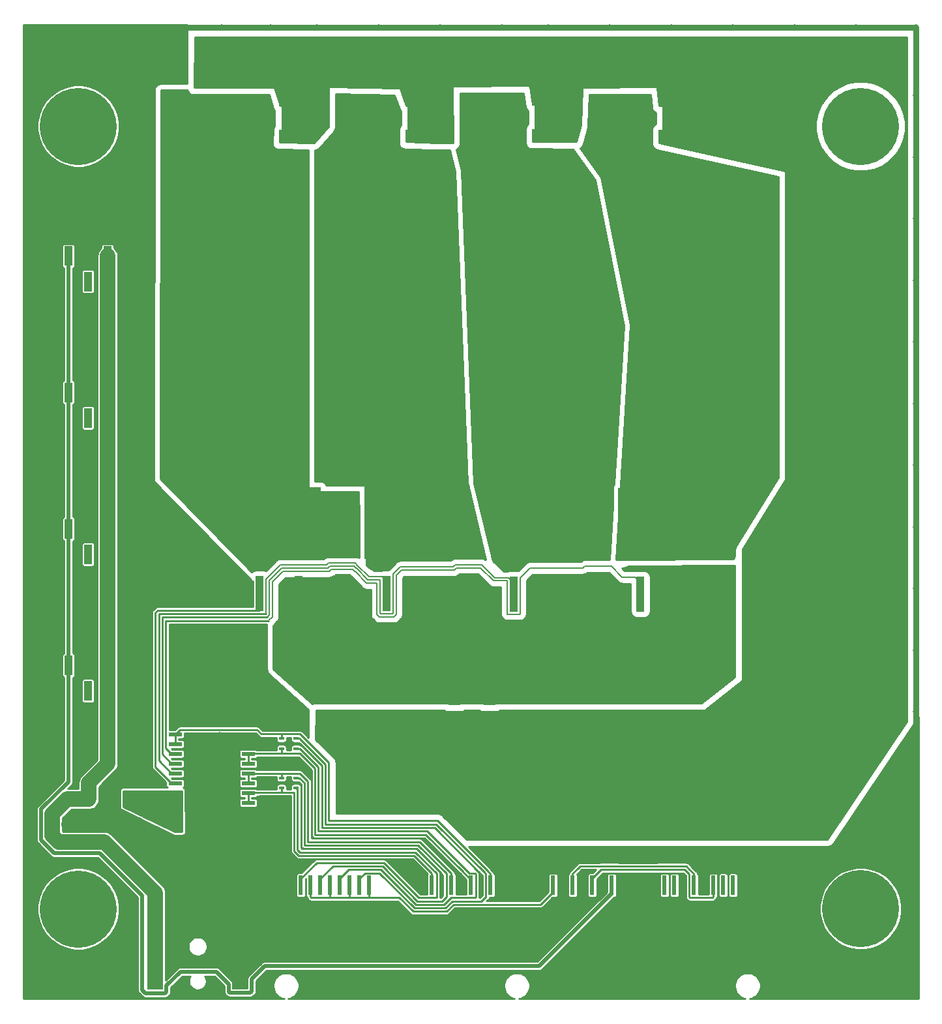
<source format=gtl>
G04 #@! TF.GenerationSoftware,KiCad,Pcbnew,(5.1.6)-1*
G04 #@! TF.CreationDate,2022-06-13T23:48:11-07:00*
G04 #@! TF.ProjectId,High current 4x1 LED mux,48696768-2063-4757-9272-656e74203478,rev?*
G04 #@! TF.SameCoordinates,Original*
G04 #@! TF.FileFunction,Copper,L1,Top*
G04 #@! TF.FilePolarity,Positive*
%FSLAX46Y46*%
G04 Gerber Fmt 4.6, Leading zero omitted, Abs format (unit mm)*
G04 Created by KiCad (PCBNEW (5.1.6)-1) date 2022-06-13 23:48:11*
%MOMM*%
%LPD*%
G01*
G04 APERTURE LIST*
G04 #@! TA.AperFunction,ComponentPad*
%ADD10C,10.000000*%
G04 #@! TD*
G04 #@! TA.AperFunction,SMDPad,CuDef*
%ADD11R,1.727200X0.533400*%
G04 #@! TD*
G04 #@! TA.AperFunction,SMDPad,CuDef*
%ADD12R,1.650000X3.000000*%
G04 #@! TD*
G04 #@! TA.AperFunction,SMDPad,CuDef*
%ADD13R,1.000000X1.900000*%
G04 #@! TD*
G04 #@! TA.AperFunction,SMDPad,CuDef*
%ADD14R,1.000000X2.510000*%
G04 #@! TD*
G04 #@! TA.AperFunction,SMDPad,CuDef*
%ADD15R,0.650000X0.400000*%
G04 #@! TD*
G04 #@! TA.AperFunction,SMDPad,CuDef*
%ADD16R,2.000000X2.000000*%
G04 #@! TD*
G04 #@! TA.AperFunction,SMDPad,CuDef*
%ADD17R,3.000000X1.650000*%
G04 #@! TD*
G04 #@! TA.AperFunction,SMDPad,CuDef*
%ADD18R,2.159000X1.955800*%
G04 #@! TD*
G04 #@! TA.AperFunction,SMDPad,CuDef*
%ADD19R,0.900000X2.170000*%
G04 #@! TD*
G04 #@! TA.AperFunction,SMDPad,CuDef*
%ADD20R,1.100000X4.600000*%
G04 #@! TD*
G04 #@! TA.AperFunction,SMDPad,CuDef*
%ADD21R,10.800000X9.400000*%
G04 #@! TD*
G04 #@! TA.AperFunction,SMDPad,CuDef*
%ADD22R,6.220000X3.180000*%
G04 #@! TD*
G04 #@! TA.AperFunction,SMDPad,CuDef*
%ADD23R,0.560000X2.540000*%
G04 #@! TD*
G04 #@! TA.AperFunction,ViaPad*
%ADD24C,0.800000*%
G04 #@! TD*
G04 #@! TA.AperFunction,Conductor*
%ADD25C,0.500000*%
G04 #@! TD*
G04 #@! TA.AperFunction,Conductor*
%ADD26C,0.250000*%
G04 #@! TD*
G04 #@! TA.AperFunction,Conductor*
%ADD27C,2.000000*%
G04 #@! TD*
G04 #@! TA.AperFunction,Conductor*
%ADD28C,0.800000*%
G04 #@! TD*
G04 #@! TA.AperFunction,Conductor*
%ADD29C,0.200000*%
G04 #@! TD*
G04 #@! TA.AperFunction,Conductor*
%ADD30C,0.254000*%
G04 #@! TD*
G04 APERTURE END LIST*
D10*
X188610000Y-147580000D03*
D11*
X109069800Y-133815000D03*
X109069800Y-132545000D03*
X109069800Y-131275000D03*
X109069800Y-130005000D03*
X109069800Y-128735000D03*
X109069800Y-127465000D03*
X109069800Y-126195000D03*
X109069800Y-124925000D03*
X99570200Y-124925000D03*
X99570200Y-126195000D03*
X99570200Y-127465000D03*
X99570200Y-128735000D03*
X99570200Y-130005000D03*
X99570200Y-131275000D03*
X99570200Y-132545000D03*
X99570200Y-133815000D03*
D12*
X135845000Y-119680000D03*
X140415000Y-119680000D03*
X138130000Y-116580000D03*
X140415000Y-126390000D03*
X138130000Y-123290000D03*
X135845000Y-126390000D03*
D13*
X93440000Y-133350000D03*
X88360000Y-133350000D03*
X90900000Y-136650000D03*
X85820000Y-136650000D03*
D14*
X90800000Y-80557500D03*
X85720000Y-80557500D03*
X93340000Y-83867500D03*
X88260000Y-83867500D03*
X90800000Y-98270000D03*
X85720000Y-98270000D03*
X93340000Y-101580000D03*
X88260000Y-101580000D03*
X90800000Y-62845000D03*
X85720000Y-62845000D03*
X93340000Y-66155000D03*
X88260000Y-66155000D03*
X90800000Y-115982500D03*
X85720000Y-115982500D03*
X93340000Y-119292500D03*
X88260000Y-119292500D03*
D15*
X115270000Y-130580000D03*
X115270000Y-131880000D03*
X113370000Y-131230000D03*
X113370000Y-131880000D03*
X113370000Y-130580000D03*
D16*
X108000000Y-157000000D03*
X108000000Y-150800000D03*
X97000000Y-150800000D03*
X97000000Y-157000000D03*
D17*
X114540000Y-42695000D03*
X114540000Y-47265000D03*
X117640000Y-44980000D03*
X107830000Y-47265000D03*
X110930000Y-44980000D03*
X107830000Y-42695000D03*
D18*
X154320000Y-105068500D03*
X154320000Y-101131500D03*
X121320000Y-105068500D03*
X121320000Y-101131500D03*
D19*
X101270000Y-136480000D03*
X100050000Y-136480000D03*
D18*
X137820000Y-105068500D03*
X137820000Y-101131500D03*
D17*
X130956666Y-42695000D03*
X130956666Y-47265000D03*
X134056666Y-44980000D03*
X124246666Y-47265000D03*
X127346666Y-44980000D03*
X124246666Y-42695000D03*
D18*
X170820000Y-105068500D03*
X170820000Y-101131500D03*
D20*
X160005000Y-106750000D03*
X165085000Y-106750000D03*
D21*
X162545000Y-97600000D03*
X129578333Y-97525000D03*
D20*
X132118333Y-106675000D03*
X127038333Y-106675000D03*
D15*
X115270000Y-125490000D03*
X115270000Y-126790000D03*
X113370000Y-126140000D03*
X113370000Y-126790000D03*
X113370000Y-125490000D03*
D22*
X115170000Y-152990000D03*
X172730000Y-152990000D03*
D23*
X115887500Y-144540000D03*
X117157500Y-144540000D03*
X118427500Y-144540000D03*
X119697500Y-144540000D03*
X120967500Y-144540000D03*
X122237500Y-144540000D03*
X123507500Y-144540000D03*
X124777500Y-144540000D03*
X131632500Y-144540000D03*
X132902500Y-144540000D03*
X134172500Y-144540000D03*
X135442500Y-144540000D03*
X136712500Y-144540000D03*
X137982500Y-144540000D03*
X139252500Y-144540000D03*
X140522500Y-144540000D03*
X147377500Y-144540000D03*
X148647500Y-144540000D03*
X149917500Y-144540000D03*
X151187500Y-144540000D03*
X152457500Y-144540000D03*
X153727500Y-144540000D03*
X154997500Y-144540000D03*
X156267500Y-144540000D03*
X163122500Y-144540000D03*
X164392500Y-144540000D03*
X165662500Y-144540000D03*
X166932500Y-144540000D03*
X168202500Y-144540000D03*
X169472500Y-144540000D03*
X170742500Y-144540000D03*
X172012500Y-144540000D03*
D17*
X163790000Y-42695000D03*
X163790000Y-47265000D03*
X166890000Y-44980000D03*
X157080000Y-47265000D03*
X160180000Y-44980000D03*
X157080000Y-42695000D03*
X147373332Y-42565000D03*
X147373332Y-47135000D03*
X150473332Y-44850000D03*
X140663332Y-47135000D03*
X143763332Y-44850000D03*
X140663332Y-42565000D03*
D21*
X146061666Y-97600000D03*
D20*
X148601666Y-106750000D03*
X143521666Y-106750000D03*
D21*
X113095000Y-97525000D03*
D20*
X115635000Y-106675000D03*
X110555000Y-106675000D03*
D10*
X87000000Y-147600000D03*
X188600000Y-46000000D03*
X87000000Y-46000000D03*
D24*
X164000000Y-33200000D03*
X156000000Y-33200000D03*
X172000000Y-33200000D03*
X80200000Y-33200000D03*
X148000000Y-33200000D03*
X188000000Y-33200000D03*
X180000000Y-33200000D03*
X142000000Y-33200000D03*
X126000000Y-33200000D03*
X134000000Y-33200000D03*
X118000000Y-33200000D03*
X195800000Y-33200000D03*
X99400000Y-33200000D03*
X105600000Y-33200000D03*
X88000000Y-33200000D03*
X112000000Y-33200000D03*
X195800000Y-74000000D03*
X195800000Y-90000000D03*
X195800000Y-50000000D03*
X195800000Y-66000000D03*
X195800000Y-33200000D03*
X195800000Y-58000000D03*
X195800000Y-98000000D03*
X195800000Y-82000000D03*
X195800000Y-106000000D03*
X195800000Y-42000000D03*
X195800000Y-154000000D03*
X195800000Y-146000000D03*
X195800000Y-158800000D03*
X195800000Y-122000000D03*
X195800000Y-130000000D03*
X195800000Y-114000000D03*
X195800000Y-138000000D03*
X80200000Y-33200000D03*
X80200000Y-42000000D03*
X80200000Y-50000000D03*
X80200000Y-58000000D03*
X80200000Y-66000000D03*
X80200000Y-74000000D03*
X80200000Y-82000000D03*
X80200000Y-90000000D03*
X80200000Y-98000000D03*
X80200000Y-106000000D03*
X80200000Y-114000000D03*
X80200000Y-122000000D03*
X80200000Y-130000000D03*
X80200000Y-138000000D03*
X80200000Y-146000000D03*
X80200000Y-154000000D03*
X80200000Y-158800000D03*
X188000000Y-158800000D03*
X180000000Y-158800000D03*
X172000000Y-158800000D03*
X164000000Y-158800000D03*
X156000000Y-158800000D03*
X148000000Y-158800000D03*
X142000000Y-158800000D03*
X134000000Y-158800000D03*
X126000000Y-158800000D03*
X118000000Y-158800000D03*
X112000000Y-158800000D03*
X88000000Y-158800000D03*
X99400000Y-158800000D03*
X105600000Y-158800000D03*
X99200000Y-111000000D03*
X99200000Y-123600000D03*
X99200000Y-117400000D03*
X105200000Y-111000000D03*
X110840000Y-111310000D03*
X110930000Y-116910000D03*
X116440000Y-124410000D03*
X106800000Y-123400000D03*
X87850000Y-122610000D03*
X87980000Y-108450000D03*
X87850000Y-90720000D03*
X87900000Y-72390000D03*
X94940000Y-72360000D03*
X95070000Y-90660000D03*
X95010000Y-108520000D03*
X95080000Y-122600000D03*
X97040000Y-139700000D03*
X111430000Y-126140000D03*
X111530000Y-128830000D03*
X111800000Y-131230000D03*
X130140000Y-142780000D03*
X115530000Y-141960000D03*
X111820000Y-133650000D03*
X116050000Y-149450000D03*
X127760000Y-151110000D03*
X143810000Y-150280000D03*
X165290000Y-150640000D03*
X179490000Y-144940000D03*
X90030000Y-55240000D03*
X88150000Y-136650000D03*
X94610000Y-136650000D03*
X104740000Y-134340000D03*
X105350000Y-125060000D03*
X99380000Y-154360000D03*
X105590000Y-154380000D03*
X99380000Y-149540000D03*
X105610000Y-149540000D03*
X86570000Y-131600000D03*
X108680000Y-106380000D03*
X97680000Y-131260000D03*
X153070000Y-146960000D03*
X100440000Y-37860000D03*
X138770000Y-140220000D03*
X141980000Y-146100000D03*
X158940000Y-140200000D03*
X102800000Y-35070000D03*
X105000000Y-37500000D03*
X107500000Y-35000000D03*
X110000000Y-37500000D03*
X112500000Y-35000000D03*
X117500000Y-35000000D03*
X120000000Y-37500000D03*
X122500000Y-35000000D03*
X102500000Y-40000000D03*
X107500000Y-40000000D03*
X112500000Y-40000000D03*
X117500000Y-40000000D03*
X122500000Y-40000000D03*
X125000000Y-37500000D03*
X127500000Y-35000000D03*
X127500000Y-40000000D03*
X132500000Y-35000000D03*
X132500000Y-40000000D03*
X135000000Y-37500000D03*
X137500000Y-35000000D03*
X137500000Y-40000000D03*
X140000000Y-37500000D03*
X142500000Y-35000000D03*
X142500000Y-40000000D03*
X145000000Y-37500000D03*
X147500000Y-35000000D03*
X147500000Y-40000000D03*
X152500000Y-35000000D03*
X152500000Y-40000000D03*
X155000000Y-37500000D03*
X157500000Y-35000000D03*
X157500000Y-40000000D03*
X160000000Y-37500000D03*
X162500000Y-35000000D03*
X162500000Y-40000000D03*
X167500000Y-35000000D03*
X167500000Y-40000000D03*
X170000000Y-37500000D03*
X170000000Y-42500000D03*
X120000000Y-122500000D03*
X120150000Y-127340000D03*
X122500000Y-125000000D03*
X125000000Y-122500000D03*
X130000000Y-122500000D03*
X135000000Y-122500000D03*
X132500000Y-125000000D03*
X127500000Y-125000000D03*
X125000000Y-127500000D03*
X130000000Y-127500000D03*
X122500000Y-130000000D03*
X127500000Y-130000000D03*
X132500000Y-130000000D03*
X130000000Y-132500000D03*
X125000000Y-132500000D03*
X122470000Y-134780000D03*
X127500000Y-134780000D03*
X132550000Y-134790000D03*
X135000000Y-132500000D03*
X137500000Y-130000000D03*
X137500000Y-135000000D03*
X140000000Y-132500000D03*
X142500000Y-130000000D03*
X142500000Y-135000000D03*
X145000000Y-132500000D03*
X145000000Y-127500000D03*
X142500000Y-125000000D03*
X140000000Y-122500000D03*
X145000000Y-122500000D03*
X147500000Y-125000000D03*
X150000000Y-122500000D03*
X150000000Y-127500000D03*
X147500000Y-130000000D03*
X150000000Y-132500000D03*
X147500000Y-135000000D03*
X152500000Y-125000000D03*
X152500000Y-130000000D03*
X152500000Y-135000000D03*
X155000000Y-122500000D03*
X155000000Y-127500000D03*
X155000000Y-132500000D03*
X157500000Y-135000000D03*
X157500000Y-130000000D03*
X157500000Y-125000000D03*
X160000000Y-122500000D03*
X160000000Y-127500000D03*
X160000000Y-132500000D03*
X162500000Y-135000000D03*
X162500000Y-130000000D03*
X162500000Y-125000000D03*
X165000000Y-122500000D03*
X165000000Y-127500000D03*
X165000000Y-132500000D03*
X167500000Y-125000000D03*
X167500000Y-130000000D03*
X167500000Y-135000000D03*
X115000000Y-37500000D03*
X130000000Y-37500000D03*
X150000000Y-37500000D03*
X165000000Y-37500000D03*
X172500000Y-35000000D03*
X172500000Y-40000000D03*
X175000000Y-37500000D03*
X177500000Y-35000000D03*
X177500000Y-40000000D03*
X175000000Y-42500000D03*
X140000000Y-137500000D03*
X145000000Y-137500000D03*
X150000000Y-137500000D03*
X155000000Y-137500000D03*
X160000000Y-137500000D03*
X165000000Y-137500000D03*
X135000000Y-42500000D03*
X150000000Y-42500000D03*
X117500000Y-42500000D03*
X117500000Y-47500000D03*
X135000000Y-47500000D03*
X150000000Y-47500000D03*
X167500000Y-47500000D03*
D25*
X98210002Y-33000000D02*
X95800000Y-33000000D01*
D26*
X113370000Y-131230000D02*
X111800000Y-131230000D01*
X110193401Y-131866701D02*
X107946199Y-131866701D01*
X107946199Y-131866701D02*
X107881199Y-131801701D01*
X110830102Y-131230000D02*
X110193401Y-131866701D01*
X113370000Y-126140000D02*
X111430000Y-126140000D01*
X109124800Y-126140000D02*
X109069800Y-126195000D01*
X163667502Y-142950000D02*
X163662501Y-142944999D01*
X163852499Y-142944999D02*
X163847498Y-142950000D01*
X163662501Y-142944999D02*
X162582499Y-142944999D01*
X162582499Y-142944999D02*
X162577498Y-142950000D01*
X156807501Y-142944999D02*
X155735001Y-142944999D01*
X107881199Y-131801701D02*
X107881199Y-130748299D01*
X154339999Y-146070001D02*
X154997500Y-145412500D01*
X165662500Y-144540000D02*
X165662500Y-143674998D01*
X154997500Y-145412500D02*
X154997500Y-144540000D01*
X107890000Y-130739498D02*
X107890000Y-130540502D01*
X163847498Y-142950000D02*
X163667502Y-142950000D01*
X154332501Y-146070001D02*
X154339999Y-146070001D01*
X147412502Y-152990000D02*
X115170000Y-152990000D01*
X155735001Y-142944999D02*
X154997500Y-143682500D01*
X154997500Y-143682500D02*
X154997500Y-144540000D01*
X107881199Y-130531701D02*
X107881199Y-129478299D01*
X107890000Y-130540502D02*
X107881199Y-130531701D01*
X107881199Y-130748299D02*
X107890000Y-130739498D01*
X162577498Y-142950000D02*
X156812502Y-142950000D01*
X164932501Y-142944999D02*
X163852499Y-142944999D01*
X156812502Y-142950000D02*
X156807501Y-142944999D01*
X165662500Y-143674998D02*
X164932501Y-142944999D01*
X107881199Y-129478299D02*
X107890000Y-129469498D01*
X107890000Y-129270502D02*
X107881199Y-129261701D01*
X109094800Y-126170000D02*
X109069800Y-126195000D01*
X113377500Y-126147500D02*
X113370000Y-126140000D01*
X113372500Y-131227500D02*
X113370000Y-131230000D01*
X107881199Y-129261701D02*
X107881199Y-128208299D01*
X107890000Y-129469498D02*
X107890000Y-129270502D01*
X107881199Y-126270001D02*
X107956200Y-126195000D01*
X107956200Y-126195000D02*
X109069800Y-126195000D01*
X107881199Y-127991701D02*
X107881199Y-126270001D01*
X107881199Y-128208299D02*
X107890000Y-128199498D01*
X107890000Y-128000502D02*
X107881199Y-127991701D01*
X107890000Y-128199498D02*
X107890000Y-128000502D01*
X172730000Y-149053890D02*
X170077501Y-146401391D01*
X148107499Y-142944999D02*
X149842499Y-142944999D01*
X152457500Y-146347500D02*
X153070000Y-146960000D01*
X169767519Y-146401391D02*
X169583899Y-146585011D01*
X170077501Y-146401391D02*
X169767519Y-146401391D01*
X169583899Y-146585011D02*
X166206098Y-146585010D01*
X166206098Y-146585010D02*
X165662500Y-146041412D01*
X168277501Y-142944999D02*
X168202500Y-143020000D01*
X149917500Y-145757500D02*
X152281251Y-148121251D01*
X107881199Y-131801701D02*
X106258299Y-131801701D01*
X170012501Y-142944999D02*
X168277501Y-142944999D01*
X152281251Y-148121251D02*
X147412502Y-152990000D01*
X149917500Y-144540000D02*
X149917500Y-145757500D01*
X170077501Y-143009999D02*
X170012501Y-142944999D01*
X168202500Y-143020000D02*
X168202500Y-144540000D01*
X170077501Y-146401391D02*
X170077501Y-143009999D01*
X147377500Y-144540000D02*
X147377500Y-143674998D01*
X172730000Y-152990000D02*
X172730000Y-149053890D01*
X152457500Y-144540000D02*
X152457500Y-146347500D01*
X149842499Y-142944999D02*
X149917500Y-143020000D01*
X149917500Y-143020000D02*
X149917500Y-144540000D01*
X154332501Y-146070001D02*
X153256251Y-147146251D01*
X153256251Y-147146251D02*
X152281251Y-148121251D01*
X165662500Y-146041412D02*
X165662500Y-144540000D01*
X147377500Y-143674998D02*
X148107499Y-142944999D01*
X113490000Y-152990000D02*
X115170000Y-152990000D01*
X108700000Y-148200000D02*
X113490000Y-152990000D01*
X130246410Y-144540000D02*
X126851369Y-141144959D01*
X131632500Y-144540000D02*
X130246410Y-144540000D01*
X126851369Y-141144959D02*
X117781129Y-141144959D01*
X117781129Y-141144959D02*
X117776170Y-141140000D01*
X117776170Y-141140000D02*
X115760000Y-141140000D01*
X115730002Y-131230000D02*
X113370000Y-131230000D01*
X115850000Y-131349998D02*
X115730002Y-131230000D01*
X115989971Y-139759971D02*
X115919991Y-139689991D01*
X115855001Y-131354999D02*
X115850000Y-131354999D01*
X130945292Y-139789972D02*
X115989971Y-139789971D01*
X115989971Y-139789971D02*
X115989971Y-139759971D01*
X134172500Y-143017180D02*
X130945292Y-139789972D01*
X134172500Y-144540000D02*
X134172500Y-143017180D01*
X115919991Y-132340011D02*
X115920001Y-132340001D01*
X115919991Y-139689991D02*
X115919991Y-132340011D01*
X115850000Y-131354999D02*
X115850000Y-131349998D01*
X115920001Y-132340001D02*
X115920001Y-131419999D01*
X115920001Y-131419999D02*
X115855001Y-131354999D01*
X107946199Y-129413299D02*
X107881199Y-129478299D01*
X136712500Y-144540000D02*
X136712500Y-143482500D01*
X114056701Y-129413299D02*
X115823299Y-129413299D01*
X114056701Y-129413299D02*
X107946199Y-129413299D01*
X117260000Y-130850768D02*
X117270030Y-130860800D01*
X115823299Y-129413299D02*
X117260000Y-130850000D01*
X117260000Y-130850000D02*
X117260000Y-130850768D01*
X117270030Y-130860800D02*
X117270030Y-138439944D01*
X131504495Y-138439945D02*
X136164550Y-143100000D01*
X130799944Y-138439944D02*
X131504495Y-138439945D01*
X117270030Y-138439944D02*
X130799944Y-138439944D01*
X136164550Y-143100000D02*
X136170000Y-143100000D01*
X136712500Y-143642500D02*
X136712500Y-144540000D01*
X136170000Y-143100000D02*
X136712500Y-143642500D01*
X139252500Y-143038588D02*
X139252500Y-143202500D01*
X133263932Y-137050020D02*
X139252500Y-143038588D01*
X118620060Y-137040060D02*
X118630020Y-137050020D01*
X118620060Y-129012238D02*
X118620060Y-137040060D01*
X115947813Y-126339991D02*
X118620060Y-129012238D01*
X139252500Y-144540000D02*
X139252500Y-143202500D01*
X118630020Y-137050020D02*
X133263932Y-137050020D01*
X113370000Y-126140000D02*
X115740000Y-126140000D01*
X115740000Y-126140000D02*
X115939990Y-126339990D01*
X115939990Y-126339990D02*
X115947813Y-126339991D01*
X108000000Y-148900000D02*
X109045000Y-147855000D01*
X115760000Y-141140000D02*
X109045000Y-147855000D01*
X108000000Y-150800000D02*
X108000000Y-148900000D01*
X109045000Y-147855000D02*
X108700000Y-148200000D01*
X110540000Y-134040000D02*
X110550051Y-134050051D01*
X110540000Y-132947510D02*
X110540000Y-134040000D01*
X114569973Y-132947510D02*
X110540000Y-132947510D01*
X115423589Y-141139999D02*
X114569973Y-140286383D01*
X115760000Y-141140000D02*
X115423589Y-141139999D01*
X110550051Y-134050051D02*
X108040102Y-136560000D01*
X114569973Y-140286383D02*
X114569973Y-132947510D01*
X109069800Y-126195000D02*
X109069800Y-125769800D01*
X109069800Y-125769800D02*
X109069800Y-124925000D01*
D27*
X102065001Y-131179497D02*
X102065001Y-133624999D01*
X107474698Y-125769800D02*
X106442249Y-126802249D01*
X109069800Y-125769800D02*
X107474698Y-125769800D01*
X93340000Y-66155000D02*
X93340000Y-119292500D01*
X90900000Y-131800000D02*
X93340000Y-129360000D01*
X93340000Y-129360000D02*
X93340000Y-119292500D01*
X90900000Y-136650000D02*
X90900000Y-132700000D01*
X85820000Y-136650000D02*
X88150000Y-136650000D01*
D26*
X93340000Y-96515000D02*
X93340000Y-123515000D01*
D27*
X90900000Y-136650000D02*
X94610000Y-136650000D01*
D28*
X80200000Y-33200000D02*
X195800000Y-33200000D01*
X195800000Y-33200000D02*
X195800000Y-44800000D01*
X195800000Y-44800000D02*
X195800000Y-144600000D01*
X195800000Y-144600000D02*
X195800000Y-158974990D01*
D27*
X90900000Y-132700000D02*
X90900000Y-131800000D01*
D26*
X111430000Y-126140000D02*
X109124800Y-126140000D01*
X111800000Y-131230000D02*
X110830102Y-131230000D01*
D27*
X103882249Y-129362249D02*
X102065001Y-131179497D01*
X88150000Y-136650000D02*
X90900000Y-136650000D01*
X106442249Y-126802249D02*
X103882249Y-129362249D01*
D26*
X153070000Y-146960000D02*
X153256251Y-147146251D01*
D27*
X97000000Y-150800000D02*
X97000000Y-157000000D01*
X90800000Y-62845000D02*
X90800000Y-115982500D01*
X90800000Y-128788718D02*
X88360000Y-131228718D01*
X88360000Y-131228718D02*
X88360000Y-133350000D01*
X90800000Y-115982500D02*
X90800000Y-128788718D01*
D26*
X90800000Y-93205000D02*
X90800000Y-120205000D01*
D27*
X85550000Y-133350000D02*
X88360000Y-133350000D01*
X85259402Y-133600597D02*
X85299403Y-133600597D01*
X85299403Y-133600597D02*
X85550000Y-133350000D01*
X83619990Y-135240008D02*
X85259402Y-133600597D01*
X97000000Y-150800000D02*
X97000000Y-145500000D01*
X97000000Y-145500000D02*
X90400000Y-138900000D01*
X84459998Y-138900000D02*
X83619990Y-138059992D01*
X90400000Y-138900000D02*
X84459998Y-138900000D01*
X83619990Y-138059992D02*
X83619990Y-135240008D01*
D26*
X137820000Y-105068500D02*
X133724833Y-105068500D01*
X121320000Y-105068500D02*
X117241500Y-105068500D01*
X117241500Y-105068500D02*
X115635000Y-106675000D01*
X137820000Y-105068500D02*
X139149500Y-105068500D01*
X154320000Y-105068500D02*
X154320000Y-106296400D01*
X154320000Y-106296400D02*
X157398601Y-109375001D01*
X121320000Y-105068500D02*
X122649500Y-105068500D01*
X145526655Y-109825011D02*
X148601666Y-106750000D01*
X162459999Y-109375001D02*
X165085000Y-106750000D01*
X166766500Y-105068500D02*
X165085000Y-106750000D01*
X154320000Y-105068500D02*
X150283166Y-105068500D01*
X150283166Y-105068500D02*
X148601666Y-106750000D01*
X133724833Y-105068500D02*
X132118333Y-106675000D01*
X170820000Y-105068500D02*
X166766500Y-105068500D01*
X159365000Y-44980000D02*
X157080000Y-47265000D01*
X160180000Y-44980000D02*
X159365000Y-44980000D01*
X157080000Y-42695000D02*
X157895000Y-42695000D01*
X157895000Y-42695000D02*
X160180000Y-44980000D01*
X170820000Y-101131500D02*
X166076500Y-101131500D01*
X166076500Y-101131500D02*
X162545000Y-97600000D01*
X140663332Y-47135000D02*
X140663332Y-92201666D01*
X142948332Y-44850000D02*
X140663332Y-47135000D01*
X143763332Y-44850000D02*
X142948332Y-44850000D01*
X141478332Y-42565000D02*
X143763332Y-44850000D01*
X154320000Y-101131500D02*
X149593166Y-101131500D01*
X140663332Y-92201666D02*
X146061666Y-97600000D01*
X149593166Y-101131500D02*
X146061666Y-97600000D01*
X140663332Y-42565000D02*
X141478332Y-42565000D01*
X124246666Y-92193333D02*
X129578333Y-97525000D01*
X133184833Y-101131500D02*
X129578333Y-97525000D01*
X127346666Y-44980000D02*
X126531666Y-44980000D01*
X126531666Y-44980000D02*
X124246666Y-47265000D01*
X125061666Y-42695000D02*
X127346666Y-44980000D01*
X137820000Y-101131500D02*
X133184833Y-101131500D01*
X124246666Y-47265000D02*
X124246666Y-92193333D01*
X124246666Y-42695000D02*
X125061666Y-42695000D01*
X107830000Y-47265000D02*
X107830000Y-92260000D01*
X107830000Y-42695000D02*
X108645000Y-42695000D01*
X108645000Y-42695000D02*
X110930000Y-44980000D01*
X121320000Y-101131500D02*
X116701500Y-101131500D01*
X116701500Y-101131500D02*
X113095000Y-97525000D01*
X110115000Y-44980000D02*
X107830000Y-47265000D01*
X110930000Y-44980000D02*
X110115000Y-44980000D01*
X107830000Y-92260000D02*
X113095000Y-97525000D01*
X138587501Y-146070001D02*
X138587501Y-146030000D01*
X138587501Y-146030000D02*
X138610000Y-146030000D01*
X137437498Y-146130000D02*
X137442499Y-146135001D01*
X134983902Y-146500010D02*
X135006400Y-146500010D01*
X135987502Y-146130000D02*
X136167498Y-146130000D01*
X134448890Y-147035020D02*
X134983902Y-146500010D01*
X135006400Y-146500010D02*
X135371409Y-146135001D01*
X120967500Y-144540000D02*
X120967500Y-143674998D01*
X126292169Y-142494989D02*
X130832199Y-147035019D01*
X137442499Y-146135001D02*
X138522501Y-146135001D01*
X135982501Y-146135001D02*
X135987502Y-146130000D01*
X130832199Y-147035019D02*
X134448890Y-147035020D01*
X136167498Y-146130000D02*
X136172499Y-146135001D01*
X137257502Y-146130000D02*
X137437498Y-146130000D01*
X136172499Y-146135001D02*
X137252501Y-146135001D01*
X138522501Y-146135001D02*
X138587501Y-146070001D01*
X135371409Y-146135001D02*
X135982501Y-146135001D01*
X137252501Y-146135001D02*
X137257502Y-146130000D01*
X122147509Y-142494989D02*
X126292169Y-142494989D01*
X120967500Y-143674998D02*
X122147509Y-142494989D01*
X138610000Y-143032498D02*
X138610000Y-143220000D01*
X138610000Y-146030000D02*
X138610000Y-143220000D01*
X115270000Y-126790000D02*
X115761412Y-126790000D01*
X118170050Y-129198638D02*
X118170050Y-137500030D01*
X115761412Y-126790000D02*
X118170050Y-129198638D01*
X118170050Y-137500030D02*
X132320030Y-137500030D01*
X132320030Y-137500030D02*
X137019980Y-142199980D01*
X137019980Y-142199980D02*
X137026391Y-142199981D01*
X137771409Y-142944999D02*
X138522501Y-142944999D01*
X137026391Y-142199981D02*
X137771409Y-142944999D01*
X138522501Y-142944999D02*
X138610000Y-143032498D01*
X115743592Y-125490000D02*
X115270000Y-125490000D01*
X115743592Y-125503592D02*
X115743592Y-125490000D01*
X116129982Y-125889982D02*
X115743592Y-125503592D01*
X116134214Y-125889982D02*
X116129982Y-125889982D01*
X119070070Y-136600010D02*
X119070070Y-128825838D01*
X139702510Y-142852188D02*
X133450333Y-136600011D01*
X139702510Y-142855008D02*
X139702510Y-142852188D01*
X130645798Y-147485028D02*
X134657790Y-147485029D01*
X126105769Y-142944999D02*
X130645798Y-147485028D01*
X119070070Y-128825838D02*
X116134214Y-125889982D01*
X123507500Y-144540000D02*
X123507500Y-143674998D01*
X124237499Y-142944999D02*
X126105769Y-142944999D01*
X123507500Y-143674998D02*
X124237499Y-142944999D01*
X133450333Y-136600011D02*
X119070070Y-136600010D01*
X134657790Y-147485029D02*
X135557809Y-146585011D01*
X139342491Y-146585011D02*
X139827502Y-146100000D01*
X139910000Y-143062498D02*
X139702510Y-142855008D01*
X135557809Y-146585011D02*
X139342491Y-146585011D01*
X139827502Y-146100000D02*
X139910000Y-146100000D01*
X139910000Y-146100000D02*
X139910000Y-143062498D01*
D25*
X85720000Y-62845000D02*
X85720000Y-115982500D01*
D26*
X85720000Y-93205000D02*
X85720000Y-114315002D01*
D25*
X146867501Y-155030001D02*
X156267500Y-145630002D01*
X111699999Y-155030001D02*
X146867501Y-155030001D01*
X111689998Y-155020000D02*
X111699999Y-155030001D01*
X111200000Y-155020000D02*
X111689998Y-155020000D01*
X109510000Y-158300002D02*
X109510000Y-156710000D01*
X109510000Y-156710000D02*
X111200000Y-155020000D01*
X83859385Y-140350010D02*
X89799388Y-140350010D01*
X95300000Y-158110002D02*
X95639999Y-158450001D01*
X82169980Y-134639395D02*
X82169980Y-138660605D01*
X109360001Y-158450001D02*
X109510000Y-158300002D01*
X85720000Y-115982500D02*
X85720000Y-131089376D01*
X82169980Y-138660605D02*
X83859385Y-140350010D01*
X156267500Y-145630002D02*
X156267500Y-144540000D01*
X85720000Y-131089376D02*
X82169980Y-134639395D01*
X95300000Y-145850622D02*
X95300000Y-158110002D01*
X95639999Y-158450001D02*
X95650001Y-158450001D01*
X89799388Y-140350010D02*
X95300000Y-145850622D01*
X95650001Y-158450001D02*
X95800000Y-158600000D01*
X106639999Y-158450001D02*
X106549999Y-158360001D01*
X109360001Y-158450001D02*
X106639999Y-158450001D01*
X106549999Y-158360001D02*
X106549999Y-157349999D01*
X104949999Y-155749999D02*
X100250001Y-155749999D01*
X106549999Y-157349999D02*
X104949999Y-155749999D01*
X98210002Y-158600000D02*
X95800000Y-158600000D01*
X98450010Y-158359992D02*
X98210002Y-158600000D01*
X100250001Y-155749999D02*
X98450010Y-157549990D01*
X98450010Y-157549990D02*
X98450010Y-158359992D01*
D26*
X109117300Y-127417500D02*
X109069800Y-127465000D01*
X113607500Y-127417500D02*
X109117300Y-127417500D01*
X113607500Y-127417500D02*
X113407500Y-127417500D01*
X113407500Y-127417500D02*
X113370000Y-127380000D01*
X113370000Y-127380000D02*
X113370000Y-126790000D01*
X109087300Y-127447500D02*
X109069800Y-127465000D01*
X109069800Y-127465000D02*
X109069800Y-128735000D01*
X136839990Y-142649990D02*
X137982500Y-143792500D01*
X115752502Y-127417500D02*
X117720040Y-129385038D01*
X137982500Y-143792500D02*
X137982500Y-144540000D01*
X113607500Y-127417500D02*
X115752502Y-127417500D01*
X117720040Y-129385038D02*
X117720040Y-137950040D01*
X117720040Y-137950040D02*
X131640040Y-137950040D01*
X136839990Y-142649990D02*
X136833579Y-142649989D01*
X132133630Y-137950040D02*
X131640040Y-137950040D01*
X136833579Y-142649989D02*
X132133630Y-137950040D01*
X113370000Y-125490000D02*
X113370000Y-124945000D01*
X113370000Y-124945000D02*
X113437500Y-124877500D01*
X110193401Y-124333299D02*
X100161901Y-124333299D01*
X100161901Y-124333299D02*
X99570200Y-124925000D01*
X113437500Y-124877500D02*
X110737602Y-124877500D01*
X110737602Y-124877500D02*
X110193401Y-124333299D01*
X99570200Y-124925000D02*
X99570200Y-126195000D01*
X140522500Y-143038588D02*
X140522500Y-144540000D01*
X140152519Y-142668607D02*
X140522500Y-143038588D01*
X113437500Y-124877500D02*
X115767502Y-124877500D01*
X119520080Y-128630078D02*
X119520080Y-136150001D01*
X140152519Y-142665787D02*
X140152519Y-142668607D01*
X119520080Y-136150001D02*
X133636734Y-136150002D01*
X115767502Y-124877500D02*
X119520080Y-128630078D01*
X133636734Y-136150002D02*
X140152519Y-142665787D01*
D27*
X163790000Y-47265000D02*
X163790000Y-47240000D01*
D26*
X130956666Y-42695000D02*
X131771666Y-42695000D01*
X147373332Y-42565000D02*
X148188332Y-42565000D01*
X148188332Y-42565000D02*
X150473332Y-44850000D01*
X150473332Y-44850000D02*
X149658332Y-44850000D01*
X114540000Y-42695000D02*
X115355000Y-42695000D01*
X149658332Y-44850000D02*
X147373332Y-47135000D01*
X130956666Y-47265000D02*
X131771666Y-47265000D01*
X115355000Y-42695000D02*
X117640000Y-44980000D01*
X162639999Y-41544999D02*
X163790000Y-42695000D01*
X116825000Y-44980000D02*
X114540000Y-47265000D01*
X131771666Y-42695000D02*
X134056666Y-44980000D01*
X117640000Y-44980000D02*
X116825000Y-44980000D01*
X163790000Y-42695000D02*
X164605000Y-42695000D01*
X131771666Y-47265000D02*
X134056666Y-44980000D01*
X164605000Y-47265000D02*
X166890000Y-44980000D01*
X164605000Y-42695000D02*
X166890000Y-44980000D01*
X163790000Y-47265000D02*
X164605000Y-47265000D01*
D29*
X177500000Y-35000000D02*
X186740000Y-35000000D01*
X186740000Y-35000000D02*
X194500000Y-42760000D01*
X194500000Y-42760000D02*
X194500000Y-47530000D01*
D26*
X99570200Y-127465000D02*
X99124898Y-127465000D01*
X99124898Y-127465000D02*
X98350000Y-126690102D01*
X98350000Y-126690102D02*
X98350000Y-123460000D01*
X98350000Y-110200021D02*
X98350000Y-123580000D01*
X111737801Y-110200021D02*
X98350000Y-110200021D01*
D29*
X122929203Y-103790599D02*
X124438622Y-105300020D01*
X127994023Y-109675011D02*
X128288344Y-109380690D01*
X124438622Y-105300020D02*
X125788322Y-105300020D01*
X125788322Y-105300020D02*
X125788322Y-109380690D01*
X122798612Y-103670010D02*
X122919201Y-103790599D01*
X111737801Y-110200021D02*
X111737801Y-110164665D01*
X112205021Y-105146375D02*
X113581376Y-103770020D01*
X111737801Y-110164665D02*
X112205021Y-109697445D01*
X119571378Y-103770020D02*
X119671388Y-103670010D01*
X112205021Y-109697445D02*
X112205021Y-105146375D01*
X113581376Y-103770020D02*
X119571378Y-103770020D01*
X125788322Y-109380690D02*
X126082643Y-109675011D01*
X126082643Y-109675011D02*
X127994023Y-109675011D01*
X128288344Y-109380690D02*
X128288344Y-104291656D01*
X122919201Y-103790599D02*
X122929203Y-103790599D01*
X119679990Y-103670010D02*
X119839980Y-103510020D01*
X119671388Y-103670010D02*
X119679990Y-103670010D01*
X122634321Y-103510020D02*
X122794311Y-103670010D01*
X119839980Y-103510020D02*
X122634321Y-103510020D01*
X128288344Y-104291656D02*
X128435000Y-104145000D01*
X128435000Y-104145000D02*
X128505001Y-104074999D01*
X160005000Y-105225000D02*
X160005000Y-106750000D01*
X159310000Y-104530000D02*
X160005000Y-105225000D01*
X156200000Y-103100000D02*
X157630000Y-104530000D01*
X152780000Y-103100000D02*
X156200000Y-103100000D01*
X152530000Y-103350000D02*
X152780000Y-103100000D01*
X145650000Y-103350000D02*
X152530000Y-103350000D01*
X144371667Y-104628333D02*
X145650000Y-103350000D01*
X157630000Y-104530000D02*
X159310000Y-104530000D01*
X139224302Y-103320000D02*
X140894311Y-104990010D01*
X128435000Y-104145000D02*
X128969989Y-103610011D01*
X135815689Y-103610010D02*
X136105699Y-103320000D01*
X142671665Y-109290001D02*
X142731665Y-109350001D01*
X140894311Y-104990010D02*
X142671665Y-104990010D01*
X142671665Y-104990010D02*
X142671665Y-109290001D01*
X128969989Y-103610011D02*
X135815689Y-103610010D01*
X142731665Y-109350001D02*
X144311667Y-109350001D01*
X144311667Y-109350001D02*
X144371667Y-109290001D01*
X136105699Y-103320000D02*
X139224302Y-103320000D01*
X144371667Y-109290001D02*
X144371667Y-104628333D01*
D26*
X97899990Y-127510092D02*
X99124898Y-128735000D01*
X97899990Y-109750011D02*
X97899990Y-127510092D01*
X99124898Y-128735000D02*
X99570200Y-128735000D01*
X111551401Y-109750011D02*
X97899990Y-109750011D01*
X143521666Y-106750000D02*
X143521666Y-104641666D01*
D29*
X111551401Y-109714655D02*
X111551401Y-109750011D01*
X111805011Y-109461045D02*
X111551401Y-109714655D01*
X111805011Y-104980687D02*
X111805011Y-109461045D01*
X127828334Y-109275001D02*
X126248332Y-109275001D01*
X128804301Y-103210000D02*
X127888334Y-104125967D01*
X127888334Y-109215001D02*
X127828334Y-109275001D01*
X143521666Y-105271666D02*
X142840000Y-104590000D01*
X127888334Y-104125967D02*
X127888334Y-109215001D01*
X135650000Y-103210000D02*
X128804301Y-103210000D01*
X119405689Y-103370010D02*
X113415688Y-103370010D01*
X142840000Y-104590000D02*
X141060000Y-104590000D01*
X143521666Y-106750000D02*
X143521666Y-105271666D01*
X123094891Y-103390589D02*
X123084890Y-103390589D01*
X126248332Y-109275001D02*
X126188332Y-109215001D01*
X126188332Y-109215001D02*
X126188332Y-104900010D01*
X124604311Y-104900010D02*
X123094891Y-103390589D01*
X126188332Y-104900010D02*
X124604311Y-104900010D01*
X123084890Y-103390589D02*
X122964301Y-103270000D01*
X122800010Y-103110010D02*
X119665689Y-103110010D01*
X122964301Y-103270000D02*
X122960000Y-103270000D01*
X122960000Y-103270000D02*
X122800010Y-103110010D01*
X119665689Y-103110010D02*
X119405689Y-103370010D01*
X113415688Y-103370010D02*
X111805011Y-104980687D01*
X141060000Y-104590000D02*
X141059999Y-104590000D01*
X139389991Y-102919990D02*
X135940011Y-102919990D01*
X141059999Y-104590000D02*
X139389991Y-102919990D01*
X135940011Y-102919990D02*
X135940009Y-102919992D01*
X135940009Y-102919992D02*
X135650000Y-103210001D01*
X135650000Y-103210001D02*
X135569999Y-103210002D01*
D26*
X99124898Y-130005000D02*
X99570200Y-130005000D01*
X97449980Y-109310022D02*
X97449980Y-128330082D01*
X97460001Y-109300001D02*
X97449980Y-109310022D01*
X97449980Y-128330082D02*
X99124898Y-130005000D01*
X111365001Y-109300001D02*
X97460001Y-109300001D01*
D29*
X126470000Y-104500000D02*
X127038333Y-105068333D01*
X111405001Y-109215001D02*
X111405001Y-104814999D01*
X111365001Y-109300001D02*
X111365001Y-109255001D01*
X113250000Y-102970000D02*
X119240000Y-102970000D01*
X111405001Y-104814999D02*
X113250000Y-102970000D01*
X127038333Y-105068333D02*
X127038333Y-106675000D01*
X119240000Y-102970000D02*
X119500000Y-102710000D01*
X123260579Y-102990579D02*
X124770000Y-104500000D01*
X123250579Y-102990579D02*
X123260579Y-102990579D01*
X119500000Y-102710000D02*
X122970000Y-102710000D01*
X124770000Y-104500000D02*
X126470000Y-104500000D01*
X111365001Y-109255001D02*
X111405001Y-109215001D01*
X122970000Y-102710000D02*
X123250579Y-102990579D01*
D26*
X99124898Y-131275000D02*
X99570200Y-131275000D01*
X110555000Y-106675000D02*
X110555000Y-108849991D01*
X96999970Y-129150072D02*
X99124898Y-131275000D01*
X97273601Y-108849991D02*
X96999970Y-109123622D01*
X110555000Y-108849991D02*
X97273601Y-108849991D01*
X96999970Y-109123622D02*
X96999970Y-129150072D01*
X152160000Y-142050000D02*
X154716088Y-142050000D01*
X162204698Y-142049980D02*
X162209699Y-142044979D01*
X154716088Y-142050000D02*
X154721109Y-142044979D01*
X166916410Y-143020000D02*
X166348205Y-142451795D01*
X162209699Y-142044979D02*
X165941389Y-142044979D01*
X166932500Y-143020000D02*
X166932500Y-144540000D01*
X151187500Y-144540000D02*
X151187500Y-143674998D01*
X157185302Y-142049980D02*
X162204698Y-142049980D01*
X165941389Y-142044979D02*
X166348205Y-142451795D01*
X151860010Y-142349990D02*
X152160000Y-142050000D01*
X166348205Y-142451795D02*
X166246400Y-142349990D01*
X154721109Y-142044979D02*
X157180301Y-142044979D01*
X157180301Y-142044979D02*
X157185302Y-142049980D01*
X151857510Y-142349990D02*
X151860010Y-142349990D01*
X166932500Y-143020000D02*
X166916410Y-143020000D01*
X151857510Y-142349990D02*
X151187500Y-143020000D01*
X151187500Y-143020000D02*
X151187500Y-144540000D01*
X154907509Y-142494989D02*
X153727500Y-143674998D01*
X169472500Y-146060000D02*
X169397499Y-146135001D01*
X169472500Y-144540000D02*
X169472500Y-146060000D01*
X167477502Y-146130000D02*
X167472501Y-146135001D01*
X162396099Y-142494989D02*
X162391098Y-142499990D01*
X166327499Y-146070001D02*
X166327499Y-143067499D01*
X166392499Y-146135001D02*
X166327499Y-146070001D01*
X165754989Y-142494989D02*
X162396099Y-142494989D01*
X162391098Y-142499990D02*
X156998902Y-142499990D01*
X153727500Y-143674998D02*
X153727500Y-144540000D01*
X169397499Y-146135001D02*
X167662499Y-146135001D01*
X156993901Y-142494989D02*
X154907509Y-142494989D01*
X166327499Y-143067499D02*
X165754989Y-142494989D01*
X167657498Y-146130000D02*
X167477502Y-146130000D01*
X167472501Y-146135001D02*
X166392499Y-146135001D01*
X156998902Y-142499990D02*
X156993901Y-142494989D01*
X167662499Y-146135001D02*
X167657498Y-146130000D01*
X132357498Y-146130000D02*
X132362499Y-146135001D01*
X117967529Y-141594969D02*
X126664969Y-141594969D01*
X132177502Y-146130000D02*
X132357498Y-146130000D01*
X132172501Y-146135001D02*
X132177502Y-146130000D01*
X115887500Y-143674998D02*
X117967529Y-141594969D01*
X131205001Y-146135001D02*
X132172501Y-146135001D01*
X126664969Y-141594969D02*
X131205001Y-146135001D01*
X115887500Y-144540000D02*
X115887500Y-143674998D01*
X133442501Y-146135001D02*
X133477502Y-146100000D01*
X133477502Y-146100000D02*
X133520000Y-146100000D01*
X132362499Y-146135001D02*
X133442501Y-146135001D01*
X115469991Y-132079991D02*
X115270000Y-131880000D01*
X115796390Y-140232800D02*
X115469991Y-139906401D01*
X133442501Y-146135001D02*
X133507501Y-146070001D01*
X133507501Y-146070001D02*
X133507501Y-142988591D01*
X133507501Y-142988591D02*
X130758891Y-140239981D01*
X115796390Y-140239980D02*
X115796390Y-140232800D01*
X115469991Y-139906401D02*
X115469991Y-132079991D01*
X130758891Y-140239981D02*
X115796390Y-140239980D01*
X122237500Y-144540000D02*
X122237500Y-146067500D01*
X119697500Y-144540000D02*
X119697500Y-146067500D01*
X118967501Y-146135001D02*
X117232501Y-146135001D01*
X148647500Y-145405002D02*
X147017481Y-147035021D01*
X120412498Y-146120000D02*
X119750000Y-146120000D01*
X121522502Y-146120000D02*
X121507501Y-146135001D01*
X117157500Y-146060000D02*
X117157500Y-144540000D01*
X135744208Y-147035021D02*
X134844189Y-147935038D01*
X134844189Y-147935038D02*
X130459397Y-147935037D01*
X130459397Y-147935037D02*
X128644360Y-146120000D01*
X148647500Y-144540000D02*
X148647500Y-145405002D01*
X124777500Y-144540000D02*
X124777500Y-146042500D01*
X121507501Y-146135001D02*
X120427499Y-146135001D01*
X124700000Y-146120000D02*
X124062502Y-146120000D01*
X128644360Y-146120000D02*
X124700000Y-146120000D01*
X124777500Y-146042500D02*
X124700000Y-146120000D01*
X122290000Y-146120000D02*
X121522502Y-146120000D01*
X122237500Y-146067500D02*
X122290000Y-146120000D01*
X120427499Y-146135001D02*
X120412498Y-146120000D01*
X118982502Y-146120000D02*
X118967501Y-146135001D01*
X124062502Y-146120000D02*
X124047501Y-146135001D01*
X119750000Y-146120000D02*
X118982502Y-146120000D01*
X124047501Y-146135001D02*
X122967499Y-146135001D01*
X122967499Y-146135001D02*
X122952498Y-146120000D01*
X117232501Y-146135001D02*
X117157500Y-146060000D01*
X122952498Y-146120000D02*
X122290000Y-146120000D01*
X119697500Y-146067500D02*
X119750000Y-146120000D01*
X147017481Y-147035021D02*
X135744208Y-147035021D01*
X134797502Y-146050000D02*
X134820000Y-146050000D01*
X118427500Y-144540000D02*
X118427500Y-143674998D01*
X126478569Y-142044979D02*
X131018600Y-146585010D01*
X134262491Y-146585011D02*
X134797502Y-146050000D01*
X131018600Y-146585010D02*
X134262491Y-146585011D01*
X120057519Y-142044979D02*
X126478569Y-142044979D01*
X118427500Y-143674998D02*
X120057519Y-142044979D01*
X115716412Y-130580000D02*
X116370011Y-131233599D01*
X115270000Y-130580000D02*
X115716412Y-130580000D01*
X116370011Y-131233599D02*
X116370011Y-132526401D01*
X134797502Y-146050000D02*
X134797502Y-143472498D01*
X134797502Y-143005772D02*
X134797502Y-143472498D01*
X131131693Y-139339963D02*
X134797502Y-143005772D01*
X116370011Y-139330011D02*
X116370000Y-139330022D01*
X116370011Y-132526401D02*
X116370011Y-139330011D01*
X116469962Y-139339962D02*
X131131691Y-139339963D01*
X116370000Y-139330022D02*
X116460022Y-139330022D01*
X116460022Y-139330022D02*
X116469962Y-139339962D01*
X113370000Y-132450000D02*
X113370000Y-131880000D01*
X113322500Y-132497500D02*
X113370000Y-132450000D01*
X113322500Y-132497500D02*
X109117300Y-132497500D01*
X109117300Y-132497500D02*
X109069800Y-132545000D01*
X109087300Y-132527500D02*
X109069800Y-132545000D01*
X109069800Y-132545000D02*
X109069800Y-133815000D01*
X132902500Y-143020000D02*
X132902500Y-144540000D01*
X115609990Y-140689990D02*
X130572490Y-140689990D01*
X130572490Y-140689990D02*
X132902500Y-143020000D01*
X114957500Y-132497500D02*
X114960000Y-132500000D01*
X113322500Y-132497500D02*
X114957500Y-132497500D01*
X114960000Y-132500000D02*
X115019981Y-132500000D01*
X115346380Y-140419200D02*
X115346380Y-140426380D01*
X115346380Y-140426380D02*
X115609990Y-140689990D01*
X115019981Y-132500000D02*
X115019982Y-140092802D01*
X115019982Y-140092802D02*
X115346380Y-140419200D01*
X109069800Y-130629800D02*
X109069800Y-131275000D01*
X109069800Y-130005000D02*
X109069800Y-130629800D01*
X113350000Y-130005000D02*
X113370000Y-130025000D01*
X109069800Y-130005000D02*
X113350000Y-130005000D01*
X113370000Y-130025000D02*
X113370000Y-130580000D01*
X109087300Y-129987500D02*
X109069800Y-130005000D01*
X135442500Y-143014360D02*
X135442500Y-144540000D01*
X131318094Y-138889954D02*
X135442500Y-143014360D01*
X113350000Y-130005000D02*
X115777822Y-130005000D01*
X115777822Y-130005000D02*
X116820021Y-131047199D01*
X116820021Y-131047199D02*
X116820020Y-132712802D01*
X116820020Y-132712802D02*
X116820021Y-138889953D01*
X116820021Y-138889953D02*
X131318094Y-138889954D01*
D30*
G36*
X145103656Y-43472334D02*
G01*
X145124209Y-43565048D01*
X145183405Y-43715974D01*
X145270907Y-43852453D01*
X145383354Y-43969238D01*
X145383634Y-43969433D01*
X145402585Y-45719738D01*
X145352065Y-45758852D01*
X145245699Y-45881202D01*
X145165247Y-46021951D01*
X145113799Y-46175692D01*
X145093334Y-46336515D01*
X145043334Y-48096515D01*
X145058349Y-48278594D01*
X145104885Y-48433892D01*
X145180824Y-48577127D01*
X145283247Y-48702795D01*
X145408219Y-48806067D01*
X145550937Y-48882973D01*
X145705916Y-48930559D01*
X145867201Y-48946995D01*
X151250865Y-48965214D01*
X154087454Y-52974022D01*
X157868514Y-71849701D01*
X156590686Y-92429458D01*
X156537597Y-92494147D01*
X156470090Y-92620443D01*
X156428520Y-92757483D01*
X156414483Y-92900000D01*
X156414483Y-95267247D01*
X155979485Y-102273000D01*
X152820610Y-102273000D01*
X152779999Y-102269000D01*
X152739388Y-102273000D01*
X152739376Y-102273000D01*
X152617880Y-102284966D01*
X152461990Y-102332255D01*
X152318321Y-102409048D01*
X152240396Y-102473000D01*
X146500000Y-102473000D01*
X146475224Y-102475440D01*
X146451399Y-102482667D01*
X146420664Y-102500830D01*
X146392952Y-102523000D01*
X145690614Y-102523000D01*
X145650000Y-102519000D01*
X145609386Y-102523000D01*
X145609376Y-102523000D01*
X145487880Y-102534966D01*
X145331990Y-102582255D01*
X145295084Y-102601982D01*
X145188320Y-102659048D01*
X145098949Y-102732394D01*
X145062394Y-102762394D01*
X145036499Y-102793947D01*
X144107440Y-103723007D01*
X144071666Y-103719483D01*
X142971666Y-103719483D01*
X142829149Y-103733520D01*
X142731965Y-103763000D01*
X142305246Y-103763000D01*
X140814288Y-102431787D01*
X138406383Y-92342466D01*
X136726891Y-51774747D01*
X136723811Y-51751720D01*
X136099286Y-49017519D01*
X136232259Y-48945744D01*
X136357159Y-48842386D01*
X136459495Y-48716646D01*
X136535334Y-48573358D01*
X136581761Y-48418028D01*
X136596993Y-48256625D01*
X136570361Y-41731506D01*
X144816683Y-41702051D01*
X145103656Y-43472334D01*
G37*
X145103656Y-43472334D02*
X145124209Y-43565048D01*
X145183405Y-43715974D01*
X145270907Y-43852453D01*
X145383354Y-43969238D01*
X145383634Y-43969433D01*
X145402585Y-45719738D01*
X145352065Y-45758852D01*
X145245699Y-45881202D01*
X145165247Y-46021951D01*
X145113799Y-46175692D01*
X145093334Y-46336515D01*
X145043334Y-48096515D01*
X145058349Y-48278594D01*
X145104885Y-48433892D01*
X145180824Y-48577127D01*
X145283247Y-48702795D01*
X145408219Y-48806067D01*
X145550937Y-48882973D01*
X145705916Y-48930559D01*
X145867201Y-48946995D01*
X151250865Y-48965214D01*
X154087454Y-52974022D01*
X157868514Y-71849701D01*
X156590686Y-92429458D01*
X156537597Y-92494147D01*
X156470090Y-92620443D01*
X156428520Y-92757483D01*
X156414483Y-92900000D01*
X156414483Y-95267247D01*
X155979485Y-102273000D01*
X152820610Y-102273000D01*
X152779999Y-102269000D01*
X152739388Y-102273000D01*
X152739376Y-102273000D01*
X152617880Y-102284966D01*
X152461990Y-102332255D01*
X152318321Y-102409048D01*
X152240396Y-102473000D01*
X146500000Y-102473000D01*
X146475224Y-102475440D01*
X146451399Y-102482667D01*
X146420664Y-102500830D01*
X146392952Y-102523000D01*
X145690614Y-102523000D01*
X145650000Y-102519000D01*
X145609386Y-102523000D01*
X145609376Y-102523000D01*
X145487880Y-102534966D01*
X145331990Y-102582255D01*
X145295084Y-102601982D01*
X145188320Y-102659048D01*
X145098949Y-102732394D01*
X145062394Y-102762394D01*
X145036499Y-102793947D01*
X144107440Y-103723007D01*
X144071666Y-103719483D01*
X142971666Y-103719483D01*
X142829149Y-103733520D01*
X142731965Y-103763000D01*
X142305246Y-103763000D01*
X140814288Y-102431787D01*
X138406383Y-92342466D01*
X136726891Y-51774747D01*
X136723811Y-51751720D01*
X136099286Y-49017519D01*
X136232259Y-48945744D01*
X136357159Y-48842386D01*
X136459495Y-48716646D01*
X136535334Y-48573358D01*
X136581761Y-48418028D01*
X136596993Y-48256625D01*
X136570361Y-41731506D01*
X144816683Y-41702051D01*
X145103656Y-43472334D01*
G36*
X161496931Y-43570535D02*
G01*
X161524285Y-43715314D01*
X161583531Y-43866221D01*
X161671079Y-44002670D01*
X161783565Y-44119418D01*
X161916666Y-44211977D01*
X161968381Y-44234533D01*
X161977556Y-45720142D01*
X161864392Y-45779819D01*
X161738499Y-45881965D01*
X161634952Y-46006709D01*
X161557732Y-46149257D01*
X161509805Y-46304132D01*
X161493013Y-46465380D01*
X161483013Y-48255380D01*
X161495510Y-48403303D01*
X161539118Y-48559448D01*
X161612349Y-48704086D01*
X161712391Y-48831658D01*
X161835399Y-48937261D01*
X161976646Y-49016838D01*
X162130703Y-49067330D01*
X177873000Y-52563484D01*
X177873000Y-91565924D01*
X172395679Y-100466571D01*
X172335952Y-100583521D01*
X172288891Y-100738660D01*
X172273000Y-100900000D01*
X172273000Y-101779257D01*
X172028970Y-102173459D01*
X156835185Y-102272120D01*
X158726756Y-71807870D01*
X158724526Y-71775056D01*
X154894526Y-52655056D01*
X154887267Y-52631241D01*
X154873671Y-52606643D01*
X152211454Y-48844266D01*
X152332541Y-48755327D01*
X152441968Y-48635709D01*
X152525957Y-48497040D01*
X152581278Y-48344651D01*
X153155888Y-46094854D01*
X153181001Y-45921935D01*
X153335916Y-41887509D01*
X161330184Y-41866376D01*
X161496931Y-43570535D01*
G37*
X161496931Y-43570535D02*
X161524285Y-43715314D01*
X161583531Y-43866221D01*
X161671079Y-44002670D01*
X161783565Y-44119418D01*
X161916666Y-44211977D01*
X161968381Y-44234533D01*
X161977556Y-45720142D01*
X161864392Y-45779819D01*
X161738499Y-45881965D01*
X161634952Y-46006709D01*
X161557732Y-46149257D01*
X161509805Y-46304132D01*
X161493013Y-46465380D01*
X161483013Y-48255380D01*
X161495510Y-48403303D01*
X161539118Y-48559448D01*
X161612349Y-48704086D01*
X161712391Y-48831658D01*
X161835399Y-48937261D01*
X161976646Y-49016838D01*
X162130703Y-49067330D01*
X177873000Y-52563484D01*
X177873000Y-91565924D01*
X172395679Y-100466571D01*
X172335952Y-100583521D01*
X172288891Y-100738660D01*
X172273000Y-100900000D01*
X172273000Y-101779257D01*
X172028970Y-102173459D01*
X156835185Y-102272120D01*
X158726756Y-71807870D01*
X158724526Y-71775056D01*
X154894526Y-52655056D01*
X154887267Y-52631241D01*
X154873671Y-52606643D01*
X152211454Y-48844266D01*
X152332541Y-48755327D01*
X152441968Y-48635709D01*
X152525957Y-48497040D01*
X152581278Y-48344651D01*
X153155888Y-46094854D01*
X153181001Y-45921935D01*
X153335916Y-41887509D01*
X161330184Y-41866376D01*
X161496931Y-43570535D01*
G36*
X101116311Y-40483000D02*
G01*
X97620000Y-40483000D01*
X97479861Y-40496635D01*
X97343383Y-40537682D01*
X97217535Y-40604565D01*
X97107154Y-40694715D01*
X97016481Y-40804668D01*
X96949001Y-40930197D01*
X96907308Y-41066478D01*
X96893002Y-41208276D01*
X96773002Y-91798276D01*
X96785857Y-91936122D01*
X96826135Y-92072829D01*
X96892310Y-92199051D01*
X96981837Y-92309938D01*
X109381837Y-104909938D01*
X109528286Y-105024786D01*
X109657318Y-105085299D01*
X109666370Y-105087535D01*
X109666370Y-108387991D01*
X97296291Y-108387991D01*
X97273601Y-108385756D01*
X97250911Y-108387991D01*
X97250908Y-108387991D01*
X97183033Y-108394676D01*
X97095946Y-108421094D01*
X97015686Y-108463994D01*
X96945337Y-108521727D01*
X96930863Y-108539364D01*
X96689343Y-108780884D01*
X96671706Y-108795358D01*
X96636711Y-108838001D01*
X96613973Y-108865707D01*
X96582802Y-108924025D01*
X96571073Y-108945968D01*
X96544655Y-109033055D01*
X96540998Y-109070190D01*
X96535735Y-109123622D01*
X96537970Y-109146312D01*
X96537971Y-129127372D01*
X96535735Y-129150072D01*
X96541819Y-129211835D01*
X96544656Y-129240640D01*
X96551439Y-129263000D01*
X96571073Y-129327726D01*
X96613973Y-129407987D01*
X96630016Y-129427535D01*
X96671707Y-129478336D01*
X96689339Y-129492806D01*
X98367970Y-131171438D01*
X98367970Y-131541700D01*
X98374477Y-131607763D01*
X98393747Y-131671288D01*
X98425039Y-131729833D01*
X98467152Y-131781148D01*
X98518467Y-131823261D01*
X98555397Y-131843000D01*
X92720000Y-131843000D01*
X92654255Y-131849475D01*
X92591036Y-131868653D01*
X92532773Y-131899795D01*
X92481705Y-131941705D01*
X92439795Y-131992773D01*
X92408653Y-132051036D01*
X92389475Y-132114255D01*
X92383000Y-132180000D01*
X92383000Y-134410000D01*
X92385957Y-134454545D01*
X92401066Y-134518858D01*
X92428431Y-134578987D01*
X92467001Y-134632622D01*
X92515294Y-134677702D01*
X92571454Y-134712495D01*
X99291454Y-138012495D01*
X99374255Y-138040525D01*
X99440000Y-138047000D01*
X100580000Y-138047000D01*
X100646343Y-138040405D01*
X100709527Y-138021114D01*
X100767734Y-137989866D01*
X100818726Y-137947864D01*
X100860543Y-137896720D01*
X100891580Y-137838401D01*
X100910643Y-137775148D01*
X100916999Y-137709391D01*
X100906999Y-132179391D01*
X100900525Y-132114255D01*
X100881347Y-132051036D01*
X100850205Y-131992773D01*
X100808295Y-131941705D01*
X100757227Y-131899795D01*
X100698964Y-131868653D01*
X100635745Y-131849475D01*
X100582668Y-131844248D01*
X100621933Y-131823261D01*
X100673248Y-131781148D01*
X100715361Y-131729833D01*
X100746653Y-131671288D01*
X100765923Y-131607763D01*
X100772430Y-131541700D01*
X100772430Y-131008300D01*
X100765923Y-130942237D01*
X100746653Y-130878712D01*
X100715361Y-130820167D01*
X100673248Y-130768852D01*
X100621933Y-130726739D01*
X100563388Y-130695447D01*
X100499863Y-130676177D01*
X100433800Y-130669670D01*
X99172934Y-130669670D01*
X99113594Y-130610330D01*
X100433800Y-130610330D01*
X100499863Y-130603823D01*
X100563388Y-130584553D01*
X100621933Y-130553261D01*
X100673248Y-130511148D01*
X100715361Y-130459833D01*
X100746653Y-130401288D01*
X100765923Y-130337763D01*
X100772430Y-130271700D01*
X100772430Y-129738300D01*
X100765923Y-129672237D01*
X100746653Y-129608712D01*
X100715361Y-129550167D01*
X100673248Y-129498852D01*
X100621933Y-129456739D01*
X100563388Y-129425447D01*
X100499863Y-129406177D01*
X100433800Y-129399670D01*
X99172934Y-129399670D01*
X99113594Y-129340330D01*
X100433800Y-129340330D01*
X100499863Y-129333823D01*
X100563388Y-129314553D01*
X100621933Y-129283261D01*
X100673248Y-129241148D01*
X100715361Y-129189833D01*
X100746653Y-129131288D01*
X100765923Y-129067763D01*
X100772430Y-129001700D01*
X100772430Y-128468300D01*
X100765923Y-128402237D01*
X100746653Y-128338712D01*
X100715361Y-128280167D01*
X100673248Y-128228852D01*
X100621933Y-128186739D01*
X100563388Y-128155447D01*
X100499863Y-128136177D01*
X100433800Y-128129670D01*
X99172935Y-128129670D01*
X99113594Y-128070330D01*
X100433800Y-128070330D01*
X100499863Y-128063823D01*
X100563388Y-128044553D01*
X100621933Y-128013261D01*
X100673248Y-127971148D01*
X100715361Y-127919833D01*
X100746653Y-127861288D01*
X100765923Y-127797763D01*
X100772430Y-127731700D01*
X100772430Y-127198300D01*
X100765923Y-127132237D01*
X100746653Y-127068712D01*
X100715361Y-127010167D01*
X100673248Y-126958852D01*
X100621933Y-126916739D01*
X100563388Y-126885447D01*
X100499863Y-126866177D01*
X100433800Y-126859670D01*
X99172934Y-126859670D01*
X99113594Y-126800330D01*
X100433800Y-126800330D01*
X100499863Y-126793823D01*
X100563388Y-126774553D01*
X100621933Y-126743261D01*
X100673248Y-126701148D01*
X100715361Y-126649833D01*
X100746653Y-126591288D01*
X100765923Y-126527763D01*
X100772430Y-126461700D01*
X100772430Y-125928300D01*
X100765923Y-125862237D01*
X100746653Y-125798712D01*
X100715361Y-125740167D01*
X100673248Y-125688852D01*
X100621933Y-125646739D01*
X100563388Y-125615447D01*
X100499863Y-125596177D01*
X100433800Y-125589670D01*
X100032200Y-125589670D01*
X100032200Y-125530330D01*
X100433800Y-125530330D01*
X100499863Y-125523823D01*
X100563388Y-125504553D01*
X100621933Y-125473261D01*
X100673248Y-125431148D01*
X100715361Y-125379833D01*
X100746653Y-125321288D01*
X100765923Y-125257763D01*
X100772430Y-125191700D01*
X100772430Y-124795299D01*
X110002035Y-124795299D01*
X110394871Y-125188136D01*
X110409338Y-125205764D01*
X110426964Y-125220229D01*
X110479686Y-125263497D01*
X110522586Y-125286427D01*
X110559947Y-125306397D01*
X110647034Y-125332815D01*
X110714909Y-125339500D01*
X110714911Y-125339500D01*
X110737601Y-125341735D01*
X110760291Y-125339500D01*
X112706370Y-125339500D01*
X112706370Y-125690000D01*
X112712877Y-125756063D01*
X112732147Y-125819588D01*
X112763439Y-125878133D01*
X112805552Y-125929448D01*
X112856867Y-125971561D01*
X112915412Y-126002853D01*
X112978937Y-126022123D01*
X113045000Y-126028630D01*
X113695000Y-126028630D01*
X113761063Y-126022123D01*
X113824588Y-126002853D01*
X113883133Y-125971561D01*
X113934448Y-125929448D01*
X113976561Y-125878133D01*
X114007853Y-125819588D01*
X114027123Y-125756063D01*
X114033630Y-125690000D01*
X114033630Y-125339500D01*
X114606370Y-125339500D01*
X114606370Y-125690000D01*
X114612877Y-125756063D01*
X114632147Y-125819588D01*
X114663439Y-125878133D01*
X114705552Y-125929448D01*
X114756867Y-125971561D01*
X114815412Y-126002853D01*
X114878937Y-126022123D01*
X114945000Y-126028630D01*
X115595000Y-126028630D01*
X115613447Y-126026813D01*
X115787248Y-126200614D01*
X115801718Y-126218246D01*
X115842954Y-126252087D01*
X115966786Y-126375919D01*
X115939067Y-126361103D01*
X115851980Y-126334685D01*
X115810086Y-126330559D01*
X115783133Y-126308439D01*
X115724588Y-126277147D01*
X115661063Y-126257877D01*
X115595000Y-126251370D01*
X114945000Y-126251370D01*
X114878937Y-126257877D01*
X114815412Y-126277147D01*
X114756867Y-126308439D01*
X114705552Y-126350552D01*
X114663439Y-126401867D01*
X114632147Y-126460412D01*
X114612877Y-126523937D01*
X114606370Y-126590000D01*
X114606370Y-126955500D01*
X114033630Y-126955500D01*
X114033630Y-126590000D01*
X114027123Y-126523937D01*
X114007853Y-126460412D01*
X113976561Y-126401867D01*
X113934448Y-126350552D01*
X113883133Y-126308439D01*
X113824588Y-126277147D01*
X113761063Y-126257877D01*
X113695000Y-126251370D01*
X113045000Y-126251370D01*
X112978937Y-126257877D01*
X112915412Y-126277147D01*
X112856867Y-126308439D01*
X112805552Y-126350552D01*
X112763439Y-126401867D01*
X112732147Y-126460412D01*
X112712877Y-126523937D01*
X112706370Y-126590000D01*
X112706370Y-126955500D01*
X110168764Y-126955500D01*
X110121533Y-126916739D01*
X110062988Y-126885447D01*
X109999463Y-126866177D01*
X109933400Y-126859670D01*
X108206200Y-126859670D01*
X108140137Y-126866177D01*
X108076612Y-126885447D01*
X108018067Y-126916739D01*
X107966752Y-126958852D01*
X107924639Y-127010167D01*
X107893347Y-127068712D01*
X107874077Y-127132237D01*
X107867570Y-127198300D01*
X107867570Y-127731700D01*
X107874077Y-127797763D01*
X107893347Y-127861288D01*
X107924639Y-127919833D01*
X107966752Y-127971148D01*
X108018067Y-128013261D01*
X108076612Y-128044553D01*
X108140137Y-128063823D01*
X108206200Y-128070330D01*
X108607800Y-128070330D01*
X108607801Y-128129670D01*
X108206200Y-128129670D01*
X108140137Y-128136177D01*
X108076612Y-128155447D01*
X108018067Y-128186739D01*
X107966752Y-128228852D01*
X107924639Y-128280167D01*
X107893347Y-128338712D01*
X107874077Y-128402237D01*
X107867570Y-128468300D01*
X107867570Y-129001700D01*
X107874077Y-129067763D01*
X107893347Y-129131288D01*
X107924639Y-129189833D01*
X107966752Y-129241148D01*
X108018067Y-129283261D01*
X108076612Y-129314553D01*
X108140137Y-129333823D01*
X108206200Y-129340330D01*
X109933400Y-129340330D01*
X109999463Y-129333823D01*
X110062988Y-129314553D01*
X110121533Y-129283261D01*
X110172848Y-129241148D01*
X110214961Y-129189833D01*
X110246253Y-129131288D01*
X110265523Y-129067763D01*
X110272030Y-129001700D01*
X110272030Y-128468300D01*
X110265523Y-128402237D01*
X110246253Y-128338712D01*
X110214961Y-128280167D01*
X110172848Y-128228852D01*
X110121533Y-128186739D01*
X110062988Y-128155447D01*
X109999463Y-128136177D01*
X109933400Y-128129670D01*
X109531800Y-128129670D01*
X109531800Y-128070330D01*
X109933400Y-128070330D01*
X109999463Y-128063823D01*
X110062988Y-128044553D01*
X110121533Y-128013261D01*
X110172848Y-127971148D01*
X110214961Y-127919833D01*
X110236519Y-127879500D01*
X113384809Y-127879500D01*
X113407499Y-127881735D01*
X113430189Y-127879500D01*
X115561137Y-127879500D01*
X117258040Y-129576404D01*
X117258040Y-130899616D01*
X117248918Y-130869545D01*
X117248918Y-130869544D01*
X117206018Y-130789283D01*
X117164049Y-130738144D01*
X117148285Y-130718936D01*
X117130659Y-130704471D01*
X116120560Y-129694373D01*
X116106086Y-129676736D01*
X116035737Y-129619003D01*
X115955477Y-129576103D01*
X115868390Y-129549685D01*
X115800515Y-129543000D01*
X115800512Y-129543000D01*
X115777822Y-129540765D01*
X115755132Y-129543000D01*
X113372690Y-129543000D01*
X113350000Y-129540765D01*
X113327310Y-129543000D01*
X110209079Y-129543000D01*
X110172848Y-129498852D01*
X110121533Y-129456739D01*
X110062988Y-129425447D01*
X109999463Y-129406177D01*
X109933400Y-129399670D01*
X108206200Y-129399670D01*
X108140137Y-129406177D01*
X108076612Y-129425447D01*
X108018067Y-129456739D01*
X107966752Y-129498852D01*
X107924639Y-129550167D01*
X107893347Y-129608712D01*
X107874077Y-129672237D01*
X107867570Y-129738300D01*
X107867570Y-130271700D01*
X107874077Y-130337763D01*
X107893347Y-130401288D01*
X107924639Y-130459833D01*
X107966752Y-130511148D01*
X108018067Y-130553261D01*
X108076612Y-130584553D01*
X108140137Y-130603823D01*
X108206200Y-130610330D01*
X108607800Y-130610330D01*
X108607800Y-130669670D01*
X108206200Y-130669670D01*
X108140137Y-130676177D01*
X108076612Y-130695447D01*
X108018067Y-130726739D01*
X107966752Y-130768852D01*
X107924639Y-130820167D01*
X107893347Y-130878712D01*
X107874077Y-130942237D01*
X107867570Y-131008300D01*
X107867570Y-131541700D01*
X107874077Y-131607763D01*
X107893347Y-131671288D01*
X107924639Y-131729833D01*
X107966752Y-131781148D01*
X108018067Y-131823261D01*
X108076612Y-131854553D01*
X108140137Y-131873823D01*
X108206200Y-131880330D01*
X109933400Y-131880330D01*
X109999463Y-131873823D01*
X110062988Y-131854553D01*
X110121533Y-131823261D01*
X110172848Y-131781148D01*
X110214961Y-131729833D01*
X110246253Y-131671288D01*
X110265523Y-131607763D01*
X110272030Y-131541700D01*
X110272030Y-131008300D01*
X110265523Y-130942237D01*
X110246253Y-130878712D01*
X110214961Y-130820167D01*
X110172848Y-130768852D01*
X110121533Y-130726739D01*
X110062988Y-130695447D01*
X109999463Y-130676177D01*
X109933400Y-130669670D01*
X109531800Y-130669670D01*
X109531800Y-130610330D01*
X109933400Y-130610330D01*
X109999463Y-130603823D01*
X110062988Y-130584553D01*
X110121533Y-130553261D01*
X110172848Y-130511148D01*
X110209079Y-130467000D01*
X112706370Y-130467000D01*
X112706370Y-130780000D01*
X112712877Y-130846063D01*
X112732147Y-130909588D01*
X112763439Y-130968133D01*
X112805552Y-131019448D01*
X112856867Y-131061561D01*
X112915412Y-131092853D01*
X112978937Y-131112123D01*
X113045000Y-131118630D01*
X113695000Y-131118630D01*
X113761063Y-131112123D01*
X113824588Y-131092853D01*
X113883133Y-131061561D01*
X113934448Y-131019448D01*
X113976561Y-130968133D01*
X114007853Y-130909588D01*
X114027123Y-130846063D01*
X114033630Y-130780000D01*
X114033630Y-130467000D01*
X114606370Y-130467000D01*
X114606370Y-130780000D01*
X114612877Y-130846063D01*
X114632147Y-130909588D01*
X114663439Y-130968133D01*
X114705552Y-131019448D01*
X114756867Y-131061561D01*
X114815412Y-131092853D01*
X114878937Y-131112123D01*
X114945000Y-131118630D01*
X115595000Y-131118630D01*
X115601078Y-131118031D01*
X115908011Y-131424966D01*
X115908011Y-131550934D01*
X115907853Y-131550412D01*
X115876561Y-131491867D01*
X115834448Y-131440552D01*
X115783133Y-131398439D01*
X115724588Y-131367147D01*
X115661063Y-131347877D01*
X115595000Y-131341370D01*
X114945000Y-131341370D01*
X114878937Y-131347877D01*
X114815412Y-131367147D01*
X114756867Y-131398439D01*
X114705552Y-131440552D01*
X114663439Y-131491867D01*
X114632147Y-131550412D01*
X114612877Y-131613937D01*
X114606370Y-131680000D01*
X114606370Y-132035500D01*
X114033630Y-132035500D01*
X114033630Y-131680000D01*
X114027123Y-131613937D01*
X114007853Y-131550412D01*
X113976561Y-131491867D01*
X113934448Y-131440552D01*
X113883133Y-131398439D01*
X113824588Y-131367147D01*
X113761063Y-131347877D01*
X113695000Y-131341370D01*
X113045000Y-131341370D01*
X112978937Y-131347877D01*
X112915412Y-131367147D01*
X112856867Y-131398439D01*
X112805552Y-131440552D01*
X112763439Y-131491867D01*
X112732147Y-131550412D01*
X112712877Y-131613937D01*
X112706370Y-131680000D01*
X112706370Y-132035500D01*
X110168764Y-132035500D01*
X110121533Y-131996739D01*
X110062988Y-131965447D01*
X109999463Y-131946177D01*
X109933400Y-131939670D01*
X108206200Y-131939670D01*
X108140137Y-131946177D01*
X108076612Y-131965447D01*
X108018067Y-131996739D01*
X107966752Y-132038852D01*
X107924639Y-132090167D01*
X107893347Y-132148712D01*
X107874077Y-132212237D01*
X107867570Y-132278300D01*
X107867570Y-132811700D01*
X107874077Y-132877763D01*
X107893347Y-132941288D01*
X107924639Y-132999833D01*
X107966752Y-133051148D01*
X108018067Y-133093261D01*
X108076612Y-133124553D01*
X108140137Y-133143823D01*
X108206200Y-133150330D01*
X108607800Y-133150330D01*
X108607801Y-133209670D01*
X108206200Y-133209670D01*
X108140137Y-133216177D01*
X108076612Y-133235447D01*
X108018067Y-133266739D01*
X107966752Y-133308852D01*
X107924639Y-133360167D01*
X107893347Y-133418712D01*
X107874077Y-133482237D01*
X107867570Y-133548300D01*
X107867570Y-134081700D01*
X107874077Y-134147763D01*
X107893347Y-134211288D01*
X107924639Y-134269833D01*
X107966752Y-134321148D01*
X108018067Y-134363261D01*
X108076612Y-134394553D01*
X108140137Y-134413823D01*
X108206200Y-134420330D01*
X109933400Y-134420330D01*
X109999463Y-134413823D01*
X110062988Y-134394553D01*
X110121533Y-134363261D01*
X110172848Y-134321148D01*
X110214961Y-134269833D01*
X110246253Y-134211288D01*
X110265523Y-134147763D01*
X110272030Y-134081700D01*
X110272030Y-133548300D01*
X110265523Y-133482237D01*
X110246253Y-133418712D01*
X110214961Y-133360167D01*
X110172848Y-133308852D01*
X110121533Y-133266739D01*
X110062988Y-133235447D01*
X109999463Y-133216177D01*
X109933400Y-133209670D01*
X109531800Y-133209670D01*
X109531800Y-133150330D01*
X109933400Y-133150330D01*
X109999463Y-133143823D01*
X110062988Y-133124553D01*
X110121533Y-133093261D01*
X110172848Y-133051148D01*
X110214961Y-132999833D01*
X110236519Y-132959500D01*
X113299810Y-132959500D01*
X113322500Y-132961735D01*
X113345190Y-132959500D01*
X114557981Y-132959500D01*
X114557983Y-140070102D01*
X114555747Y-140092802D01*
X114564668Y-140183369D01*
X114591085Y-140270456D01*
X114633985Y-140350717D01*
X114657487Y-140379354D01*
X114691719Y-140421066D01*
X114709350Y-140435535D01*
X114970792Y-140696979D01*
X115018116Y-140754644D01*
X115035752Y-140769117D01*
X115267252Y-141000617D01*
X115281726Y-141018254D01*
X115352075Y-141075987D01*
X115432335Y-141118887D01*
X115519422Y-141145305D01*
X115587297Y-141151990D01*
X115587300Y-141151990D01*
X115609990Y-141154225D01*
X115632680Y-141151990D01*
X117836295Y-141151990D01*
X117789874Y-141166072D01*
X117752513Y-141186042D01*
X117709613Y-141208972D01*
X117659964Y-141249718D01*
X117639265Y-141266705D01*
X117624800Y-141284331D01*
X115977763Y-142931370D01*
X115607500Y-142931370D01*
X115541437Y-142937877D01*
X115477912Y-142957147D01*
X115419367Y-142988439D01*
X115368052Y-143030552D01*
X115325939Y-143081867D01*
X115294647Y-143140412D01*
X115275377Y-143203937D01*
X115268870Y-143270000D01*
X115268870Y-145810000D01*
X115275377Y-145876063D01*
X115294647Y-145939588D01*
X115325939Y-145998133D01*
X115368052Y-146049448D01*
X115419367Y-146091561D01*
X115477912Y-146122853D01*
X115541437Y-146142123D01*
X115607500Y-146148630D01*
X116167500Y-146148630D01*
X116233563Y-146142123D01*
X116297088Y-146122853D01*
X116355633Y-146091561D01*
X116406948Y-146049448D01*
X116449061Y-145998133D01*
X116480353Y-145939588D01*
X116499623Y-145876063D01*
X116506130Y-145810000D01*
X116506130Y-143709733D01*
X116538870Y-143676993D01*
X116538870Y-145810000D01*
X116545377Y-145876063D01*
X116564647Y-145939588D01*
X116595939Y-145998133D01*
X116638052Y-146049448D01*
X116689367Y-146091561D01*
X116696763Y-146095514D01*
X116702185Y-146150567D01*
X116725570Y-146227655D01*
X116728603Y-146237654D01*
X116771503Y-146317915D01*
X116779037Y-146327095D01*
X116829236Y-146388264D01*
X116846872Y-146402737D01*
X116889766Y-146445631D01*
X116904237Y-146463265D01*
X116974586Y-146520998D01*
X117054846Y-146563898D01*
X117141933Y-146590316D01*
X117209808Y-146597001D01*
X117209810Y-146597001D01*
X117232500Y-146599236D01*
X117255190Y-146597001D01*
X118944811Y-146597001D01*
X118967501Y-146599236D01*
X118990191Y-146597001D01*
X118990194Y-146597001D01*
X119058069Y-146590316D01*
X119085483Y-146582000D01*
X119727309Y-146582000D01*
X119749999Y-146584235D01*
X119772689Y-146582000D01*
X120309517Y-146582000D01*
X120336931Y-146590316D01*
X120404806Y-146597001D01*
X120404809Y-146597001D01*
X120427499Y-146599236D01*
X120450189Y-146597001D01*
X121484811Y-146597001D01*
X121507501Y-146599236D01*
X121530191Y-146597001D01*
X121530194Y-146597001D01*
X121598069Y-146590316D01*
X121625483Y-146582000D01*
X122267309Y-146582000D01*
X122289999Y-146584235D01*
X122312689Y-146582000D01*
X122849517Y-146582000D01*
X122876931Y-146590316D01*
X122944806Y-146597001D01*
X122944809Y-146597001D01*
X122967499Y-146599236D01*
X122990189Y-146597001D01*
X124024811Y-146597001D01*
X124047501Y-146599236D01*
X124070191Y-146597001D01*
X124070194Y-146597001D01*
X124138069Y-146590316D01*
X124165483Y-146582000D01*
X124677310Y-146582000D01*
X124700000Y-146584235D01*
X124722690Y-146582000D01*
X128452995Y-146582000D01*
X130116668Y-148245674D01*
X130131133Y-148263300D01*
X130148759Y-148277765D01*
X130148760Y-148277766D01*
X130201481Y-148321034D01*
X130281742Y-148363934D01*
X130368829Y-148390351D01*
X130459397Y-148399272D01*
X130482097Y-148397036D01*
X134821499Y-148397038D01*
X134844189Y-148399273D01*
X134866879Y-148397038D01*
X134866881Y-148397038D01*
X134934756Y-148390353D01*
X135021843Y-148363935D01*
X135102103Y-148321035D01*
X135172452Y-148263302D01*
X135186917Y-148245676D01*
X135935575Y-147497021D01*
X146994791Y-147497021D01*
X147017481Y-147499256D01*
X147040171Y-147497021D01*
X147040174Y-147497021D01*
X147108049Y-147490336D01*
X147195136Y-147463918D01*
X147275396Y-147421018D01*
X147345745Y-147363285D01*
X147360219Y-147345648D01*
X148557238Y-146148630D01*
X148927500Y-146148630D01*
X148993563Y-146142123D01*
X149057088Y-146122853D01*
X149115633Y-146091561D01*
X149166948Y-146049448D01*
X149209061Y-145998133D01*
X149240353Y-145939588D01*
X149259623Y-145876063D01*
X149266130Y-145810000D01*
X149266130Y-143270000D01*
X149259623Y-143203937D01*
X149240353Y-143140412D01*
X149209061Y-143081867D01*
X149166948Y-143030552D01*
X149115633Y-142988439D01*
X149057088Y-142957147D01*
X148993563Y-142937877D01*
X148927500Y-142931370D01*
X148367500Y-142931370D01*
X148301437Y-142937877D01*
X148237912Y-142957147D01*
X148179367Y-142988439D01*
X148128052Y-143030552D01*
X148085939Y-143081867D01*
X148054647Y-143140412D01*
X148035377Y-143203937D01*
X148028870Y-143270000D01*
X148028870Y-145370266D01*
X146826116Y-146573021D01*
X140007847Y-146573021D01*
X140036433Y-146544435D01*
X140087655Y-146528897D01*
X140167915Y-146485997D01*
X140238264Y-146428264D01*
X140295997Y-146357915D01*
X140338897Y-146277655D01*
X140365315Y-146190568D01*
X140369445Y-146148630D01*
X140802500Y-146148630D01*
X140868563Y-146142123D01*
X140932088Y-146122853D01*
X140990633Y-146091561D01*
X141041948Y-146049448D01*
X141084061Y-145998133D01*
X141115353Y-145939588D01*
X141134623Y-145876063D01*
X141141130Y-145810000D01*
X141141130Y-143270000D01*
X141134623Y-143203937D01*
X141115353Y-143140412D01*
X141084061Y-143081867D01*
X141041948Y-143030552D01*
X140990633Y-142988439D01*
X140981305Y-142983453D01*
X140977815Y-142948020D01*
X140951397Y-142860933D01*
X140908498Y-142780674D01*
X140908497Y-142780672D01*
X140865229Y-142727950D01*
X140850764Y-142710324D01*
X140833138Y-142695859D01*
X140508162Y-142370884D01*
X140495249Y-142355150D01*
X140495248Y-142355149D01*
X140480783Y-142337523D01*
X140463158Y-142323059D01*
X137667098Y-139527000D01*
X184300000Y-139527000D01*
X184457849Y-139511796D01*
X184613190Y-139465403D01*
X184756495Y-139389595D01*
X184882256Y-139287287D01*
X184985643Y-139162410D01*
X196138000Y-122626156D01*
X196138000Y-159238000D01*
X174206317Y-159238000D01*
X174410621Y-159197361D01*
X174716726Y-159070569D01*
X174992212Y-158886494D01*
X175226494Y-158652212D01*
X175410569Y-158376726D01*
X175537361Y-158070621D01*
X175602000Y-157745662D01*
X175602000Y-157414338D01*
X175537361Y-157089379D01*
X175410569Y-156783274D01*
X175226494Y-156507788D01*
X174992212Y-156273506D01*
X174716726Y-156089431D01*
X174410621Y-155962639D01*
X174085662Y-155898000D01*
X173754338Y-155898000D01*
X173429379Y-155962639D01*
X173123274Y-156089431D01*
X172847788Y-156273506D01*
X172613506Y-156507788D01*
X172429431Y-156783274D01*
X172302639Y-157089379D01*
X172238000Y-157414338D01*
X172238000Y-157745662D01*
X172302639Y-158070621D01*
X172429431Y-158376726D01*
X172613506Y-158652212D01*
X172847788Y-158886494D01*
X173123274Y-159070569D01*
X173429379Y-159197361D01*
X173633683Y-159238000D01*
X144236317Y-159238000D01*
X144440621Y-159197361D01*
X144746726Y-159070569D01*
X145022212Y-158886494D01*
X145256494Y-158652212D01*
X145440569Y-158376726D01*
X145567361Y-158070621D01*
X145632000Y-157745662D01*
X145632000Y-157414338D01*
X145567361Y-157089379D01*
X145440569Y-156783274D01*
X145256494Y-156507788D01*
X145022212Y-156273506D01*
X144746726Y-156089431D01*
X144440621Y-155962639D01*
X144115662Y-155898000D01*
X143784338Y-155898000D01*
X143459379Y-155962639D01*
X143153274Y-156089431D01*
X142877788Y-156273506D01*
X142643506Y-156507788D01*
X142459431Y-156783274D01*
X142332639Y-157089379D01*
X142268000Y-157414338D01*
X142268000Y-157745662D01*
X142332639Y-158070621D01*
X142459431Y-158376726D01*
X142643506Y-158652212D01*
X142877788Y-158886494D01*
X143153274Y-159070569D01*
X143459379Y-159197361D01*
X143663683Y-159238000D01*
X114266317Y-159238000D01*
X114470621Y-159197361D01*
X114776726Y-159070569D01*
X115052212Y-158886494D01*
X115286494Y-158652212D01*
X115470569Y-158376726D01*
X115597361Y-158070621D01*
X115662000Y-157745662D01*
X115662000Y-157414338D01*
X115597361Y-157089379D01*
X115470569Y-156783274D01*
X115286494Y-156507788D01*
X115052212Y-156273506D01*
X114776726Y-156089431D01*
X114470621Y-155962639D01*
X114145662Y-155898000D01*
X113814338Y-155898000D01*
X113489379Y-155962639D01*
X113183274Y-156089431D01*
X112907788Y-156273506D01*
X112673506Y-156507788D01*
X112489431Y-156783274D01*
X112362639Y-157089379D01*
X112298000Y-157414338D01*
X112298000Y-157745662D01*
X112362639Y-158070621D01*
X112489431Y-158376726D01*
X112673506Y-158652212D01*
X112907788Y-158886494D01*
X113183274Y-159070569D01*
X113489379Y-159197361D01*
X113693683Y-159238000D01*
X79862000Y-159238000D01*
X79862000Y-147074351D01*
X81663000Y-147074351D01*
X81663000Y-148125649D01*
X81868098Y-149156745D01*
X82270412Y-150128017D01*
X82854482Y-151002139D01*
X83597861Y-151745518D01*
X84471983Y-152329588D01*
X85443255Y-152731902D01*
X86474351Y-152937000D01*
X87525649Y-152937000D01*
X88556745Y-152731902D01*
X89528017Y-152329588D01*
X90402139Y-151745518D01*
X91145518Y-151002139D01*
X91729588Y-150128017D01*
X92131902Y-149156745D01*
X92337000Y-148125649D01*
X92337000Y-147074351D01*
X92131902Y-146043255D01*
X91729588Y-145071983D01*
X91145518Y-144197861D01*
X90402139Y-143454482D01*
X89528017Y-142870412D01*
X88556745Y-142468098D01*
X87525649Y-142263000D01*
X86474351Y-142263000D01*
X85443255Y-142468098D01*
X84471983Y-142870412D01*
X83597861Y-143454482D01*
X82854482Y-144197861D01*
X82270412Y-145071983D01*
X81868098Y-146043255D01*
X81663000Y-147074351D01*
X79862000Y-147074351D01*
X79862000Y-134639395D01*
X81580140Y-134639395D01*
X81582980Y-134668229D01*
X81582981Y-138631761D01*
X81580140Y-138660605D01*
X81591474Y-138775676D01*
X81625039Y-138886326D01*
X81638263Y-138911066D01*
X81679547Y-138988303D01*
X81752901Y-139077685D01*
X81775302Y-139096069D01*
X83423923Y-140744692D01*
X83442305Y-140767090D01*
X83531687Y-140840444D01*
X83633663Y-140894951D01*
X83710747Y-140918334D01*
X83744312Y-140928516D01*
X83755636Y-140929631D01*
X83830551Y-140937010D01*
X83830558Y-140937010D01*
X83859384Y-140939849D01*
X83888210Y-140937010D01*
X89556246Y-140937010D01*
X94713000Y-146093766D01*
X94713001Y-158081158D01*
X94710160Y-158110002D01*
X94721494Y-158225073D01*
X94755059Y-158335723D01*
X94768031Y-158359992D01*
X94809567Y-158437700D01*
X94882921Y-158527082D01*
X94905322Y-158545466D01*
X95204534Y-158844679D01*
X95222919Y-158867081D01*
X95301103Y-158931245D01*
X95364531Y-158994673D01*
X95382920Y-159017080D01*
X95472302Y-159090434D01*
X95574278Y-159144941D01*
X95684928Y-159178506D01*
X95800000Y-159189840D01*
X95828834Y-159187000D01*
X98181168Y-159187000D01*
X98210002Y-159189840D01*
X98238836Y-159187000D01*
X98325074Y-159178506D01*
X98435724Y-159144941D01*
X98537700Y-159090434D01*
X98627082Y-159017080D01*
X98645471Y-158994673D01*
X98844683Y-158795461D01*
X98867090Y-158777072D01*
X98940444Y-158687690D01*
X98994951Y-158585714D01*
X99028516Y-158475064D01*
X99037010Y-158388826D01*
X99039850Y-158359992D01*
X99037010Y-158331158D01*
X99037010Y-157793132D01*
X100493144Y-156336999D01*
X101575546Y-156336999D01*
X101492404Y-156461429D01*
X101406695Y-156668349D01*
X101363000Y-156888015D01*
X101363000Y-157111985D01*
X101406695Y-157331651D01*
X101492404Y-157538571D01*
X101616835Y-157724795D01*
X101775205Y-157883165D01*
X101961429Y-158007596D01*
X102168349Y-158093305D01*
X102388015Y-158137000D01*
X102611985Y-158137000D01*
X102831651Y-158093305D01*
X103038571Y-158007596D01*
X103224795Y-157883165D01*
X103383165Y-157724795D01*
X103507596Y-157538571D01*
X103593305Y-157331651D01*
X103637000Y-157111985D01*
X103637000Y-156888015D01*
X103593305Y-156668349D01*
X103507596Y-156461429D01*
X103424454Y-156336999D01*
X104706857Y-156336999D01*
X105963000Y-157593143D01*
X105962999Y-158331167D01*
X105960159Y-158360001D01*
X105967812Y-158437699D01*
X105971493Y-158475072D01*
X106005058Y-158585722D01*
X106059565Y-158687698D01*
X106132919Y-158777081D01*
X106155324Y-158795468D01*
X106204533Y-158844678D01*
X106222919Y-158867081D01*
X106312301Y-158940435D01*
X106414277Y-158994942D01*
X106524927Y-159028507D01*
X106582722Y-159034199D01*
X106595520Y-159035460D01*
X106611165Y-159037001D01*
X106639998Y-159039841D01*
X106668832Y-159037001D01*
X109331167Y-159037001D01*
X109360001Y-159039841D01*
X109388835Y-159037001D01*
X109475073Y-159028507D01*
X109585723Y-158994942D01*
X109687699Y-158940435D01*
X109777081Y-158867081D01*
X109795470Y-158844674D01*
X109904674Y-158735470D01*
X109927080Y-158717082D01*
X110000434Y-158627700D01*
X110054941Y-158525724D01*
X110088506Y-158415074D01*
X110097000Y-158328836D01*
X110097000Y-158328835D01*
X110099840Y-158300002D01*
X110097000Y-158271168D01*
X110097000Y-156953142D01*
X111443143Y-155607000D01*
X111579957Y-155607000D01*
X111584928Y-155608508D01*
X111699999Y-155619841D01*
X111728836Y-155617001D01*
X146838667Y-155617001D01*
X146867501Y-155619841D01*
X146896335Y-155617001D01*
X146982573Y-155608507D01*
X147093223Y-155574942D01*
X147195199Y-155520435D01*
X147284581Y-155447081D01*
X147302970Y-155424674D01*
X155673294Y-147054351D01*
X183273000Y-147054351D01*
X183273000Y-148105649D01*
X183478098Y-149136745D01*
X183880412Y-150108017D01*
X184464482Y-150982139D01*
X185207861Y-151725518D01*
X186081983Y-152309588D01*
X187053255Y-152711902D01*
X188084351Y-152917000D01*
X189135649Y-152917000D01*
X190166745Y-152711902D01*
X191138017Y-152309588D01*
X192012139Y-151725518D01*
X192755518Y-150982139D01*
X193339588Y-150108017D01*
X193741902Y-149136745D01*
X193947000Y-148105649D01*
X193947000Y-147054351D01*
X193741902Y-146023255D01*
X193339588Y-145051983D01*
X192755518Y-144177861D01*
X192012139Y-143434482D01*
X191138017Y-142850412D01*
X190166745Y-142448098D01*
X189135649Y-142243000D01*
X188084351Y-142243000D01*
X187053255Y-142448098D01*
X186081983Y-142850412D01*
X185207861Y-143434482D01*
X184464482Y-144177861D01*
X183880412Y-145051983D01*
X183478098Y-146023255D01*
X183273000Y-147054351D01*
X155673294Y-147054351D01*
X156582459Y-146145187D01*
X156613563Y-146142123D01*
X156677088Y-146122853D01*
X156735633Y-146091561D01*
X156786948Y-146049448D01*
X156829061Y-145998133D01*
X156860353Y-145939588D01*
X156879623Y-145876063D01*
X156886130Y-145810000D01*
X156886130Y-143270000D01*
X156879623Y-143203937D01*
X156860353Y-143140412D01*
X156829061Y-143081867D01*
X156786948Y-143030552D01*
X156735633Y-142988439D01*
X156677088Y-142957147D01*
X156676567Y-142956989D01*
X156925432Y-142956989D01*
X156976209Y-142961990D01*
X156976211Y-142961990D01*
X156998901Y-142964225D01*
X157021591Y-142961990D01*
X162368408Y-142961990D01*
X162391098Y-142964225D01*
X162413788Y-142961990D01*
X162413791Y-142961990D01*
X162464568Y-142956989D01*
X162713433Y-142956989D01*
X162712912Y-142957147D01*
X162654367Y-142988439D01*
X162603052Y-143030552D01*
X162560939Y-143081867D01*
X162529647Y-143140412D01*
X162510377Y-143203937D01*
X162503870Y-143270000D01*
X162503870Y-145810000D01*
X162510377Y-145876063D01*
X162529647Y-145939588D01*
X162560939Y-145998133D01*
X162603052Y-146049448D01*
X162654367Y-146091561D01*
X162712912Y-146122853D01*
X162776437Y-146142123D01*
X162842500Y-146148630D01*
X163402500Y-146148630D01*
X163468563Y-146142123D01*
X163532088Y-146122853D01*
X163590633Y-146091561D01*
X163641948Y-146049448D01*
X163684061Y-145998133D01*
X163715353Y-145939588D01*
X163734623Y-145876063D01*
X163741130Y-145810000D01*
X163741130Y-143270000D01*
X163734623Y-143203937D01*
X163715353Y-143140412D01*
X163684061Y-143081867D01*
X163641948Y-143030552D01*
X163590633Y-142988439D01*
X163532088Y-142957147D01*
X163531567Y-142956989D01*
X163983433Y-142956989D01*
X163982912Y-142957147D01*
X163924367Y-142988439D01*
X163873052Y-143030552D01*
X163830939Y-143081867D01*
X163799647Y-143140412D01*
X163780377Y-143203937D01*
X163773870Y-143270000D01*
X163773870Y-145810000D01*
X163780377Y-145876063D01*
X163799647Y-145939588D01*
X163830939Y-145998133D01*
X163873052Y-146049448D01*
X163924367Y-146091561D01*
X163982912Y-146122853D01*
X164046437Y-146142123D01*
X164112500Y-146148630D01*
X164672500Y-146148630D01*
X164738563Y-146142123D01*
X164802088Y-146122853D01*
X164860633Y-146091561D01*
X164911948Y-146049448D01*
X164954061Y-145998133D01*
X164985353Y-145939588D01*
X165004623Y-145876063D01*
X165011130Y-145810000D01*
X165011130Y-143270000D01*
X165004623Y-143203937D01*
X164985353Y-143140412D01*
X164954061Y-143081867D01*
X164911948Y-143030552D01*
X164860633Y-142988439D01*
X164802088Y-142957147D01*
X164801567Y-142956989D01*
X165563623Y-142956989D01*
X165865500Y-143258866D01*
X165865499Y-146047311D01*
X165863264Y-146070001D01*
X165865499Y-146092691D01*
X165865499Y-146092693D01*
X165872184Y-146160568D01*
X165896915Y-146242095D01*
X165898602Y-146247655D01*
X165941502Y-146327916D01*
X165952285Y-146341055D01*
X165999235Y-146398265D01*
X166016872Y-146412739D01*
X166049761Y-146445628D01*
X166064235Y-146463265D01*
X166134584Y-146520998D01*
X166214844Y-146563898D01*
X166301931Y-146590316D01*
X166369806Y-146597001D01*
X166369809Y-146597001D01*
X166392499Y-146599236D01*
X166415189Y-146597001D01*
X167449811Y-146597001D01*
X167472501Y-146599236D01*
X167495191Y-146597001D01*
X167495194Y-146597001D01*
X167545971Y-146592000D01*
X167589029Y-146592000D01*
X167639806Y-146597001D01*
X167639808Y-146597001D01*
X167662498Y-146599236D01*
X167685188Y-146597001D01*
X169374809Y-146597001D01*
X169397499Y-146599236D01*
X169420189Y-146597001D01*
X169420192Y-146597001D01*
X169488067Y-146590316D01*
X169575154Y-146563898D01*
X169655414Y-146520998D01*
X169725763Y-146463265D01*
X169740236Y-146445629D01*
X169783130Y-146402735D01*
X169800764Y-146388264D01*
X169858497Y-146317915D01*
X169901397Y-146237655D01*
X169927815Y-146150568D01*
X169933237Y-146095514D01*
X169940633Y-146091561D01*
X169991948Y-146049448D01*
X170034061Y-145998133D01*
X170065353Y-145939588D01*
X170084623Y-145876063D01*
X170091130Y-145810000D01*
X170091130Y-143270000D01*
X170123870Y-143270000D01*
X170123870Y-145810000D01*
X170130377Y-145876063D01*
X170149647Y-145939588D01*
X170180939Y-145998133D01*
X170223052Y-146049448D01*
X170274367Y-146091561D01*
X170332912Y-146122853D01*
X170396437Y-146142123D01*
X170462500Y-146148630D01*
X171022500Y-146148630D01*
X171088563Y-146142123D01*
X171152088Y-146122853D01*
X171210633Y-146091561D01*
X171261948Y-146049448D01*
X171304061Y-145998133D01*
X171335353Y-145939588D01*
X171354623Y-145876063D01*
X171361130Y-145810000D01*
X171361130Y-143270000D01*
X171393870Y-143270000D01*
X171393870Y-145810000D01*
X171400377Y-145876063D01*
X171419647Y-145939588D01*
X171450939Y-145998133D01*
X171493052Y-146049448D01*
X171544367Y-146091561D01*
X171602912Y-146122853D01*
X171666437Y-146142123D01*
X171732500Y-146148630D01*
X172292500Y-146148630D01*
X172358563Y-146142123D01*
X172422088Y-146122853D01*
X172480633Y-146091561D01*
X172531948Y-146049448D01*
X172574061Y-145998133D01*
X172605353Y-145939588D01*
X172624623Y-145876063D01*
X172631130Y-145810000D01*
X172631130Y-143270000D01*
X172624623Y-143203937D01*
X172605353Y-143140412D01*
X172574061Y-143081867D01*
X172531948Y-143030552D01*
X172480633Y-142988439D01*
X172422088Y-142957147D01*
X172358563Y-142937877D01*
X172292500Y-142931370D01*
X171732500Y-142931370D01*
X171666437Y-142937877D01*
X171602912Y-142957147D01*
X171544367Y-142988439D01*
X171493052Y-143030552D01*
X171450939Y-143081867D01*
X171419647Y-143140412D01*
X171400377Y-143203937D01*
X171393870Y-143270000D01*
X171361130Y-143270000D01*
X171354623Y-143203937D01*
X171335353Y-143140412D01*
X171304061Y-143081867D01*
X171261948Y-143030552D01*
X171210633Y-142988439D01*
X171152088Y-142957147D01*
X171088563Y-142937877D01*
X171022500Y-142931370D01*
X170462500Y-142931370D01*
X170396437Y-142937877D01*
X170332912Y-142957147D01*
X170274367Y-142988439D01*
X170223052Y-143030552D01*
X170180939Y-143081867D01*
X170149647Y-143140412D01*
X170130377Y-143203937D01*
X170123870Y-143270000D01*
X170091130Y-143270000D01*
X170084623Y-143203937D01*
X170065353Y-143140412D01*
X170034061Y-143081867D01*
X169991948Y-143030552D01*
X169940633Y-142988439D01*
X169882088Y-142957147D01*
X169818563Y-142937877D01*
X169752500Y-142931370D01*
X169192500Y-142931370D01*
X169126437Y-142937877D01*
X169062912Y-142957147D01*
X169004367Y-142988439D01*
X168953052Y-143030552D01*
X168910939Y-143081867D01*
X168879647Y-143140412D01*
X168860377Y-143203937D01*
X168853870Y-143270000D01*
X168853870Y-145673001D01*
X167730968Y-145673001D01*
X167680191Y-145668000D01*
X167680188Y-145668000D01*
X167657498Y-145665765D01*
X167634808Y-145668000D01*
X167551130Y-145668000D01*
X167551130Y-143270000D01*
X167544623Y-143203937D01*
X167525353Y-143140412D01*
X167494061Y-143081867D01*
X167451948Y-143030552D01*
X167400633Y-142988439D01*
X167393237Y-142984486D01*
X167387815Y-142929432D01*
X167361397Y-142842345D01*
X167318497Y-142762085D01*
X167260764Y-142691736D01*
X167260233Y-142691300D01*
X167190415Y-142634003D01*
X167176161Y-142626384D01*
X166690938Y-142141163D01*
X166690934Y-142141158D01*
X166284127Y-141734352D01*
X166269653Y-141716715D01*
X166199304Y-141658982D01*
X166119044Y-141616082D01*
X166031957Y-141589664D01*
X165964082Y-141582979D01*
X165964079Y-141582979D01*
X165941389Y-141580744D01*
X165918699Y-141582979D01*
X162232388Y-141582979D01*
X162209698Y-141580744D01*
X162187008Y-141582979D01*
X162187006Y-141582979D01*
X162136229Y-141587980D01*
X157253771Y-141587980D01*
X157202994Y-141582979D01*
X157202991Y-141582979D01*
X157180301Y-141580744D01*
X157157611Y-141582979D01*
X154743799Y-141582979D01*
X154721109Y-141580744D01*
X154698419Y-141582979D01*
X154698416Y-141582979D01*
X154647436Y-141588000D01*
X152182690Y-141588000D01*
X152160000Y-141585765D01*
X152137310Y-141588000D01*
X152137307Y-141588000D01*
X152069432Y-141594685D01*
X151982411Y-141621083D01*
X151982345Y-141621103D01*
X151902084Y-141664003D01*
X151884866Y-141678134D01*
X151831736Y-141721736D01*
X151817262Y-141739373D01*
X151560825Y-141995810D01*
X151549945Y-142004739D01*
X151529246Y-142021726D01*
X151514780Y-142039353D01*
X150876873Y-142677262D01*
X150859236Y-142691736D01*
X150820256Y-142739235D01*
X150801503Y-142762085D01*
X150766208Y-142828118D01*
X150758603Y-142842346D01*
X150732185Y-142929433D01*
X150726763Y-142984486D01*
X150719367Y-142988439D01*
X150668052Y-143030552D01*
X150625939Y-143081867D01*
X150594647Y-143140412D01*
X150575377Y-143203937D01*
X150568870Y-143270000D01*
X150568870Y-145810000D01*
X150575377Y-145876063D01*
X150594647Y-145939588D01*
X150625939Y-145998133D01*
X150668052Y-146049448D01*
X150719367Y-146091561D01*
X150777912Y-146122853D01*
X150841437Y-146142123D01*
X150907500Y-146148630D01*
X151467500Y-146148630D01*
X151533563Y-146142123D01*
X151597088Y-146122853D01*
X151655633Y-146091561D01*
X151706948Y-146049448D01*
X151749061Y-145998133D01*
X151780353Y-145939588D01*
X151799623Y-145876063D01*
X151806130Y-145810000D01*
X151806130Y-143270000D01*
X151799623Y-143203937D01*
X151780353Y-143140412D01*
X151759489Y-143101377D01*
X152156707Y-142704160D01*
X152188274Y-142678254D01*
X152202748Y-142660617D01*
X152351365Y-142512000D01*
X154237132Y-142512000D01*
X153817763Y-142931370D01*
X153447500Y-142931370D01*
X153381437Y-142937877D01*
X153317912Y-142957147D01*
X153259367Y-142988439D01*
X153208052Y-143030552D01*
X153165939Y-143081867D01*
X153134647Y-143140412D01*
X153115377Y-143203937D01*
X153108870Y-143270000D01*
X153108870Y-145810000D01*
X153115377Y-145876063D01*
X153134647Y-145939588D01*
X153165939Y-145998133D01*
X153208052Y-146049448D01*
X153259367Y-146091561D01*
X153317912Y-146122853D01*
X153381437Y-146142123D01*
X153447500Y-146148630D01*
X154007500Y-146148630D01*
X154073563Y-146142123D01*
X154137088Y-146122853D01*
X154195633Y-146091561D01*
X154246948Y-146049448D01*
X154289061Y-145998133D01*
X154320353Y-145939588D01*
X154339623Y-145876063D01*
X154346130Y-145810000D01*
X154346130Y-143709733D01*
X155098875Y-142956989D01*
X155858433Y-142956989D01*
X155857912Y-142957147D01*
X155799367Y-142988439D01*
X155748052Y-143030552D01*
X155705939Y-143081867D01*
X155674647Y-143140412D01*
X155655377Y-143203937D01*
X155648870Y-143270000D01*
X155648870Y-145418488D01*
X146624359Y-154443001D01*
X111810038Y-154443001D01*
X111805070Y-154441494D01*
X111718832Y-154433000D01*
X111689998Y-154430160D01*
X111661164Y-154433000D01*
X111228834Y-154433000D01*
X111200000Y-154430160D01*
X111171166Y-154433000D01*
X111084928Y-154441494D01*
X110974278Y-154475059D01*
X110872302Y-154529566D01*
X110782920Y-154602920D01*
X110764536Y-154625321D01*
X109115322Y-156274536D01*
X109092921Y-156292920D01*
X109019567Y-156382302D01*
X108990432Y-156436810D01*
X108965059Y-156484279D01*
X108931494Y-156594929D01*
X108920160Y-156710000D01*
X108923001Y-156738844D01*
X108923000Y-157863001D01*
X107136999Y-157863001D01*
X107136999Y-157378833D01*
X107139839Y-157349999D01*
X107128505Y-157234927D01*
X107094940Y-157124277D01*
X107088370Y-157111985D01*
X107040433Y-157022301D01*
X106967079Y-156932919D01*
X106944678Y-156914535D01*
X105385468Y-155355326D01*
X105367079Y-155332919D01*
X105277697Y-155259565D01*
X105175721Y-155205058D01*
X105065071Y-155171493D01*
X104978833Y-155162999D01*
X104949999Y-155160159D01*
X104921165Y-155162999D01*
X100278835Y-155162999D01*
X100250001Y-155160159D01*
X100221167Y-155162999D01*
X100134929Y-155171493D01*
X100024279Y-155205058D01*
X99922303Y-155259565D01*
X99832921Y-155332919D01*
X99814537Y-155355320D01*
X98338630Y-156831228D01*
X98338630Y-156000000D01*
X98337000Y-155983451D01*
X98337000Y-152378166D01*
X101263000Y-152378166D01*
X101263000Y-152621834D01*
X101310538Y-152860819D01*
X101403785Y-153085939D01*
X101539160Y-153288541D01*
X101711459Y-153460840D01*
X101914061Y-153596215D01*
X102139181Y-153689462D01*
X102378166Y-153737000D01*
X102621834Y-153737000D01*
X102860819Y-153689462D01*
X103085939Y-153596215D01*
X103288541Y-153460840D01*
X103460840Y-153288541D01*
X103596215Y-153085939D01*
X103689462Y-152860819D01*
X103737000Y-152621834D01*
X103737000Y-152378166D01*
X103689462Y-152139181D01*
X103596215Y-151914061D01*
X103460840Y-151711459D01*
X103288541Y-151539160D01*
X103085939Y-151403785D01*
X102860819Y-151310538D01*
X102621834Y-151263000D01*
X102378166Y-151263000D01*
X102139181Y-151310538D01*
X101914061Y-151403785D01*
X101711459Y-151539160D01*
X101539160Y-151711459D01*
X101403785Y-151914061D01*
X101310538Y-152139181D01*
X101263000Y-152378166D01*
X98337000Y-152378166D01*
X98337000Y-151816549D01*
X98338630Y-151800000D01*
X98338630Y-149800000D01*
X98337000Y-149783451D01*
X98337000Y-145565679D01*
X98343469Y-145500000D01*
X98337000Y-145434318D01*
X98317655Y-145237902D01*
X98241204Y-144985877D01*
X98140736Y-144797914D01*
X98117054Y-144753608D01*
X97991846Y-144601042D01*
X97991843Y-144601039D01*
X97949976Y-144550024D01*
X97898961Y-144508157D01*
X91391852Y-138001050D01*
X91349976Y-137950024D01*
X91146391Y-137782946D01*
X90914123Y-137658796D01*
X90662098Y-137582345D01*
X90465682Y-137563000D01*
X90465672Y-137563000D01*
X90400000Y-137556532D01*
X90334328Y-137563000D01*
X85013801Y-137563000D01*
X84956990Y-137506190D01*
X84956990Y-135793811D01*
X86018633Y-134732169D01*
X86045794Y-134717651D01*
X86083142Y-134687000D01*
X88294318Y-134687000D01*
X88360000Y-134693469D01*
X88622098Y-134667655D01*
X88717781Y-134638630D01*
X88860000Y-134638630D01*
X88926063Y-134632123D01*
X88989588Y-134612853D01*
X89048133Y-134581561D01*
X89099448Y-134539448D01*
X89141561Y-134488133D01*
X89172853Y-134429588D01*
X89179751Y-134406849D01*
X89309976Y-134299976D01*
X89477054Y-134096391D01*
X89601204Y-133864123D01*
X89677655Y-133612098D01*
X89697000Y-133415682D01*
X89703469Y-133350000D01*
X89697000Y-133284318D01*
X89697000Y-131782520D01*
X91698955Y-129780565D01*
X91749976Y-129738694D01*
X91917054Y-129535109D01*
X92041204Y-129302841D01*
X92117655Y-129050816D01*
X92137000Y-128854400D01*
X92137000Y-128854391D01*
X92143468Y-128788719D01*
X92137000Y-128723047D01*
X92137000Y-62779318D01*
X92117655Y-62582902D01*
X92041204Y-62330877D01*
X91917054Y-62098609D01*
X91749976Y-61895024D01*
X91638630Y-61803645D01*
X91638630Y-61590000D01*
X91632123Y-61523937D01*
X91612853Y-61460412D01*
X91581561Y-61401867D01*
X91539448Y-61350552D01*
X91488133Y-61308439D01*
X91429588Y-61277147D01*
X91366063Y-61257877D01*
X91300000Y-61251370D01*
X90300000Y-61251370D01*
X90233937Y-61257877D01*
X90170412Y-61277147D01*
X90111867Y-61308439D01*
X90060552Y-61350552D01*
X90018439Y-61401867D01*
X89987147Y-61460412D01*
X89967877Y-61523937D01*
X89961370Y-61590000D01*
X89961370Y-61803645D01*
X89850024Y-61895024D01*
X89682946Y-62098610D01*
X89558796Y-62330878D01*
X89482345Y-62582903D01*
X89463000Y-62779319D01*
X89463001Y-115916809D01*
X89463000Y-115916819D01*
X89463001Y-128234914D01*
X87461050Y-130236866D01*
X87410024Y-130278742D01*
X87326924Y-130380000D01*
X87242946Y-130482327D01*
X87184387Y-130591884D01*
X87118796Y-130714596D01*
X87042345Y-130966621D01*
X87023000Y-131163037D01*
X87023000Y-131163046D01*
X87016532Y-131228718D01*
X87023000Y-131294390D01*
X87023000Y-132013000D01*
X85626519Y-132013000D01*
X86114679Y-131524840D01*
X86137080Y-131506456D01*
X86210434Y-131417074D01*
X86264941Y-131315098D01*
X86298506Y-131204448D01*
X86307000Y-131118210D01*
X86309840Y-131089376D01*
X86307000Y-131060542D01*
X86307000Y-118037500D01*
X87421370Y-118037500D01*
X87421370Y-120547500D01*
X87427877Y-120613563D01*
X87447147Y-120677088D01*
X87478439Y-120735633D01*
X87520552Y-120786948D01*
X87571867Y-120829061D01*
X87630412Y-120860353D01*
X87693937Y-120879623D01*
X87760000Y-120886130D01*
X88760000Y-120886130D01*
X88826063Y-120879623D01*
X88889588Y-120860353D01*
X88948133Y-120829061D01*
X88999448Y-120786948D01*
X89041561Y-120735633D01*
X89072853Y-120677088D01*
X89092123Y-120613563D01*
X89098630Y-120547500D01*
X89098630Y-118037500D01*
X89092123Y-117971437D01*
X89072853Y-117907912D01*
X89041561Y-117849367D01*
X88999448Y-117798052D01*
X88948133Y-117755939D01*
X88889588Y-117724647D01*
X88826063Y-117705377D01*
X88760000Y-117698870D01*
X87760000Y-117698870D01*
X87693937Y-117705377D01*
X87630412Y-117724647D01*
X87571867Y-117755939D01*
X87520552Y-117798052D01*
X87478439Y-117849367D01*
X87447147Y-117907912D01*
X87427877Y-117971437D01*
X87421370Y-118037500D01*
X86307000Y-118037500D01*
X86307000Y-117563272D01*
X86349588Y-117550353D01*
X86408133Y-117519061D01*
X86459448Y-117476948D01*
X86501561Y-117425633D01*
X86532853Y-117367088D01*
X86552123Y-117303563D01*
X86558630Y-117237500D01*
X86558630Y-114727500D01*
X86552123Y-114661437D01*
X86532853Y-114597912D01*
X86501561Y-114539367D01*
X86459448Y-114488052D01*
X86408133Y-114445939D01*
X86349588Y-114414647D01*
X86307000Y-114401728D01*
X86307000Y-100325000D01*
X87421370Y-100325000D01*
X87421370Y-102835000D01*
X87427877Y-102901063D01*
X87447147Y-102964588D01*
X87478439Y-103023133D01*
X87520552Y-103074448D01*
X87571867Y-103116561D01*
X87630412Y-103147853D01*
X87693937Y-103167123D01*
X87760000Y-103173630D01*
X88760000Y-103173630D01*
X88826063Y-103167123D01*
X88889588Y-103147853D01*
X88948133Y-103116561D01*
X88999448Y-103074448D01*
X89041561Y-103023133D01*
X89072853Y-102964588D01*
X89092123Y-102901063D01*
X89098630Y-102835000D01*
X89098630Y-100325000D01*
X89092123Y-100258937D01*
X89072853Y-100195412D01*
X89041561Y-100136867D01*
X88999448Y-100085552D01*
X88948133Y-100043439D01*
X88889588Y-100012147D01*
X88826063Y-99992877D01*
X88760000Y-99986370D01*
X87760000Y-99986370D01*
X87693937Y-99992877D01*
X87630412Y-100012147D01*
X87571867Y-100043439D01*
X87520552Y-100085552D01*
X87478439Y-100136867D01*
X87447147Y-100195412D01*
X87427877Y-100258937D01*
X87421370Y-100325000D01*
X86307000Y-100325000D01*
X86307000Y-99850772D01*
X86349588Y-99837853D01*
X86408133Y-99806561D01*
X86459448Y-99764448D01*
X86501561Y-99713133D01*
X86532853Y-99654588D01*
X86552123Y-99591063D01*
X86558630Y-99525000D01*
X86558630Y-97015000D01*
X86552123Y-96948937D01*
X86532853Y-96885412D01*
X86501561Y-96826867D01*
X86459448Y-96775552D01*
X86408133Y-96733439D01*
X86349588Y-96702147D01*
X86307000Y-96689228D01*
X86307000Y-82612500D01*
X87421370Y-82612500D01*
X87421370Y-85122500D01*
X87427877Y-85188563D01*
X87447147Y-85252088D01*
X87478439Y-85310633D01*
X87520552Y-85361948D01*
X87571867Y-85404061D01*
X87630412Y-85435353D01*
X87693937Y-85454623D01*
X87760000Y-85461130D01*
X88760000Y-85461130D01*
X88826063Y-85454623D01*
X88889588Y-85435353D01*
X88948133Y-85404061D01*
X88999448Y-85361948D01*
X89041561Y-85310633D01*
X89072853Y-85252088D01*
X89092123Y-85188563D01*
X89098630Y-85122500D01*
X89098630Y-82612500D01*
X89092123Y-82546437D01*
X89072853Y-82482912D01*
X89041561Y-82424367D01*
X88999448Y-82373052D01*
X88948133Y-82330939D01*
X88889588Y-82299647D01*
X88826063Y-82280377D01*
X88760000Y-82273870D01*
X87760000Y-82273870D01*
X87693937Y-82280377D01*
X87630412Y-82299647D01*
X87571867Y-82330939D01*
X87520552Y-82373052D01*
X87478439Y-82424367D01*
X87447147Y-82482912D01*
X87427877Y-82546437D01*
X87421370Y-82612500D01*
X86307000Y-82612500D01*
X86307000Y-82138272D01*
X86349588Y-82125353D01*
X86408133Y-82094061D01*
X86459448Y-82051948D01*
X86501561Y-82000633D01*
X86532853Y-81942088D01*
X86552123Y-81878563D01*
X86558630Y-81812500D01*
X86558630Y-79302500D01*
X86552123Y-79236437D01*
X86532853Y-79172912D01*
X86501561Y-79114367D01*
X86459448Y-79063052D01*
X86408133Y-79020939D01*
X86349588Y-78989647D01*
X86307000Y-78976728D01*
X86307000Y-64900000D01*
X87421370Y-64900000D01*
X87421370Y-67410000D01*
X87427877Y-67476063D01*
X87447147Y-67539588D01*
X87478439Y-67598133D01*
X87520552Y-67649448D01*
X87571867Y-67691561D01*
X87630412Y-67722853D01*
X87693937Y-67742123D01*
X87760000Y-67748630D01*
X88760000Y-67748630D01*
X88826063Y-67742123D01*
X88889588Y-67722853D01*
X88948133Y-67691561D01*
X88999448Y-67649448D01*
X89041561Y-67598133D01*
X89072853Y-67539588D01*
X89092123Y-67476063D01*
X89098630Y-67410000D01*
X89098630Y-64900000D01*
X89092123Y-64833937D01*
X89072853Y-64770412D01*
X89041561Y-64711867D01*
X88999448Y-64660552D01*
X88948133Y-64618439D01*
X88889588Y-64587147D01*
X88826063Y-64567877D01*
X88760000Y-64561370D01*
X87760000Y-64561370D01*
X87693937Y-64567877D01*
X87630412Y-64587147D01*
X87571867Y-64618439D01*
X87520552Y-64660552D01*
X87478439Y-64711867D01*
X87447147Y-64770412D01*
X87427877Y-64833937D01*
X87421370Y-64900000D01*
X86307000Y-64900000D01*
X86307000Y-64425772D01*
X86349588Y-64412853D01*
X86408133Y-64381561D01*
X86459448Y-64339448D01*
X86501561Y-64288133D01*
X86532853Y-64229588D01*
X86552123Y-64166063D01*
X86558630Y-64100000D01*
X86558630Y-61590000D01*
X86552123Y-61523937D01*
X86532853Y-61460412D01*
X86501561Y-61401867D01*
X86459448Y-61350552D01*
X86408133Y-61308439D01*
X86349588Y-61277147D01*
X86286063Y-61257877D01*
X86220000Y-61251370D01*
X85220000Y-61251370D01*
X85153937Y-61257877D01*
X85090412Y-61277147D01*
X85031867Y-61308439D01*
X84980552Y-61350552D01*
X84938439Y-61401867D01*
X84907147Y-61460412D01*
X84887877Y-61523937D01*
X84881370Y-61590000D01*
X84881370Y-64100000D01*
X84887877Y-64166063D01*
X84907147Y-64229588D01*
X84938439Y-64288133D01*
X84980552Y-64339448D01*
X85031867Y-64381561D01*
X85090412Y-64412853D01*
X85133000Y-64425772D01*
X85133000Y-78976728D01*
X85090412Y-78989647D01*
X85031867Y-79020939D01*
X84980552Y-79063052D01*
X84938439Y-79114367D01*
X84907147Y-79172912D01*
X84887877Y-79236437D01*
X84881370Y-79302500D01*
X84881370Y-81812500D01*
X84887877Y-81878563D01*
X84907147Y-81942088D01*
X84938439Y-82000633D01*
X84980552Y-82051948D01*
X85031867Y-82094061D01*
X85090412Y-82125353D01*
X85133000Y-82138272D01*
X85133001Y-96689228D01*
X85090412Y-96702147D01*
X85031867Y-96733439D01*
X84980552Y-96775552D01*
X84938439Y-96826867D01*
X84907147Y-96885412D01*
X84887877Y-96948937D01*
X84881370Y-97015000D01*
X84881370Y-99525000D01*
X84887877Y-99591063D01*
X84907147Y-99654588D01*
X84938439Y-99713133D01*
X84980552Y-99764448D01*
X85031867Y-99806561D01*
X85090412Y-99837853D01*
X85133001Y-99850772D01*
X85133001Y-114401728D01*
X85090412Y-114414647D01*
X85031867Y-114445939D01*
X84980552Y-114488052D01*
X84938439Y-114539367D01*
X84907147Y-114597912D01*
X84887877Y-114661437D01*
X84881370Y-114727500D01*
X84881370Y-117237500D01*
X84887877Y-117303563D01*
X84907147Y-117367088D01*
X84938439Y-117425633D01*
X84980552Y-117476948D01*
X85031867Y-117519061D01*
X85090412Y-117550353D01*
X85133000Y-117563272D01*
X85133001Y-130846232D01*
X81775301Y-134203931D01*
X81752900Y-134222315D01*
X81679546Y-134311698D01*
X81627003Y-134410000D01*
X81625039Y-134413674D01*
X81591474Y-134524324D01*
X81580140Y-134639395D01*
X79862000Y-134639395D01*
X79862000Y-45474351D01*
X81663000Y-45474351D01*
X81663000Y-46525649D01*
X81868098Y-47556745D01*
X82270412Y-48528017D01*
X82854482Y-49402139D01*
X83597861Y-50145518D01*
X84471983Y-50729588D01*
X85443255Y-51131902D01*
X86474351Y-51337000D01*
X87525649Y-51337000D01*
X88556745Y-51131902D01*
X89528017Y-50729588D01*
X90402139Y-50145518D01*
X91145518Y-49402139D01*
X91729588Y-48528017D01*
X92131902Y-47556745D01*
X92337000Y-46525649D01*
X92337000Y-45474351D01*
X92131902Y-44443255D01*
X91729588Y-43471983D01*
X91145518Y-42597861D01*
X90402139Y-41854482D01*
X89528017Y-41270412D01*
X88556745Y-40868098D01*
X87525649Y-40663000D01*
X86474351Y-40663000D01*
X85443255Y-40868098D01*
X84471983Y-41270412D01*
X83597861Y-41854482D01*
X82854482Y-42597861D01*
X82270412Y-43471983D01*
X81868098Y-44443255D01*
X81663000Y-45474351D01*
X79862000Y-45474351D01*
X79862000Y-32862000D01*
X101158316Y-32862000D01*
X101116311Y-40483000D01*
G37*
X101116311Y-40483000D02*
X97620000Y-40483000D01*
X97479861Y-40496635D01*
X97343383Y-40537682D01*
X97217535Y-40604565D01*
X97107154Y-40694715D01*
X97016481Y-40804668D01*
X96949001Y-40930197D01*
X96907308Y-41066478D01*
X96893002Y-41208276D01*
X96773002Y-91798276D01*
X96785857Y-91936122D01*
X96826135Y-92072829D01*
X96892310Y-92199051D01*
X96981837Y-92309938D01*
X109381837Y-104909938D01*
X109528286Y-105024786D01*
X109657318Y-105085299D01*
X109666370Y-105087535D01*
X109666370Y-108387991D01*
X97296291Y-108387991D01*
X97273601Y-108385756D01*
X97250911Y-108387991D01*
X97250908Y-108387991D01*
X97183033Y-108394676D01*
X97095946Y-108421094D01*
X97015686Y-108463994D01*
X96945337Y-108521727D01*
X96930863Y-108539364D01*
X96689343Y-108780884D01*
X96671706Y-108795358D01*
X96636711Y-108838001D01*
X96613973Y-108865707D01*
X96582802Y-108924025D01*
X96571073Y-108945968D01*
X96544655Y-109033055D01*
X96540998Y-109070190D01*
X96535735Y-109123622D01*
X96537970Y-109146312D01*
X96537971Y-129127372D01*
X96535735Y-129150072D01*
X96541819Y-129211835D01*
X96544656Y-129240640D01*
X96551439Y-129263000D01*
X96571073Y-129327726D01*
X96613973Y-129407987D01*
X96630016Y-129427535D01*
X96671707Y-129478336D01*
X96689339Y-129492806D01*
X98367970Y-131171438D01*
X98367970Y-131541700D01*
X98374477Y-131607763D01*
X98393747Y-131671288D01*
X98425039Y-131729833D01*
X98467152Y-131781148D01*
X98518467Y-131823261D01*
X98555397Y-131843000D01*
X92720000Y-131843000D01*
X92654255Y-131849475D01*
X92591036Y-131868653D01*
X92532773Y-131899795D01*
X92481705Y-131941705D01*
X92439795Y-131992773D01*
X92408653Y-132051036D01*
X92389475Y-132114255D01*
X92383000Y-132180000D01*
X92383000Y-134410000D01*
X92385957Y-134454545D01*
X92401066Y-134518858D01*
X92428431Y-134578987D01*
X92467001Y-134632622D01*
X92515294Y-134677702D01*
X92571454Y-134712495D01*
X99291454Y-138012495D01*
X99374255Y-138040525D01*
X99440000Y-138047000D01*
X100580000Y-138047000D01*
X100646343Y-138040405D01*
X100709527Y-138021114D01*
X100767734Y-137989866D01*
X100818726Y-137947864D01*
X100860543Y-137896720D01*
X100891580Y-137838401D01*
X100910643Y-137775148D01*
X100916999Y-137709391D01*
X100906999Y-132179391D01*
X100900525Y-132114255D01*
X100881347Y-132051036D01*
X100850205Y-131992773D01*
X100808295Y-131941705D01*
X100757227Y-131899795D01*
X100698964Y-131868653D01*
X100635745Y-131849475D01*
X100582668Y-131844248D01*
X100621933Y-131823261D01*
X100673248Y-131781148D01*
X100715361Y-131729833D01*
X100746653Y-131671288D01*
X100765923Y-131607763D01*
X100772430Y-131541700D01*
X100772430Y-131008300D01*
X100765923Y-130942237D01*
X100746653Y-130878712D01*
X100715361Y-130820167D01*
X100673248Y-130768852D01*
X100621933Y-130726739D01*
X100563388Y-130695447D01*
X100499863Y-130676177D01*
X100433800Y-130669670D01*
X99172934Y-130669670D01*
X99113594Y-130610330D01*
X100433800Y-130610330D01*
X100499863Y-130603823D01*
X100563388Y-130584553D01*
X100621933Y-130553261D01*
X100673248Y-130511148D01*
X100715361Y-130459833D01*
X100746653Y-130401288D01*
X100765923Y-130337763D01*
X100772430Y-130271700D01*
X100772430Y-129738300D01*
X100765923Y-129672237D01*
X100746653Y-129608712D01*
X100715361Y-129550167D01*
X100673248Y-129498852D01*
X100621933Y-129456739D01*
X100563388Y-129425447D01*
X100499863Y-129406177D01*
X100433800Y-129399670D01*
X99172934Y-129399670D01*
X99113594Y-129340330D01*
X100433800Y-129340330D01*
X100499863Y-129333823D01*
X100563388Y-129314553D01*
X100621933Y-129283261D01*
X100673248Y-129241148D01*
X100715361Y-129189833D01*
X100746653Y-129131288D01*
X100765923Y-129067763D01*
X100772430Y-129001700D01*
X100772430Y-128468300D01*
X100765923Y-128402237D01*
X100746653Y-128338712D01*
X100715361Y-128280167D01*
X100673248Y-128228852D01*
X100621933Y-128186739D01*
X100563388Y-128155447D01*
X100499863Y-128136177D01*
X100433800Y-128129670D01*
X99172935Y-128129670D01*
X99113594Y-128070330D01*
X100433800Y-128070330D01*
X100499863Y-128063823D01*
X100563388Y-128044553D01*
X100621933Y-128013261D01*
X100673248Y-127971148D01*
X100715361Y-127919833D01*
X100746653Y-127861288D01*
X100765923Y-127797763D01*
X100772430Y-127731700D01*
X100772430Y-127198300D01*
X100765923Y-127132237D01*
X100746653Y-127068712D01*
X100715361Y-127010167D01*
X100673248Y-126958852D01*
X100621933Y-126916739D01*
X100563388Y-126885447D01*
X100499863Y-126866177D01*
X100433800Y-126859670D01*
X99172934Y-126859670D01*
X99113594Y-126800330D01*
X100433800Y-126800330D01*
X100499863Y-126793823D01*
X100563388Y-126774553D01*
X100621933Y-126743261D01*
X100673248Y-126701148D01*
X100715361Y-126649833D01*
X100746653Y-126591288D01*
X100765923Y-126527763D01*
X100772430Y-126461700D01*
X100772430Y-125928300D01*
X100765923Y-125862237D01*
X100746653Y-125798712D01*
X100715361Y-125740167D01*
X100673248Y-125688852D01*
X100621933Y-125646739D01*
X100563388Y-125615447D01*
X100499863Y-125596177D01*
X100433800Y-125589670D01*
X100032200Y-125589670D01*
X100032200Y-125530330D01*
X100433800Y-125530330D01*
X100499863Y-125523823D01*
X100563388Y-125504553D01*
X100621933Y-125473261D01*
X100673248Y-125431148D01*
X100715361Y-125379833D01*
X100746653Y-125321288D01*
X100765923Y-125257763D01*
X100772430Y-125191700D01*
X100772430Y-124795299D01*
X110002035Y-124795299D01*
X110394871Y-125188136D01*
X110409338Y-125205764D01*
X110426964Y-125220229D01*
X110479686Y-125263497D01*
X110522586Y-125286427D01*
X110559947Y-125306397D01*
X110647034Y-125332815D01*
X110714909Y-125339500D01*
X110714911Y-125339500D01*
X110737601Y-125341735D01*
X110760291Y-125339500D01*
X112706370Y-125339500D01*
X112706370Y-125690000D01*
X112712877Y-125756063D01*
X112732147Y-125819588D01*
X112763439Y-125878133D01*
X112805552Y-125929448D01*
X112856867Y-125971561D01*
X112915412Y-126002853D01*
X112978937Y-126022123D01*
X113045000Y-126028630D01*
X113695000Y-126028630D01*
X113761063Y-126022123D01*
X113824588Y-126002853D01*
X113883133Y-125971561D01*
X113934448Y-125929448D01*
X113976561Y-125878133D01*
X114007853Y-125819588D01*
X114027123Y-125756063D01*
X114033630Y-125690000D01*
X114033630Y-125339500D01*
X114606370Y-125339500D01*
X114606370Y-125690000D01*
X114612877Y-125756063D01*
X114632147Y-125819588D01*
X114663439Y-125878133D01*
X114705552Y-125929448D01*
X114756867Y-125971561D01*
X114815412Y-126002853D01*
X114878937Y-126022123D01*
X114945000Y-126028630D01*
X115595000Y-126028630D01*
X115613447Y-126026813D01*
X115787248Y-126200614D01*
X115801718Y-126218246D01*
X115842954Y-126252087D01*
X115966786Y-126375919D01*
X115939067Y-126361103D01*
X115851980Y-126334685D01*
X115810086Y-126330559D01*
X115783133Y-126308439D01*
X115724588Y-126277147D01*
X115661063Y-126257877D01*
X115595000Y-126251370D01*
X114945000Y-126251370D01*
X114878937Y-126257877D01*
X114815412Y-126277147D01*
X114756867Y-126308439D01*
X114705552Y-126350552D01*
X114663439Y-126401867D01*
X114632147Y-126460412D01*
X114612877Y-126523937D01*
X114606370Y-126590000D01*
X114606370Y-126955500D01*
X114033630Y-126955500D01*
X114033630Y-126590000D01*
X114027123Y-126523937D01*
X114007853Y-126460412D01*
X113976561Y-126401867D01*
X113934448Y-126350552D01*
X113883133Y-126308439D01*
X113824588Y-126277147D01*
X113761063Y-126257877D01*
X113695000Y-126251370D01*
X113045000Y-126251370D01*
X112978937Y-126257877D01*
X112915412Y-126277147D01*
X112856867Y-126308439D01*
X112805552Y-126350552D01*
X112763439Y-126401867D01*
X112732147Y-126460412D01*
X112712877Y-126523937D01*
X112706370Y-126590000D01*
X112706370Y-126955500D01*
X110168764Y-126955500D01*
X110121533Y-126916739D01*
X110062988Y-126885447D01*
X109999463Y-126866177D01*
X109933400Y-126859670D01*
X108206200Y-126859670D01*
X108140137Y-126866177D01*
X108076612Y-126885447D01*
X108018067Y-126916739D01*
X107966752Y-126958852D01*
X107924639Y-127010167D01*
X107893347Y-127068712D01*
X107874077Y-127132237D01*
X107867570Y-127198300D01*
X107867570Y-127731700D01*
X107874077Y-127797763D01*
X107893347Y-127861288D01*
X107924639Y-127919833D01*
X107966752Y-127971148D01*
X108018067Y-128013261D01*
X108076612Y-128044553D01*
X108140137Y-128063823D01*
X108206200Y-128070330D01*
X108607800Y-128070330D01*
X108607801Y-128129670D01*
X108206200Y-128129670D01*
X108140137Y-128136177D01*
X108076612Y-128155447D01*
X108018067Y-128186739D01*
X107966752Y-128228852D01*
X107924639Y-128280167D01*
X107893347Y-128338712D01*
X107874077Y-128402237D01*
X107867570Y-128468300D01*
X107867570Y-129001700D01*
X107874077Y-129067763D01*
X107893347Y-129131288D01*
X107924639Y-129189833D01*
X107966752Y-129241148D01*
X108018067Y-129283261D01*
X108076612Y-129314553D01*
X108140137Y-129333823D01*
X108206200Y-129340330D01*
X109933400Y-129340330D01*
X109999463Y-129333823D01*
X110062988Y-129314553D01*
X110121533Y-129283261D01*
X110172848Y-129241148D01*
X110214961Y-129189833D01*
X110246253Y-129131288D01*
X110265523Y-129067763D01*
X110272030Y-129001700D01*
X110272030Y-128468300D01*
X110265523Y-128402237D01*
X110246253Y-128338712D01*
X110214961Y-128280167D01*
X110172848Y-128228852D01*
X110121533Y-128186739D01*
X110062988Y-128155447D01*
X109999463Y-128136177D01*
X109933400Y-128129670D01*
X109531800Y-128129670D01*
X109531800Y-128070330D01*
X109933400Y-128070330D01*
X109999463Y-128063823D01*
X110062988Y-128044553D01*
X110121533Y-128013261D01*
X110172848Y-127971148D01*
X110214961Y-127919833D01*
X110236519Y-127879500D01*
X113384809Y-127879500D01*
X113407499Y-127881735D01*
X113430189Y-127879500D01*
X115561137Y-127879500D01*
X117258040Y-129576404D01*
X117258040Y-130899616D01*
X117248918Y-130869545D01*
X117248918Y-130869544D01*
X117206018Y-130789283D01*
X117164049Y-130738144D01*
X117148285Y-130718936D01*
X117130659Y-130704471D01*
X116120560Y-129694373D01*
X116106086Y-129676736D01*
X116035737Y-129619003D01*
X115955477Y-129576103D01*
X115868390Y-129549685D01*
X115800515Y-129543000D01*
X115800512Y-129543000D01*
X115777822Y-129540765D01*
X115755132Y-129543000D01*
X113372690Y-129543000D01*
X113350000Y-129540765D01*
X113327310Y-129543000D01*
X110209079Y-129543000D01*
X110172848Y-129498852D01*
X110121533Y-129456739D01*
X110062988Y-129425447D01*
X109999463Y-129406177D01*
X109933400Y-129399670D01*
X108206200Y-129399670D01*
X108140137Y-129406177D01*
X108076612Y-129425447D01*
X108018067Y-129456739D01*
X107966752Y-129498852D01*
X107924639Y-129550167D01*
X107893347Y-129608712D01*
X107874077Y-129672237D01*
X107867570Y-129738300D01*
X107867570Y-130271700D01*
X107874077Y-130337763D01*
X107893347Y-130401288D01*
X107924639Y-130459833D01*
X107966752Y-130511148D01*
X108018067Y-130553261D01*
X108076612Y-130584553D01*
X108140137Y-130603823D01*
X108206200Y-130610330D01*
X108607800Y-130610330D01*
X108607800Y-130669670D01*
X108206200Y-130669670D01*
X108140137Y-130676177D01*
X108076612Y-130695447D01*
X108018067Y-130726739D01*
X107966752Y-130768852D01*
X107924639Y-130820167D01*
X107893347Y-130878712D01*
X107874077Y-130942237D01*
X107867570Y-131008300D01*
X107867570Y-131541700D01*
X107874077Y-131607763D01*
X107893347Y-131671288D01*
X107924639Y-131729833D01*
X107966752Y-131781148D01*
X108018067Y-131823261D01*
X108076612Y-131854553D01*
X108140137Y-131873823D01*
X108206200Y-131880330D01*
X109933400Y-131880330D01*
X109999463Y-131873823D01*
X110062988Y-131854553D01*
X110121533Y-131823261D01*
X110172848Y-131781148D01*
X110214961Y-131729833D01*
X110246253Y-131671288D01*
X110265523Y-131607763D01*
X110272030Y-131541700D01*
X110272030Y-131008300D01*
X110265523Y-130942237D01*
X110246253Y-130878712D01*
X110214961Y-130820167D01*
X110172848Y-130768852D01*
X110121533Y-130726739D01*
X110062988Y-130695447D01*
X109999463Y-130676177D01*
X109933400Y-130669670D01*
X109531800Y-130669670D01*
X109531800Y-130610330D01*
X109933400Y-130610330D01*
X109999463Y-130603823D01*
X110062988Y-130584553D01*
X110121533Y-130553261D01*
X110172848Y-130511148D01*
X110209079Y-130467000D01*
X112706370Y-130467000D01*
X112706370Y-130780000D01*
X112712877Y-130846063D01*
X112732147Y-130909588D01*
X112763439Y-130968133D01*
X112805552Y-131019448D01*
X112856867Y-131061561D01*
X112915412Y-131092853D01*
X112978937Y-131112123D01*
X113045000Y-131118630D01*
X113695000Y-131118630D01*
X113761063Y-131112123D01*
X113824588Y-131092853D01*
X113883133Y-131061561D01*
X113934448Y-131019448D01*
X113976561Y-130968133D01*
X114007853Y-130909588D01*
X114027123Y-130846063D01*
X114033630Y-130780000D01*
X114033630Y-130467000D01*
X114606370Y-130467000D01*
X114606370Y-130780000D01*
X114612877Y-130846063D01*
X114632147Y-130909588D01*
X114663439Y-130968133D01*
X114705552Y-131019448D01*
X114756867Y-131061561D01*
X114815412Y-131092853D01*
X114878937Y-131112123D01*
X114945000Y-131118630D01*
X115595000Y-131118630D01*
X115601078Y-131118031D01*
X115908011Y-131424966D01*
X115908011Y-131550934D01*
X115907853Y-131550412D01*
X115876561Y-131491867D01*
X115834448Y-131440552D01*
X115783133Y-131398439D01*
X115724588Y-131367147D01*
X115661063Y-131347877D01*
X115595000Y-131341370D01*
X114945000Y-131341370D01*
X114878937Y-131347877D01*
X114815412Y-131367147D01*
X114756867Y-131398439D01*
X114705552Y-131440552D01*
X114663439Y-131491867D01*
X114632147Y-131550412D01*
X114612877Y-131613937D01*
X114606370Y-131680000D01*
X114606370Y-132035500D01*
X114033630Y-132035500D01*
X114033630Y-131680000D01*
X114027123Y-131613937D01*
X114007853Y-131550412D01*
X113976561Y-131491867D01*
X113934448Y-131440552D01*
X113883133Y-131398439D01*
X113824588Y-131367147D01*
X113761063Y-131347877D01*
X113695000Y-131341370D01*
X113045000Y-131341370D01*
X112978937Y-131347877D01*
X112915412Y-131367147D01*
X112856867Y-131398439D01*
X112805552Y-131440552D01*
X112763439Y-131491867D01*
X112732147Y-131550412D01*
X112712877Y-131613937D01*
X112706370Y-131680000D01*
X112706370Y-132035500D01*
X110168764Y-132035500D01*
X110121533Y-131996739D01*
X110062988Y-131965447D01*
X109999463Y-131946177D01*
X109933400Y-131939670D01*
X108206200Y-131939670D01*
X108140137Y-131946177D01*
X108076612Y-131965447D01*
X108018067Y-131996739D01*
X107966752Y-132038852D01*
X107924639Y-132090167D01*
X107893347Y-132148712D01*
X107874077Y-132212237D01*
X107867570Y-132278300D01*
X107867570Y-132811700D01*
X107874077Y-132877763D01*
X107893347Y-132941288D01*
X107924639Y-132999833D01*
X107966752Y-133051148D01*
X108018067Y-133093261D01*
X108076612Y-133124553D01*
X108140137Y-133143823D01*
X108206200Y-133150330D01*
X108607800Y-133150330D01*
X108607801Y-133209670D01*
X108206200Y-133209670D01*
X108140137Y-133216177D01*
X108076612Y-133235447D01*
X108018067Y-133266739D01*
X107966752Y-133308852D01*
X107924639Y-133360167D01*
X107893347Y-133418712D01*
X107874077Y-133482237D01*
X107867570Y-133548300D01*
X107867570Y-134081700D01*
X107874077Y-134147763D01*
X107893347Y-134211288D01*
X107924639Y-134269833D01*
X107966752Y-134321148D01*
X108018067Y-134363261D01*
X108076612Y-134394553D01*
X108140137Y-134413823D01*
X108206200Y-134420330D01*
X109933400Y-134420330D01*
X109999463Y-134413823D01*
X110062988Y-134394553D01*
X110121533Y-134363261D01*
X110172848Y-134321148D01*
X110214961Y-134269833D01*
X110246253Y-134211288D01*
X110265523Y-134147763D01*
X110272030Y-134081700D01*
X110272030Y-133548300D01*
X110265523Y-133482237D01*
X110246253Y-133418712D01*
X110214961Y-133360167D01*
X110172848Y-133308852D01*
X110121533Y-133266739D01*
X110062988Y-133235447D01*
X109999463Y-133216177D01*
X109933400Y-133209670D01*
X109531800Y-133209670D01*
X109531800Y-133150330D01*
X109933400Y-133150330D01*
X109999463Y-133143823D01*
X110062988Y-133124553D01*
X110121533Y-133093261D01*
X110172848Y-133051148D01*
X110214961Y-132999833D01*
X110236519Y-132959500D01*
X113299810Y-132959500D01*
X113322500Y-132961735D01*
X113345190Y-132959500D01*
X114557981Y-132959500D01*
X114557983Y-140070102D01*
X114555747Y-140092802D01*
X114564668Y-140183369D01*
X114591085Y-140270456D01*
X114633985Y-140350717D01*
X114657487Y-140379354D01*
X114691719Y-140421066D01*
X114709350Y-140435535D01*
X114970792Y-140696979D01*
X115018116Y-140754644D01*
X115035752Y-140769117D01*
X115267252Y-141000617D01*
X115281726Y-141018254D01*
X115352075Y-141075987D01*
X115432335Y-141118887D01*
X115519422Y-141145305D01*
X115587297Y-141151990D01*
X115587300Y-141151990D01*
X115609990Y-141154225D01*
X115632680Y-141151990D01*
X117836295Y-141151990D01*
X117789874Y-141166072D01*
X117752513Y-141186042D01*
X117709613Y-141208972D01*
X117659964Y-141249718D01*
X117639265Y-141266705D01*
X117624800Y-141284331D01*
X115977763Y-142931370D01*
X115607500Y-142931370D01*
X115541437Y-142937877D01*
X115477912Y-142957147D01*
X115419367Y-142988439D01*
X115368052Y-143030552D01*
X115325939Y-143081867D01*
X115294647Y-143140412D01*
X115275377Y-143203937D01*
X115268870Y-143270000D01*
X115268870Y-145810000D01*
X115275377Y-145876063D01*
X115294647Y-145939588D01*
X115325939Y-145998133D01*
X115368052Y-146049448D01*
X115419367Y-146091561D01*
X115477912Y-146122853D01*
X115541437Y-146142123D01*
X115607500Y-146148630D01*
X116167500Y-146148630D01*
X116233563Y-146142123D01*
X116297088Y-146122853D01*
X116355633Y-146091561D01*
X116406948Y-146049448D01*
X116449061Y-145998133D01*
X116480353Y-145939588D01*
X116499623Y-145876063D01*
X116506130Y-145810000D01*
X116506130Y-143709733D01*
X116538870Y-143676993D01*
X116538870Y-145810000D01*
X116545377Y-145876063D01*
X116564647Y-145939588D01*
X116595939Y-145998133D01*
X116638052Y-146049448D01*
X116689367Y-146091561D01*
X116696763Y-146095514D01*
X116702185Y-146150567D01*
X116725570Y-146227655D01*
X116728603Y-146237654D01*
X116771503Y-146317915D01*
X116779037Y-146327095D01*
X116829236Y-146388264D01*
X116846872Y-146402737D01*
X116889766Y-146445631D01*
X116904237Y-146463265D01*
X116974586Y-146520998D01*
X117054846Y-146563898D01*
X117141933Y-146590316D01*
X117209808Y-146597001D01*
X117209810Y-146597001D01*
X117232500Y-146599236D01*
X117255190Y-146597001D01*
X118944811Y-146597001D01*
X118967501Y-146599236D01*
X118990191Y-146597001D01*
X118990194Y-146597001D01*
X119058069Y-146590316D01*
X119085483Y-146582000D01*
X119727309Y-146582000D01*
X119749999Y-146584235D01*
X119772689Y-146582000D01*
X120309517Y-146582000D01*
X120336931Y-146590316D01*
X120404806Y-146597001D01*
X120404809Y-146597001D01*
X120427499Y-146599236D01*
X120450189Y-146597001D01*
X121484811Y-146597001D01*
X121507501Y-146599236D01*
X121530191Y-146597001D01*
X121530194Y-146597001D01*
X121598069Y-146590316D01*
X121625483Y-146582000D01*
X122267309Y-146582000D01*
X122289999Y-146584235D01*
X122312689Y-146582000D01*
X122849517Y-146582000D01*
X122876931Y-146590316D01*
X122944806Y-146597001D01*
X122944809Y-146597001D01*
X122967499Y-146599236D01*
X122990189Y-146597001D01*
X124024811Y-146597001D01*
X124047501Y-146599236D01*
X124070191Y-146597001D01*
X124070194Y-146597001D01*
X124138069Y-146590316D01*
X124165483Y-146582000D01*
X124677310Y-146582000D01*
X124700000Y-146584235D01*
X124722690Y-146582000D01*
X128452995Y-146582000D01*
X130116668Y-148245674D01*
X130131133Y-148263300D01*
X130148759Y-148277765D01*
X130148760Y-148277766D01*
X130201481Y-148321034D01*
X130281742Y-148363934D01*
X130368829Y-148390351D01*
X130459397Y-148399272D01*
X130482097Y-148397036D01*
X134821499Y-148397038D01*
X134844189Y-148399273D01*
X134866879Y-148397038D01*
X134866881Y-148397038D01*
X134934756Y-148390353D01*
X135021843Y-148363935D01*
X135102103Y-148321035D01*
X135172452Y-148263302D01*
X135186917Y-148245676D01*
X135935575Y-147497021D01*
X146994791Y-147497021D01*
X147017481Y-147499256D01*
X147040171Y-147497021D01*
X147040174Y-147497021D01*
X147108049Y-147490336D01*
X147195136Y-147463918D01*
X147275396Y-147421018D01*
X147345745Y-147363285D01*
X147360219Y-147345648D01*
X148557238Y-146148630D01*
X148927500Y-146148630D01*
X148993563Y-146142123D01*
X149057088Y-146122853D01*
X149115633Y-146091561D01*
X149166948Y-146049448D01*
X149209061Y-145998133D01*
X149240353Y-145939588D01*
X149259623Y-145876063D01*
X149266130Y-145810000D01*
X149266130Y-143270000D01*
X149259623Y-143203937D01*
X149240353Y-143140412D01*
X149209061Y-143081867D01*
X149166948Y-143030552D01*
X149115633Y-142988439D01*
X149057088Y-142957147D01*
X148993563Y-142937877D01*
X148927500Y-142931370D01*
X148367500Y-142931370D01*
X148301437Y-142937877D01*
X148237912Y-142957147D01*
X148179367Y-142988439D01*
X148128052Y-143030552D01*
X148085939Y-143081867D01*
X148054647Y-143140412D01*
X148035377Y-143203937D01*
X148028870Y-143270000D01*
X148028870Y-145370266D01*
X146826116Y-146573021D01*
X140007847Y-146573021D01*
X140036433Y-146544435D01*
X140087655Y-146528897D01*
X140167915Y-146485997D01*
X140238264Y-146428264D01*
X140295997Y-146357915D01*
X140338897Y-146277655D01*
X140365315Y-146190568D01*
X140369445Y-146148630D01*
X140802500Y-146148630D01*
X140868563Y-146142123D01*
X140932088Y-146122853D01*
X140990633Y-146091561D01*
X141041948Y-146049448D01*
X141084061Y-145998133D01*
X141115353Y-145939588D01*
X141134623Y-145876063D01*
X141141130Y-145810000D01*
X141141130Y-143270000D01*
X141134623Y-143203937D01*
X141115353Y-143140412D01*
X141084061Y-143081867D01*
X141041948Y-143030552D01*
X140990633Y-142988439D01*
X140981305Y-142983453D01*
X140977815Y-142948020D01*
X140951397Y-142860933D01*
X140908498Y-142780674D01*
X140908497Y-142780672D01*
X140865229Y-142727950D01*
X140850764Y-142710324D01*
X140833138Y-142695859D01*
X140508162Y-142370884D01*
X140495249Y-142355150D01*
X140495248Y-142355149D01*
X140480783Y-142337523D01*
X140463158Y-142323059D01*
X137667098Y-139527000D01*
X184300000Y-139527000D01*
X184457849Y-139511796D01*
X184613190Y-139465403D01*
X184756495Y-139389595D01*
X184882256Y-139287287D01*
X184985643Y-139162410D01*
X196138000Y-122626156D01*
X196138000Y-159238000D01*
X174206317Y-159238000D01*
X174410621Y-159197361D01*
X174716726Y-159070569D01*
X174992212Y-158886494D01*
X175226494Y-158652212D01*
X175410569Y-158376726D01*
X175537361Y-158070621D01*
X175602000Y-157745662D01*
X175602000Y-157414338D01*
X175537361Y-157089379D01*
X175410569Y-156783274D01*
X175226494Y-156507788D01*
X174992212Y-156273506D01*
X174716726Y-156089431D01*
X174410621Y-155962639D01*
X174085662Y-155898000D01*
X173754338Y-155898000D01*
X173429379Y-155962639D01*
X173123274Y-156089431D01*
X172847788Y-156273506D01*
X172613506Y-156507788D01*
X172429431Y-156783274D01*
X172302639Y-157089379D01*
X172238000Y-157414338D01*
X172238000Y-157745662D01*
X172302639Y-158070621D01*
X172429431Y-158376726D01*
X172613506Y-158652212D01*
X172847788Y-158886494D01*
X173123274Y-159070569D01*
X173429379Y-159197361D01*
X173633683Y-159238000D01*
X144236317Y-159238000D01*
X144440621Y-159197361D01*
X144746726Y-159070569D01*
X145022212Y-158886494D01*
X145256494Y-158652212D01*
X145440569Y-158376726D01*
X145567361Y-158070621D01*
X145632000Y-157745662D01*
X145632000Y-157414338D01*
X145567361Y-157089379D01*
X145440569Y-156783274D01*
X145256494Y-156507788D01*
X145022212Y-156273506D01*
X144746726Y-156089431D01*
X144440621Y-155962639D01*
X144115662Y-155898000D01*
X143784338Y-155898000D01*
X143459379Y-155962639D01*
X143153274Y-156089431D01*
X142877788Y-156273506D01*
X142643506Y-156507788D01*
X142459431Y-156783274D01*
X142332639Y-157089379D01*
X142268000Y-157414338D01*
X142268000Y-157745662D01*
X142332639Y-158070621D01*
X142459431Y-158376726D01*
X142643506Y-158652212D01*
X142877788Y-158886494D01*
X143153274Y-159070569D01*
X143459379Y-159197361D01*
X143663683Y-159238000D01*
X114266317Y-159238000D01*
X114470621Y-159197361D01*
X114776726Y-159070569D01*
X115052212Y-158886494D01*
X115286494Y-158652212D01*
X115470569Y-158376726D01*
X115597361Y-158070621D01*
X115662000Y-157745662D01*
X115662000Y-157414338D01*
X115597361Y-157089379D01*
X115470569Y-156783274D01*
X115286494Y-156507788D01*
X115052212Y-156273506D01*
X114776726Y-156089431D01*
X114470621Y-155962639D01*
X114145662Y-155898000D01*
X113814338Y-155898000D01*
X113489379Y-155962639D01*
X113183274Y-156089431D01*
X112907788Y-156273506D01*
X112673506Y-156507788D01*
X112489431Y-156783274D01*
X112362639Y-157089379D01*
X112298000Y-157414338D01*
X112298000Y-157745662D01*
X112362639Y-158070621D01*
X112489431Y-158376726D01*
X112673506Y-158652212D01*
X112907788Y-158886494D01*
X113183274Y-159070569D01*
X113489379Y-159197361D01*
X113693683Y-159238000D01*
X79862000Y-159238000D01*
X79862000Y-147074351D01*
X81663000Y-147074351D01*
X81663000Y-148125649D01*
X81868098Y-149156745D01*
X82270412Y-150128017D01*
X82854482Y-151002139D01*
X83597861Y-151745518D01*
X84471983Y-152329588D01*
X85443255Y-152731902D01*
X86474351Y-152937000D01*
X87525649Y-152937000D01*
X88556745Y-152731902D01*
X89528017Y-152329588D01*
X90402139Y-151745518D01*
X91145518Y-151002139D01*
X91729588Y-150128017D01*
X92131902Y-149156745D01*
X92337000Y-148125649D01*
X92337000Y-147074351D01*
X92131902Y-146043255D01*
X91729588Y-145071983D01*
X91145518Y-144197861D01*
X90402139Y-143454482D01*
X89528017Y-142870412D01*
X88556745Y-142468098D01*
X87525649Y-142263000D01*
X86474351Y-142263000D01*
X85443255Y-142468098D01*
X84471983Y-142870412D01*
X83597861Y-143454482D01*
X82854482Y-144197861D01*
X82270412Y-145071983D01*
X81868098Y-146043255D01*
X81663000Y-147074351D01*
X79862000Y-147074351D01*
X79862000Y-134639395D01*
X81580140Y-134639395D01*
X81582980Y-134668229D01*
X81582981Y-138631761D01*
X81580140Y-138660605D01*
X81591474Y-138775676D01*
X81625039Y-138886326D01*
X81638263Y-138911066D01*
X81679547Y-138988303D01*
X81752901Y-139077685D01*
X81775302Y-139096069D01*
X83423923Y-140744692D01*
X83442305Y-140767090D01*
X83531687Y-140840444D01*
X83633663Y-140894951D01*
X83710747Y-140918334D01*
X83744312Y-140928516D01*
X83755636Y-140929631D01*
X83830551Y-140937010D01*
X83830558Y-140937010D01*
X83859384Y-140939849D01*
X83888210Y-140937010D01*
X89556246Y-140937010D01*
X94713000Y-146093766D01*
X94713001Y-158081158D01*
X94710160Y-158110002D01*
X94721494Y-158225073D01*
X94755059Y-158335723D01*
X94768031Y-158359992D01*
X94809567Y-158437700D01*
X94882921Y-158527082D01*
X94905322Y-158545466D01*
X95204534Y-158844679D01*
X95222919Y-158867081D01*
X95301103Y-158931245D01*
X95364531Y-158994673D01*
X95382920Y-159017080D01*
X95472302Y-159090434D01*
X95574278Y-159144941D01*
X95684928Y-159178506D01*
X95800000Y-159189840D01*
X95828834Y-159187000D01*
X98181168Y-159187000D01*
X98210002Y-159189840D01*
X98238836Y-159187000D01*
X98325074Y-159178506D01*
X98435724Y-159144941D01*
X98537700Y-159090434D01*
X98627082Y-159017080D01*
X98645471Y-158994673D01*
X98844683Y-158795461D01*
X98867090Y-158777072D01*
X98940444Y-158687690D01*
X98994951Y-158585714D01*
X99028516Y-158475064D01*
X99037010Y-158388826D01*
X99039850Y-158359992D01*
X99037010Y-158331158D01*
X99037010Y-157793132D01*
X100493144Y-156336999D01*
X101575546Y-156336999D01*
X101492404Y-156461429D01*
X101406695Y-156668349D01*
X101363000Y-156888015D01*
X101363000Y-157111985D01*
X101406695Y-157331651D01*
X101492404Y-157538571D01*
X101616835Y-157724795D01*
X101775205Y-157883165D01*
X101961429Y-158007596D01*
X102168349Y-158093305D01*
X102388015Y-158137000D01*
X102611985Y-158137000D01*
X102831651Y-158093305D01*
X103038571Y-158007596D01*
X103224795Y-157883165D01*
X103383165Y-157724795D01*
X103507596Y-157538571D01*
X103593305Y-157331651D01*
X103637000Y-157111985D01*
X103637000Y-156888015D01*
X103593305Y-156668349D01*
X103507596Y-156461429D01*
X103424454Y-156336999D01*
X104706857Y-156336999D01*
X105963000Y-157593143D01*
X105962999Y-158331167D01*
X105960159Y-158360001D01*
X105967812Y-158437699D01*
X105971493Y-158475072D01*
X106005058Y-158585722D01*
X106059565Y-158687698D01*
X106132919Y-158777081D01*
X106155324Y-158795468D01*
X106204533Y-158844678D01*
X106222919Y-158867081D01*
X106312301Y-158940435D01*
X106414277Y-158994942D01*
X106524927Y-159028507D01*
X106582722Y-159034199D01*
X106595520Y-159035460D01*
X106611165Y-159037001D01*
X106639998Y-159039841D01*
X106668832Y-159037001D01*
X109331167Y-159037001D01*
X109360001Y-159039841D01*
X109388835Y-159037001D01*
X109475073Y-159028507D01*
X109585723Y-158994942D01*
X109687699Y-158940435D01*
X109777081Y-158867081D01*
X109795470Y-158844674D01*
X109904674Y-158735470D01*
X109927080Y-158717082D01*
X110000434Y-158627700D01*
X110054941Y-158525724D01*
X110088506Y-158415074D01*
X110097000Y-158328836D01*
X110097000Y-158328835D01*
X110099840Y-158300002D01*
X110097000Y-158271168D01*
X110097000Y-156953142D01*
X111443143Y-155607000D01*
X111579957Y-155607000D01*
X111584928Y-155608508D01*
X111699999Y-155619841D01*
X111728836Y-155617001D01*
X146838667Y-155617001D01*
X146867501Y-155619841D01*
X146896335Y-155617001D01*
X146982573Y-155608507D01*
X147093223Y-155574942D01*
X147195199Y-155520435D01*
X147284581Y-155447081D01*
X147302970Y-155424674D01*
X155673294Y-147054351D01*
X183273000Y-147054351D01*
X183273000Y-148105649D01*
X183478098Y-149136745D01*
X183880412Y-150108017D01*
X184464482Y-150982139D01*
X185207861Y-151725518D01*
X186081983Y-152309588D01*
X187053255Y-152711902D01*
X188084351Y-152917000D01*
X189135649Y-152917000D01*
X190166745Y-152711902D01*
X191138017Y-152309588D01*
X192012139Y-151725518D01*
X192755518Y-150982139D01*
X193339588Y-150108017D01*
X193741902Y-149136745D01*
X193947000Y-148105649D01*
X193947000Y-147054351D01*
X193741902Y-146023255D01*
X193339588Y-145051983D01*
X192755518Y-144177861D01*
X192012139Y-143434482D01*
X191138017Y-142850412D01*
X190166745Y-142448098D01*
X189135649Y-142243000D01*
X188084351Y-142243000D01*
X187053255Y-142448098D01*
X186081983Y-142850412D01*
X185207861Y-143434482D01*
X184464482Y-144177861D01*
X183880412Y-145051983D01*
X183478098Y-146023255D01*
X183273000Y-147054351D01*
X155673294Y-147054351D01*
X156582459Y-146145187D01*
X156613563Y-146142123D01*
X156677088Y-146122853D01*
X156735633Y-146091561D01*
X156786948Y-146049448D01*
X156829061Y-145998133D01*
X156860353Y-145939588D01*
X156879623Y-145876063D01*
X156886130Y-145810000D01*
X156886130Y-143270000D01*
X156879623Y-143203937D01*
X156860353Y-143140412D01*
X156829061Y-143081867D01*
X156786948Y-143030552D01*
X156735633Y-142988439D01*
X156677088Y-142957147D01*
X156676567Y-142956989D01*
X156925432Y-142956989D01*
X156976209Y-142961990D01*
X156976211Y-142961990D01*
X156998901Y-142964225D01*
X157021591Y-142961990D01*
X162368408Y-142961990D01*
X162391098Y-142964225D01*
X162413788Y-142961990D01*
X162413791Y-142961990D01*
X162464568Y-142956989D01*
X162713433Y-142956989D01*
X162712912Y-142957147D01*
X162654367Y-142988439D01*
X162603052Y-143030552D01*
X162560939Y-143081867D01*
X162529647Y-143140412D01*
X162510377Y-143203937D01*
X162503870Y-143270000D01*
X162503870Y-145810000D01*
X162510377Y-145876063D01*
X162529647Y-145939588D01*
X162560939Y-145998133D01*
X162603052Y-146049448D01*
X162654367Y-146091561D01*
X162712912Y-146122853D01*
X162776437Y-146142123D01*
X162842500Y-146148630D01*
X163402500Y-146148630D01*
X163468563Y-146142123D01*
X163532088Y-146122853D01*
X163590633Y-146091561D01*
X163641948Y-146049448D01*
X163684061Y-145998133D01*
X163715353Y-145939588D01*
X163734623Y-145876063D01*
X163741130Y-145810000D01*
X163741130Y-143270000D01*
X163734623Y-143203937D01*
X163715353Y-143140412D01*
X163684061Y-143081867D01*
X163641948Y-143030552D01*
X163590633Y-142988439D01*
X163532088Y-142957147D01*
X163531567Y-142956989D01*
X163983433Y-142956989D01*
X163982912Y-142957147D01*
X163924367Y-142988439D01*
X163873052Y-143030552D01*
X163830939Y-143081867D01*
X163799647Y-143140412D01*
X163780377Y-143203937D01*
X163773870Y-143270000D01*
X163773870Y-145810000D01*
X163780377Y-145876063D01*
X163799647Y-145939588D01*
X163830939Y-145998133D01*
X163873052Y-146049448D01*
X163924367Y-146091561D01*
X163982912Y-146122853D01*
X164046437Y-146142123D01*
X164112500Y-146148630D01*
X164672500Y-146148630D01*
X164738563Y-146142123D01*
X164802088Y-146122853D01*
X164860633Y-146091561D01*
X164911948Y-146049448D01*
X164954061Y-145998133D01*
X164985353Y-145939588D01*
X165004623Y-145876063D01*
X165011130Y-145810000D01*
X165011130Y-143270000D01*
X165004623Y-143203937D01*
X164985353Y-143140412D01*
X164954061Y-143081867D01*
X164911948Y-143030552D01*
X164860633Y-142988439D01*
X164802088Y-142957147D01*
X164801567Y-142956989D01*
X165563623Y-142956989D01*
X165865500Y-143258866D01*
X165865499Y-146047311D01*
X165863264Y-146070001D01*
X165865499Y-146092691D01*
X165865499Y-146092693D01*
X165872184Y-146160568D01*
X165896915Y-146242095D01*
X165898602Y-146247655D01*
X165941502Y-146327916D01*
X165952285Y-146341055D01*
X165999235Y-146398265D01*
X166016872Y-146412739D01*
X166049761Y-146445628D01*
X166064235Y-146463265D01*
X166134584Y-146520998D01*
X166214844Y-146563898D01*
X166301931Y-146590316D01*
X166369806Y-146597001D01*
X166369809Y-146597001D01*
X166392499Y-146599236D01*
X166415189Y-146597001D01*
X167449811Y-146597001D01*
X167472501Y-146599236D01*
X167495191Y-146597001D01*
X167495194Y-146597001D01*
X167545971Y-146592000D01*
X167589029Y-146592000D01*
X167639806Y-146597001D01*
X167639808Y-146597001D01*
X167662498Y-146599236D01*
X167685188Y-146597001D01*
X169374809Y-146597001D01*
X169397499Y-146599236D01*
X169420189Y-146597001D01*
X169420192Y-146597001D01*
X169488067Y-146590316D01*
X169575154Y-146563898D01*
X169655414Y-146520998D01*
X169725763Y-146463265D01*
X169740236Y-146445629D01*
X169783130Y-146402735D01*
X169800764Y-146388264D01*
X169858497Y-146317915D01*
X169901397Y-146237655D01*
X169927815Y-146150568D01*
X169933237Y-146095514D01*
X169940633Y-146091561D01*
X169991948Y-146049448D01*
X170034061Y-145998133D01*
X170065353Y-145939588D01*
X170084623Y-145876063D01*
X170091130Y-145810000D01*
X170091130Y-143270000D01*
X170123870Y-143270000D01*
X170123870Y-145810000D01*
X170130377Y-145876063D01*
X170149647Y-145939588D01*
X170180939Y-145998133D01*
X170223052Y-146049448D01*
X170274367Y-146091561D01*
X170332912Y-146122853D01*
X170396437Y-146142123D01*
X170462500Y-146148630D01*
X171022500Y-146148630D01*
X171088563Y-146142123D01*
X171152088Y-146122853D01*
X171210633Y-146091561D01*
X171261948Y-146049448D01*
X171304061Y-145998133D01*
X171335353Y-145939588D01*
X171354623Y-145876063D01*
X171361130Y-145810000D01*
X171361130Y-143270000D01*
X171393870Y-143270000D01*
X171393870Y-145810000D01*
X171400377Y-145876063D01*
X171419647Y-145939588D01*
X171450939Y-145998133D01*
X171493052Y-146049448D01*
X171544367Y-146091561D01*
X171602912Y-146122853D01*
X171666437Y-146142123D01*
X171732500Y-146148630D01*
X172292500Y-146148630D01*
X172358563Y-146142123D01*
X172422088Y-146122853D01*
X172480633Y-146091561D01*
X172531948Y-146049448D01*
X172574061Y-145998133D01*
X172605353Y-145939588D01*
X172624623Y-145876063D01*
X172631130Y-145810000D01*
X172631130Y-143270000D01*
X172624623Y-143203937D01*
X172605353Y-143140412D01*
X172574061Y-143081867D01*
X172531948Y-143030552D01*
X172480633Y-142988439D01*
X172422088Y-142957147D01*
X172358563Y-142937877D01*
X172292500Y-142931370D01*
X171732500Y-142931370D01*
X171666437Y-142937877D01*
X171602912Y-142957147D01*
X171544367Y-142988439D01*
X171493052Y-143030552D01*
X171450939Y-143081867D01*
X171419647Y-143140412D01*
X171400377Y-143203937D01*
X171393870Y-143270000D01*
X171361130Y-143270000D01*
X171354623Y-143203937D01*
X171335353Y-143140412D01*
X171304061Y-143081867D01*
X171261948Y-143030552D01*
X171210633Y-142988439D01*
X171152088Y-142957147D01*
X171088563Y-142937877D01*
X171022500Y-142931370D01*
X170462500Y-142931370D01*
X170396437Y-142937877D01*
X170332912Y-142957147D01*
X170274367Y-142988439D01*
X170223052Y-143030552D01*
X170180939Y-143081867D01*
X170149647Y-143140412D01*
X170130377Y-143203937D01*
X170123870Y-143270000D01*
X170091130Y-143270000D01*
X170084623Y-143203937D01*
X170065353Y-143140412D01*
X170034061Y-143081867D01*
X169991948Y-143030552D01*
X169940633Y-142988439D01*
X169882088Y-142957147D01*
X169818563Y-142937877D01*
X169752500Y-142931370D01*
X169192500Y-142931370D01*
X169126437Y-142937877D01*
X169062912Y-142957147D01*
X169004367Y-142988439D01*
X168953052Y-143030552D01*
X168910939Y-143081867D01*
X168879647Y-143140412D01*
X168860377Y-143203937D01*
X168853870Y-143270000D01*
X168853870Y-145673001D01*
X167730968Y-145673001D01*
X167680191Y-145668000D01*
X167680188Y-145668000D01*
X167657498Y-145665765D01*
X167634808Y-145668000D01*
X167551130Y-145668000D01*
X167551130Y-143270000D01*
X167544623Y-143203937D01*
X167525353Y-143140412D01*
X167494061Y-143081867D01*
X167451948Y-143030552D01*
X167400633Y-142988439D01*
X167393237Y-142984486D01*
X167387815Y-142929432D01*
X167361397Y-142842345D01*
X167318497Y-142762085D01*
X167260764Y-142691736D01*
X167260233Y-142691300D01*
X167190415Y-142634003D01*
X167176161Y-142626384D01*
X166690938Y-142141163D01*
X166690934Y-142141158D01*
X166284127Y-141734352D01*
X166269653Y-141716715D01*
X166199304Y-141658982D01*
X166119044Y-141616082D01*
X166031957Y-141589664D01*
X165964082Y-141582979D01*
X165964079Y-141582979D01*
X165941389Y-141580744D01*
X165918699Y-141582979D01*
X162232388Y-141582979D01*
X162209698Y-141580744D01*
X162187008Y-141582979D01*
X162187006Y-141582979D01*
X162136229Y-141587980D01*
X157253771Y-141587980D01*
X157202994Y-141582979D01*
X157202991Y-141582979D01*
X157180301Y-141580744D01*
X157157611Y-141582979D01*
X154743799Y-141582979D01*
X154721109Y-141580744D01*
X154698419Y-141582979D01*
X154698416Y-141582979D01*
X154647436Y-141588000D01*
X152182690Y-141588000D01*
X152160000Y-141585765D01*
X152137310Y-141588000D01*
X152137307Y-141588000D01*
X152069432Y-141594685D01*
X151982411Y-141621083D01*
X151982345Y-141621103D01*
X151902084Y-141664003D01*
X151884866Y-141678134D01*
X151831736Y-141721736D01*
X151817262Y-141739373D01*
X151560825Y-141995810D01*
X151549945Y-142004739D01*
X151529246Y-142021726D01*
X151514780Y-142039353D01*
X150876873Y-142677262D01*
X150859236Y-142691736D01*
X150820256Y-142739235D01*
X150801503Y-142762085D01*
X150766208Y-142828118D01*
X150758603Y-142842346D01*
X150732185Y-142929433D01*
X150726763Y-142984486D01*
X150719367Y-142988439D01*
X150668052Y-143030552D01*
X150625939Y-143081867D01*
X150594647Y-143140412D01*
X150575377Y-143203937D01*
X150568870Y-143270000D01*
X150568870Y-145810000D01*
X150575377Y-145876063D01*
X150594647Y-145939588D01*
X150625939Y-145998133D01*
X150668052Y-146049448D01*
X150719367Y-146091561D01*
X150777912Y-146122853D01*
X150841437Y-146142123D01*
X150907500Y-146148630D01*
X151467500Y-146148630D01*
X151533563Y-146142123D01*
X151597088Y-146122853D01*
X151655633Y-146091561D01*
X151706948Y-146049448D01*
X151749061Y-145998133D01*
X151780353Y-145939588D01*
X151799623Y-145876063D01*
X151806130Y-145810000D01*
X151806130Y-143270000D01*
X151799623Y-143203937D01*
X151780353Y-143140412D01*
X151759489Y-143101377D01*
X152156707Y-142704160D01*
X152188274Y-142678254D01*
X152202748Y-142660617D01*
X152351365Y-142512000D01*
X154237132Y-142512000D01*
X153817763Y-142931370D01*
X153447500Y-142931370D01*
X153381437Y-142937877D01*
X153317912Y-142957147D01*
X153259367Y-142988439D01*
X153208052Y-143030552D01*
X153165939Y-143081867D01*
X153134647Y-143140412D01*
X153115377Y-143203937D01*
X153108870Y-143270000D01*
X153108870Y-145810000D01*
X153115377Y-145876063D01*
X153134647Y-145939588D01*
X153165939Y-145998133D01*
X153208052Y-146049448D01*
X153259367Y-146091561D01*
X153317912Y-146122853D01*
X153381437Y-146142123D01*
X153447500Y-146148630D01*
X154007500Y-146148630D01*
X154073563Y-146142123D01*
X154137088Y-146122853D01*
X154195633Y-146091561D01*
X154246948Y-146049448D01*
X154289061Y-145998133D01*
X154320353Y-145939588D01*
X154339623Y-145876063D01*
X154346130Y-145810000D01*
X154346130Y-143709733D01*
X155098875Y-142956989D01*
X155858433Y-142956989D01*
X155857912Y-142957147D01*
X155799367Y-142988439D01*
X155748052Y-143030552D01*
X155705939Y-143081867D01*
X155674647Y-143140412D01*
X155655377Y-143203937D01*
X155648870Y-143270000D01*
X155648870Y-145418488D01*
X146624359Y-154443001D01*
X111810038Y-154443001D01*
X111805070Y-154441494D01*
X111718832Y-154433000D01*
X111689998Y-154430160D01*
X111661164Y-154433000D01*
X111228834Y-154433000D01*
X111200000Y-154430160D01*
X111171166Y-154433000D01*
X111084928Y-154441494D01*
X110974278Y-154475059D01*
X110872302Y-154529566D01*
X110782920Y-154602920D01*
X110764536Y-154625321D01*
X109115322Y-156274536D01*
X109092921Y-156292920D01*
X109019567Y-156382302D01*
X108990432Y-156436810D01*
X108965059Y-156484279D01*
X108931494Y-156594929D01*
X108920160Y-156710000D01*
X108923001Y-156738844D01*
X108923000Y-157863001D01*
X107136999Y-157863001D01*
X107136999Y-157378833D01*
X107139839Y-157349999D01*
X107128505Y-157234927D01*
X107094940Y-157124277D01*
X107088370Y-157111985D01*
X107040433Y-157022301D01*
X106967079Y-156932919D01*
X106944678Y-156914535D01*
X105385468Y-155355326D01*
X105367079Y-155332919D01*
X105277697Y-155259565D01*
X105175721Y-155205058D01*
X105065071Y-155171493D01*
X104978833Y-155162999D01*
X104949999Y-155160159D01*
X104921165Y-155162999D01*
X100278835Y-155162999D01*
X100250001Y-155160159D01*
X100221167Y-155162999D01*
X100134929Y-155171493D01*
X100024279Y-155205058D01*
X99922303Y-155259565D01*
X99832921Y-155332919D01*
X99814537Y-155355320D01*
X98338630Y-156831228D01*
X98338630Y-156000000D01*
X98337000Y-155983451D01*
X98337000Y-152378166D01*
X101263000Y-152378166D01*
X101263000Y-152621834D01*
X101310538Y-152860819D01*
X101403785Y-153085939D01*
X101539160Y-153288541D01*
X101711459Y-153460840D01*
X101914061Y-153596215D01*
X102139181Y-153689462D01*
X102378166Y-153737000D01*
X102621834Y-153737000D01*
X102860819Y-153689462D01*
X103085939Y-153596215D01*
X103288541Y-153460840D01*
X103460840Y-153288541D01*
X103596215Y-153085939D01*
X103689462Y-152860819D01*
X103737000Y-152621834D01*
X103737000Y-152378166D01*
X103689462Y-152139181D01*
X103596215Y-151914061D01*
X103460840Y-151711459D01*
X103288541Y-151539160D01*
X103085939Y-151403785D01*
X102860819Y-151310538D01*
X102621834Y-151263000D01*
X102378166Y-151263000D01*
X102139181Y-151310538D01*
X101914061Y-151403785D01*
X101711459Y-151539160D01*
X101539160Y-151711459D01*
X101403785Y-151914061D01*
X101310538Y-152139181D01*
X101263000Y-152378166D01*
X98337000Y-152378166D01*
X98337000Y-151816549D01*
X98338630Y-151800000D01*
X98338630Y-149800000D01*
X98337000Y-149783451D01*
X98337000Y-145565679D01*
X98343469Y-145500000D01*
X98337000Y-145434318D01*
X98317655Y-145237902D01*
X98241204Y-144985877D01*
X98140736Y-144797914D01*
X98117054Y-144753608D01*
X97991846Y-144601042D01*
X97991843Y-144601039D01*
X97949976Y-144550024D01*
X97898961Y-144508157D01*
X91391852Y-138001050D01*
X91349976Y-137950024D01*
X91146391Y-137782946D01*
X90914123Y-137658796D01*
X90662098Y-137582345D01*
X90465682Y-137563000D01*
X90465672Y-137563000D01*
X90400000Y-137556532D01*
X90334328Y-137563000D01*
X85013801Y-137563000D01*
X84956990Y-137506190D01*
X84956990Y-135793811D01*
X86018633Y-134732169D01*
X86045794Y-134717651D01*
X86083142Y-134687000D01*
X88294318Y-134687000D01*
X88360000Y-134693469D01*
X88622098Y-134667655D01*
X88717781Y-134638630D01*
X88860000Y-134638630D01*
X88926063Y-134632123D01*
X88989588Y-134612853D01*
X89048133Y-134581561D01*
X89099448Y-134539448D01*
X89141561Y-134488133D01*
X89172853Y-134429588D01*
X89179751Y-134406849D01*
X89309976Y-134299976D01*
X89477054Y-134096391D01*
X89601204Y-133864123D01*
X89677655Y-133612098D01*
X89697000Y-133415682D01*
X89703469Y-133350000D01*
X89697000Y-133284318D01*
X89697000Y-131782520D01*
X91698955Y-129780565D01*
X91749976Y-129738694D01*
X91917054Y-129535109D01*
X92041204Y-129302841D01*
X92117655Y-129050816D01*
X92137000Y-128854400D01*
X92137000Y-128854391D01*
X92143468Y-128788719D01*
X92137000Y-128723047D01*
X92137000Y-62779318D01*
X92117655Y-62582902D01*
X92041204Y-62330877D01*
X91917054Y-62098609D01*
X91749976Y-61895024D01*
X91638630Y-61803645D01*
X91638630Y-61590000D01*
X91632123Y-61523937D01*
X91612853Y-61460412D01*
X91581561Y-61401867D01*
X91539448Y-61350552D01*
X91488133Y-61308439D01*
X91429588Y-61277147D01*
X91366063Y-61257877D01*
X91300000Y-61251370D01*
X90300000Y-61251370D01*
X90233937Y-61257877D01*
X90170412Y-61277147D01*
X90111867Y-61308439D01*
X90060552Y-61350552D01*
X90018439Y-61401867D01*
X89987147Y-61460412D01*
X89967877Y-61523937D01*
X89961370Y-61590000D01*
X89961370Y-61803645D01*
X89850024Y-61895024D01*
X89682946Y-62098610D01*
X89558796Y-62330878D01*
X89482345Y-62582903D01*
X89463000Y-62779319D01*
X89463001Y-115916809D01*
X89463000Y-115916819D01*
X89463001Y-128234914D01*
X87461050Y-130236866D01*
X87410024Y-130278742D01*
X87326924Y-130380000D01*
X87242946Y-130482327D01*
X87184387Y-130591884D01*
X87118796Y-130714596D01*
X87042345Y-130966621D01*
X87023000Y-131163037D01*
X87023000Y-131163046D01*
X87016532Y-131228718D01*
X87023000Y-131294390D01*
X87023000Y-132013000D01*
X85626519Y-132013000D01*
X86114679Y-131524840D01*
X86137080Y-131506456D01*
X86210434Y-131417074D01*
X86264941Y-131315098D01*
X86298506Y-131204448D01*
X86307000Y-131118210D01*
X86309840Y-131089376D01*
X86307000Y-131060542D01*
X86307000Y-118037500D01*
X87421370Y-118037500D01*
X87421370Y-120547500D01*
X87427877Y-120613563D01*
X87447147Y-120677088D01*
X87478439Y-120735633D01*
X87520552Y-120786948D01*
X87571867Y-120829061D01*
X87630412Y-120860353D01*
X87693937Y-120879623D01*
X87760000Y-120886130D01*
X88760000Y-120886130D01*
X88826063Y-120879623D01*
X88889588Y-120860353D01*
X88948133Y-120829061D01*
X88999448Y-120786948D01*
X89041561Y-120735633D01*
X89072853Y-120677088D01*
X89092123Y-120613563D01*
X89098630Y-120547500D01*
X89098630Y-118037500D01*
X89092123Y-117971437D01*
X89072853Y-117907912D01*
X89041561Y-117849367D01*
X88999448Y-117798052D01*
X88948133Y-117755939D01*
X88889588Y-117724647D01*
X88826063Y-117705377D01*
X88760000Y-117698870D01*
X87760000Y-117698870D01*
X87693937Y-117705377D01*
X87630412Y-117724647D01*
X87571867Y-117755939D01*
X87520552Y-117798052D01*
X87478439Y-117849367D01*
X87447147Y-117907912D01*
X87427877Y-117971437D01*
X87421370Y-118037500D01*
X86307000Y-118037500D01*
X86307000Y-117563272D01*
X86349588Y-117550353D01*
X86408133Y-117519061D01*
X86459448Y-117476948D01*
X86501561Y-117425633D01*
X86532853Y-117367088D01*
X86552123Y-117303563D01*
X86558630Y-117237500D01*
X86558630Y-114727500D01*
X86552123Y-114661437D01*
X86532853Y-114597912D01*
X86501561Y-114539367D01*
X86459448Y-114488052D01*
X86408133Y-114445939D01*
X86349588Y-114414647D01*
X86307000Y-114401728D01*
X86307000Y-100325000D01*
X87421370Y-100325000D01*
X87421370Y-102835000D01*
X87427877Y-102901063D01*
X87447147Y-102964588D01*
X87478439Y-103023133D01*
X87520552Y-103074448D01*
X87571867Y-103116561D01*
X87630412Y-103147853D01*
X87693937Y-103167123D01*
X87760000Y-103173630D01*
X88760000Y-103173630D01*
X88826063Y-103167123D01*
X88889588Y-103147853D01*
X88948133Y-103116561D01*
X88999448Y-103074448D01*
X89041561Y-103023133D01*
X89072853Y-102964588D01*
X89092123Y-102901063D01*
X89098630Y-102835000D01*
X89098630Y-100325000D01*
X89092123Y-100258937D01*
X89072853Y-100195412D01*
X89041561Y-100136867D01*
X88999448Y-100085552D01*
X88948133Y-100043439D01*
X88889588Y-100012147D01*
X88826063Y-99992877D01*
X88760000Y-99986370D01*
X87760000Y-99986370D01*
X87693937Y-99992877D01*
X87630412Y-100012147D01*
X87571867Y-100043439D01*
X87520552Y-100085552D01*
X87478439Y-100136867D01*
X87447147Y-100195412D01*
X87427877Y-100258937D01*
X87421370Y-100325000D01*
X86307000Y-100325000D01*
X86307000Y-99850772D01*
X86349588Y-99837853D01*
X86408133Y-99806561D01*
X86459448Y-99764448D01*
X86501561Y-99713133D01*
X86532853Y-99654588D01*
X86552123Y-99591063D01*
X86558630Y-99525000D01*
X86558630Y-97015000D01*
X86552123Y-96948937D01*
X86532853Y-96885412D01*
X86501561Y-96826867D01*
X86459448Y-96775552D01*
X86408133Y-96733439D01*
X86349588Y-96702147D01*
X86307000Y-96689228D01*
X86307000Y-82612500D01*
X87421370Y-82612500D01*
X87421370Y-85122500D01*
X87427877Y-85188563D01*
X87447147Y-85252088D01*
X87478439Y-85310633D01*
X87520552Y-85361948D01*
X87571867Y-85404061D01*
X87630412Y-85435353D01*
X87693937Y-85454623D01*
X87760000Y-85461130D01*
X88760000Y-85461130D01*
X88826063Y-85454623D01*
X88889588Y-85435353D01*
X88948133Y-85404061D01*
X88999448Y-85361948D01*
X89041561Y-85310633D01*
X89072853Y-85252088D01*
X89092123Y-85188563D01*
X89098630Y-85122500D01*
X89098630Y-82612500D01*
X89092123Y-82546437D01*
X89072853Y-82482912D01*
X89041561Y-82424367D01*
X88999448Y-82373052D01*
X88948133Y-82330939D01*
X88889588Y-82299647D01*
X88826063Y-82280377D01*
X88760000Y-82273870D01*
X87760000Y-82273870D01*
X87693937Y-82280377D01*
X87630412Y-82299647D01*
X87571867Y-82330939D01*
X87520552Y-82373052D01*
X87478439Y-82424367D01*
X87447147Y-82482912D01*
X87427877Y-82546437D01*
X87421370Y-82612500D01*
X86307000Y-82612500D01*
X86307000Y-82138272D01*
X86349588Y-82125353D01*
X86408133Y-82094061D01*
X86459448Y-82051948D01*
X86501561Y-82000633D01*
X86532853Y-81942088D01*
X86552123Y-81878563D01*
X86558630Y-81812500D01*
X86558630Y-79302500D01*
X86552123Y-79236437D01*
X86532853Y-79172912D01*
X86501561Y-79114367D01*
X86459448Y-79063052D01*
X86408133Y-79020939D01*
X86349588Y-78989647D01*
X86307000Y-78976728D01*
X86307000Y-64900000D01*
X87421370Y-64900000D01*
X87421370Y-67410000D01*
X87427877Y-67476063D01*
X87447147Y-67539588D01*
X87478439Y-67598133D01*
X87520552Y-67649448D01*
X87571867Y-67691561D01*
X87630412Y-67722853D01*
X87693937Y-67742123D01*
X87760000Y-67748630D01*
X88760000Y-67748630D01*
X88826063Y-67742123D01*
X88889588Y-67722853D01*
X88948133Y-67691561D01*
X88999448Y-67649448D01*
X89041561Y-67598133D01*
X89072853Y-67539588D01*
X89092123Y-67476063D01*
X89098630Y-67410000D01*
X89098630Y-64900000D01*
X89092123Y-64833937D01*
X89072853Y-64770412D01*
X89041561Y-64711867D01*
X88999448Y-64660552D01*
X88948133Y-64618439D01*
X88889588Y-64587147D01*
X88826063Y-64567877D01*
X88760000Y-64561370D01*
X87760000Y-64561370D01*
X87693937Y-64567877D01*
X87630412Y-64587147D01*
X87571867Y-64618439D01*
X87520552Y-64660552D01*
X87478439Y-64711867D01*
X87447147Y-64770412D01*
X87427877Y-64833937D01*
X87421370Y-64900000D01*
X86307000Y-64900000D01*
X86307000Y-64425772D01*
X86349588Y-64412853D01*
X86408133Y-64381561D01*
X86459448Y-64339448D01*
X86501561Y-64288133D01*
X86532853Y-64229588D01*
X86552123Y-64166063D01*
X86558630Y-64100000D01*
X86558630Y-61590000D01*
X86552123Y-61523937D01*
X86532853Y-61460412D01*
X86501561Y-61401867D01*
X86459448Y-61350552D01*
X86408133Y-61308439D01*
X86349588Y-61277147D01*
X86286063Y-61257877D01*
X86220000Y-61251370D01*
X85220000Y-61251370D01*
X85153937Y-61257877D01*
X85090412Y-61277147D01*
X85031867Y-61308439D01*
X84980552Y-61350552D01*
X84938439Y-61401867D01*
X84907147Y-61460412D01*
X84887877Y-61523937D01*
X84881370Y-61590000D01*
X84881370Y-64100000D01*
X84887877Y-64166063D01*
X84907147Y-64229588D01*
X84938439Y-64288133D01*
X84980552Y-64339448D01*
X85031867Y-64381561D01*
X85090412Y-64412853D01*
X85133000Y-64425772D01*
X85133000Y-78976728D01*
X85090412Y-78989647D01*
X85031867Y-79020939D01*
X84980552Y-79063052D01*
X84938439Y-79114367D01*
X84907147Y-79172912D01*
X84887877Y-79236437D01*
X84881370Y-79302500D01*
X84881370Y-81812500D01*
X84887877Y-81878563D01*
X84907147Y-81942088D01*
X84938439Y-82000633D01*
X84980552Y-82051948D01*
X85031867Y-82094061D01*
X85090412Y-82125353D01*
X85133000Y-82138272D01*
X85133001Y-96689228D01*
X85090412Y-96702147D01*
X85031867Y-96733439D01*
X84980552Y-96775552D01*
X84938439Y-96826867D01*
X84907147Y-96885412D01*
X84887877Y-96948937D01*
X84881370Y-97015000D01*
X84881370Y-99525000D01*
X84887877Y-99591063D01*
X84907147Y-99654588D01*
X84938439Y-99713133D01*
X84980552Y-99764448D01*
X85031867Y-99806561D01*
X85090412Y-99837853D01*
X85133001Y-99850772D01*
X85133001Y-114401728D01*
X85090412Y-114414647D01*
X85031867Y-114445939D01*
X84980552Y-114488052D01*
X84938439Y-114539367D01*
X84907147Y-114597912D01*
X84887877Y-114661437D01*
X84881370Y-114727500D01*
X84881370Y-117237500D01*
X84887877Y-117303563D01*
X84907147Y-117367088D01*
X84938439Y-117425633D01*
X84980552Y-117476948D01*
X85031867Y-117519061D01*
X85090412Y-117550353D01*
X85133000Y-117563272D01*
X85133001Y-130846232D01*
X81775301Y-134203931D01*
X81752900Y-134222315D01*
X81679546Y-134311698D01*
X81627003Y-134410000D01*
X81625039Y-134413674D01*
X81591474Y-134524324D01*
X81580140Y-134639395D01*
X79862000Y-134639395D01*
X79862000Y-45474351D01*
X81663000Y-45474351D01*
X81663000Y-46525649D01*
X81868098Y-47556745D01*
X82270412Y-48528017D01*
X82854482Y-49402139D01*
X83597861Y-50145518D01*
X84471983Y-50729588D01*
X85443255Y-51131902D01*
X86474351Y-51337000D01*
X87525649Y-51337000D01*
X88556745Y-51131902D01*
X89528017Y-50729588D01*
X90402139Y-50145518D01*
X91145518Y-49402139D01*
X91729588Y-48528017D01*
X92131902Y-47556745D01*
X92337000Y-46525649D01*
X92337000Y-45474351D01*
X92131902Y-44443255D01*
X91729588Y-43471983D01*
X91145518Y-42597861D01*
X90402139Y-41854482D01*
X89528017Y-41270412D01*
X88556745Y-40868098D01*
X87525649Y-40663000D01*
X86474351Y-40663000D01*
X85443255Y-40868098D01*
X84471983Y-41270412D01*
X83597861Y-41854482D01*
X82854482Y-42597861D01*
X82270412Y-43471983D01*
X81868098Y-44443255D01*
X81663000Y-45474351D01*
X79862000Y-45474351D01*
X79862000Y-32862000D01*
X101158316Y-32862000D01*
X101116311Y-40483000D01*
G36*
X134335502Y-143197138D02*
G01*
X134335503Y-143449805D01*
X134335502Y-145858634D01*
X134071125Y-146123012D01*
X133981969Y-146123012D01*
X133984235Y-146100000D01*
X133975315Y-146009432D01*
X133969501Y-145990266D01*
X133969501Y-143011281D01*
X133971736Y-142988591D01*
X133969116Y-142961990D01*
X133962816Y-142898023D01*
X133936398Y-142810936D01*
X133921583Y-142783218D01*
X134335502Y-143197138D01*
G37*
X134335502Y-143197138D02*
X134335503Y-143449805D01*
X134335502Y-145858634D01*
X134071125Y-146123012D01*
X133981969Y-146123012D01*
X133984235Y-146100000D01*
X133975315Y-146009432D01*
X133969501Y-145990266D01*
X133969501Y-143011281D01*
X133971736Y-142988591D01*
X133969116Y-142961990D01*
X133962816Y-142898023D01*
X133936398Y-142810936D01*
X133921583Y-142783218D01*
X134335502Y-143197138D01*
G36*
X139346878Y-143149923D02*
G01*
X139374246Y-143183272D01*
X139391883Y-143197746D01*
X139448001Y-143253864D01*
X139448000Y-145826135D01*
X139151125Y-146123011D01*
X139064574Y-146123011D01*
X139065315Y-146120568D01*
X139074235Y-146030000D01*
X139072000Y-146007307D01*
X139072000Y-143055187D01*
X139074235Y-143032497D01*
X139070317Y-142992718D01*
X139065315Y-142941930D01*
X139038897Y-142854843D01*
X139024083Y-142827128D01*
X139346878Y-143149923D01*
G37*
X139346878Y-143149923D02*
X139374246Y-143183272D01*
X139391883Y-143197746D01*
X139448001Y-143253864D01*
X139448000Y-145826135D01*
X139151125Y-146123011D01*
X139064574Y-146123011D01*
X139065315Y-146120568D01*
X139074235Y-146030000D01*
X139072000Y-146007307D01*
X139072000Y-143055187D01*
X139074235Y-143032497D01*
X139070317Y-142992718D01*
X139065315Y-142941930D01*
X139038897Y-142854843D01*
X139024083Y-142827128D01*
X139346878Y-143149923D01*
G36*
X117291143Y-138127695D02*
G01*
X117334043Y-138207955D01*
X117391776Y-138278304D01*
X117462125Y-138336037D01*
X117542385Y-138378937D01*
X117629472Y-138405355D01*
X117697347Y-138412040D01*
X117720040Y-138414275D01*
X117742733Y-138412040D01*
X131942265Y-138412040D01*
X136490824Y-142960600D01*
X136505264Y-142978201D01*
X136522916Y-142992692D01*
X136522942Y-142992718D01*
X136541884Y-143008263D01*
X136558716Y-143022082D01*
X137363870Y-143827236D01*
X137363870Y-145668000D01*
X137280191Y-145668000D01*
X137257501Y-145665765D01*
X137234811Y-145668000D01*
X137234809Y-145668000D01*
X137184032Y-145673001D01*
X136240968Y-145673001D01*
X136190191Y-145668000D01*
X136190188Y-145668000D01*
X136167498Y-145665765D01*
X136144808Y-145668000D01*
X136061130Y-145668000D01*
X136061130Y-143270000D01*
X136054623Y-143203937D01*
X136035353Y-143140412D01*
X136004061Y-143081867D01*
X135961948Y-143030552D01*
X135910633Y-142988439D01*
X135903823Y-142984799D01*
X135903184Y-142978305D01*
X135897815Y-142923792D01*
X135871397Y-142836705D01*
X135857623Y-142810936D01*
X135828497Y-142756444D01*
X135800115Y-142721861D01*
X135770764Y-142686096D01*
X135753133Y-142671627D01*
X131660828Y-138579323D01*
X131646358Y-138561691D01*
X131607166Y-138529527D01*
X131576009Y-138503957D01*
X131495748Y-138461057D01*
X131435079Y-138442654D01*
X131408662Y-138434640D01*
X131400308Y-138433817D01*
X131318094Y-138425719D01*
X131295394Y-138427955D01*
X117282021Y-138427953D01*
X117282021Y-138097623D01*
X117291143Y-138127695D01*
G37*
X117291143Y-138127695D02*
X117334043Y-138207955D01*
X117391776Y-138278304D01*
X117462125Y-138336037D01*
X117542385Y-138378937D01*
X117629472Y-138405355D01*
X117697347Y-138412040D01*
X117720040Y-138414275D01*
X117742733Y-138412040D01*
X131942265Y-138412040D01*
X136490824Y-142960600D01*
X136505264Y-142978201D01*
X136522916Y-142992692D01*
X136522942Y-142992718D01*
X136541884Y-143008263D01*
X136558716Y-143022082D01*
X137363870Y-143827236D01*
X137363870Y-145668000D01*
X137280191Y-145668000D01*
X137257501Y-145665765D01*
X137234811Y-145668000D01*
X137234809Y-145668000D01*
X137184032Y-145673001D01*
X136240968Y-145673001D01*
X136190191Y-145668000D01*
X136190188Y-145668000D01*
X136167498Y-145665765D01*
X136144808Y-145668000D01*
X136061130Y-145668000D01*
X136061130Y-143270000D01*
X136054623Y-143203937D01*
X136035353Y-143140412D01*
X136004061Y-143081867D01*
X135961948Y-143030552D01*
X135910633Y-142988439D01*
X135903823Y-142984799D01*
X135903184Y-142978305D01*
X135897815Y-142923792D01*
X135871397Y-142836705D01*
X135857623Y-142810936D01*
X135828497Y-142756444D01*
X135800115Y-142721861D01*
X135770764Y-142686096D01*
X135753133Y-142671627D01*
X131660828Y-138579323D01*
X131646358Y-138561691D01*
X131607166Y-138529527D01*
X131576009Y-138503957D01*
X131495748Y-138461057D01*
X131435079Y-138442654D01*
X131408662Y-138434640D01*
X131400308Y-138433817D01*
X131318094Y-138425719D01*
X131295394Y-138427955D01*
X117282021Y-138427953D01*
X117282021Y-138097623D01*
X117291143Y-138127695D01*
G36*
X132330511Y-143101377D02*
G01*
X132309647Y-143140412D01*
X132290377Y-143203937D01*
X132283870Y-143270000D01*
X132283870Y-145668000D01*
X132200191Y-145668000D01*
X132177501Y-145665765D01*
X132154811Y-145668000D01*
X132154809Y-145668000D01*
X132104032Y-145673001D01*
X131396367Y-145673001D01*
X127007707Y-141284342D01*
X126993233Y-141266705D01*
X126922884Y-141208972D01*
X126842624Y-141166072D01*
X126796203Y-141151990D01*
X130381125Y-141151990D01*
X132330511Y-143101377D01*
G37*
X132330511Y-143101377D02*
X132309647Y-143140412D01*
X132290377Y-143203937D01*
X132283870Y-143270000D01*
X132283870Y-145668000D01*
X132200191Y-145668000D01*
X132177501Y-145665765D01*
X132154811Y-145668000D01*
X132154809Y-145668000D01*
X132104032Y-145673001D01*
X131396367Y-145673001D01*
X127007707Y-141284342D01*
X126993233Y-141266705D01*
X126922884Y-141208972D01*
X126842624Y-141166072D01*
X126796203Y-141151990D01*
X130381125Y-141151990D01*
X132330511Y-143101377D01*
G36*
X130964266Y-139825901D02*
G01*
X130936545Y-139811084D01*
X130906476Y-139801963D01*
X130940328Y-139801963D01*
X130964266Y-139825901D01*
G37*
X130964266Y-139825901D02*
X130936545Y-139811084D01*
X130906476Y-139801963D01*
X130940328Y-139801963D01*
X130964266Y-139825901D01*
G36*
X115941103Y-139507677D02*
G01*
X115984003Y-139587937D01*
X116041736Y-139658286D01*
X116112085Y-139716019D01*
X116192345Y-139758919D01*
X116255180Y-139777980D01*
X115994936Y-139777980D01*
X115931991Y-139715036D01*
X115931991Y-139477639D01*
X115941103Y-139507677D01*
G37*
X115941103Y-139507677D02*
X115984003Y-139587937D01*
X116041736Y-139658286D01*
X116112085Y-139716019D01*
X116192345Y-139758919D01*
X116255180Y-139777980D01*
X115994936Y-139777980D01*
X115931991Y-139715036D01*
X115931991Y-139477639D01*
X115941103Y-139507677D01*
G36*
X111473000Y-116500000D02*
G01*
X111495177Y-116678197D01*
X111543485Y-116812277D01*
X111617022Y-116934356D01*
X111712962Y-117039743D01*
X116902873Y-121722864D01*
X116884476Y-125341108D01*
X116110240Y-124566873D01*
X116095766Y-124549236D01*
X116025417Y-124491503D01*
X115945157Y-124448603D01*
X115858070Y-124422185D01*
X115790195Y-124415500D01*
X115790192Y-124415500D01*
X115767502Y-124413265D01*
X115744812Y-124415500D01*
X113460189Y-124415500D01*
X113437499Y-124413265D01*
X113414809Y-124415500D01*
X110928968Y-124415500D01*
X110536139Y-124022672D01*
X110521665Y-124005035D01*
X110451316Y-123947302D01*
X110371056Y-123904402D01*
X110283969Y-123877984D01*
X110216094Y-123871299D01*
X110216091Y-123871299D01*
X110193401Y-123869064D01*
X110170711Y-123871299D01*
X100184591Y-123871299D01*
X100161901Y-123869064D01*
X100139211Y-123871299D01*
X100139208Y-123871299D01*
X100071333Y-123877984D01*
X99984246Y-123904402D01*
X99903986Y-123947302D01*
X99833637Y-124005035D01*
X99819171Y-124022662D01*
X99522164Y-124319670D01*
X98812000Y-124319670D01*
X98812000Y-110662021D01*
X111473000Y-110662021D01*
X111473000Y-116500000D01*
G37*
X111473000Y-116500000D02*
X111495177Y-116678197D01*
X111543485Y-116812277D01*
X111617022Y-116934356D01*
X111712962Y-117039743D01*
X116902873Y-121722864D01*
X116884476Y-125341108D01*
X116110240Y-124566873D01*
X116095766Y-124549236D01*
X116025417Y-124491503D01*
X115945157Y-124448603D01*
X115858070Y-124422185D01*
X115790195Y-124415500D01*
X115790192Y-124415500D01*
X115767502Y-124413265D01*
X115744812Y-124415500D01*
X113460189Y-124415500D01*
X113437499Y-124413265D01*
X113414809Y-124415500D01*
X110928968Y-124415500D01*
X110536139Y-124022672D01*
X110521665Y-124005035D01*
X110451316Y-123947302D01*
X110371056Y-123904402D01*
X110283969Y-123877984D01*
X110216094Y-123871299D01*
X110216091Y-123871299D01*
X110193401Y-123869064D01*
X110170711Y-123871299D01*
X100184591Y-123871299D01*
X100161901Y-123869064D01*
X100139211Y-123871299D01*
X100139208Y-123871299D01*
X100071333Y-123877984D01*
X99984246Y-123904402D01*
X99903986Y-123947302D01*
X99833637Y-124005035D01*
X99819171Y-124022662D01*
X99522164Y-124319670D01*
X98812000Y-124319670D01*
X98812000Y-110662021D01*
X111473000Y-110662021D01*
X111473000Y-116500000D01*
G36*
X194573001Y-41879147D02*
G01*
X194573000Y-41879151D01*
X194573000Y-42120849D01*
X194573001Y-42120853D01*
X194573001Y-44739723D01*
X194573000Y-44739733D01*
X194573001Y-97879148D01*
X194573000Y-97879151D01*
X194573000Y-98120849D01*
X194573001Y-98120852D01*
X194573001Y-105879148D01*
X194573000Y-105879151D01*
X194573000Y-106120849D01*
X194573001Y-106120852D01*
X194573001Y-113879148D01*
X194573000Y-113879151D01*
X194573000Y-114120849D01*
X194573001Y-114120852D01*
X194573001Y-121879147D01*
X194573000Y-121879151D01*
X194573000Y-122120849D01*
X194573001Y-122120853D01*
X194573001Y-123240486D01*
X184232468Y-138573000D01*
X137406062Y-138573000D01*
X134342973Y-135509911D01*
X134313157Y-135473580D01*
X134168196Y-135354614D01*
X134168197Y-135354614D01*
X134168195Y-135354613D01*
X134002811Y-135266214D01*
X133823358Y-135211777D01*
X133636734Y-135193396D01*
X133589959Y-135198003D01*
X120472080Y-135198001D01*
X120472080Y-128676843D01*
X120476686Y-128630078D01*
X120458305Y-128443453D01*
X120446102Y-128403225D01*
X120403869Y-128264001D01*
X120315469Y-128098616D01*
X120196503Y-127953655D01*
X120160172Y-127923839D01*
X117837167Y-125600834D01*
X117856356Y-121827000D01*
X134504766Y-121827000D01*
X134558321Y-121870952D01*
X134701990Y-121947745D01*
X134857880Y-121995034D01*
X135020000Y-122011001D01*
X136670000Y-122011001D01*
X136832120Y-121995034D01*
X136988010Y-121947745D01*
X137131679Y-121870952D01*
X137185234Y-121827000D01*
X139074766Y-121827000D01*
X139128321Y-121870952D01*
X139271990Y-121947745D01*
X139427880Y-121995034D01*
X139590000Y-122011001D01*
X141240000Y-122011001D01*
X141402120Y-121995034D01*
X141558010Y-121947745D01*
X141701679Y-121870952D01*
X141755234Y-121827000D01*
X168230000Y-121827000D01*
X168254776Y-121824560D01*
X168278601Y-121817333D01*
X168308127Y-121800126D01*
X173178127Y-118000126D01*
X173196159Y-117982960D01*
X173210496Y-117962606D01*
X173220587Y-117939847D01*
X173226044Y-117915556D01*
X173227000Y-117900000D01*
X173227000Y-100935947D01*
X178808161Y-91866560D01*
X178819068Y-91844180D01*
X178825399Y-91820102D01*
X178827000Y-91800000D01*
X178827000Y-51900000D01*
X178824560Y-51875224D01*
X178817333Y-51851399D01*
X178805597Y-51829443D01*
X178789803Y-51810197D01*
X178770557Y-51794403D01*
X178748601Y-51782667D01*
X178727534Y-51776021D01*
X162437570Y-48158238D01*
X162446236Y-46607053D01*
X162799725Y-46634159D01*
X162824615Y-46633620D01*
X162848923Y-46628236D01*
X162871712Y-46618213D01*
X162892109Y-46603937D01*
X162909328Y-46585956D01*
X162922708Y-46564961D01*
X162931736Y-46541759D01*
X162936433Y-46506747D01*
X162929759Y-45426091D01*
X182773000Y-45426091D01*
X182773000Y-46573909D01*
X182996929Y-47699673D01*
X183436180Y-48760119D01*
X184073874Y-49714496D01*
X184885504Y-50526126D01*
X185839881Y-51163820D01*
X186900327Y-51603071D01*
X188026091Y-51827000D01*
X189173909Y-51827000D01*
X190299673Y-51603071D01*
X191360119Y-51163820D01*
X192314496Y-50526126D01*
X193126126Y-49714496D01*
X193763820Y-48760119D01*
X194203071Y-47699673D01*
X194427000Y-46573909D01*
X194427000Y-45426091D01*
X194203071Y-44300327D01*
X193763820Y-43239881D01*
X193126126Y-42285504D01*
X192314496Y-41473874D01*
X191360119Y-40836180D01*
X190299673Y-40396929D01*
X189173909Y-40173000D01*
X188026091Y-40173000D01*
X186900327Y-40396929D01*
X185839881Y-40836180D01*
X184885504Y-41473874D01*
X184073874Y-42285504D01*
X183436180Y-43239881D01*
X182996929Y-44300327D01*
X182773000Y-45426091D01*
X162929759Y-45426091D01*
X162917564Y-43451686D01*
X162914970Y-43426925D01*
X162907596Y-43403145D01*
X162895725Y-43381262D01*
X162879812Y-43362115D01*
X162860470Y-43346440D01*
X162838441Y-43334839D01*
X162814573Y-43327760D01*
X162780469Y-43325872D01*
X162434248Y-43353485D01*
X162206416Y-41025024D01*
X162201575Y-41000602D01*
X162192062Y-40977595D01*
X162178244Y-40956886D01*
X162160651Y-40939270D01*
X162139959Y-40925425D01*
X162116964Y-40915883D01*
X162092549Y-40911011D01*
X162079684Y-40910391D01*
X152539645Y-40935610D01*
X152514875Y-40938116D01*
X152491070Y-40945406D01*
X152469145Y-40957200D01*
X152449941Y-40973045D01*
X152434198Y-40992332D01*
X152422520Y-41014320D01*
X152415356Y-41038163D01*
X152413075Y-41057737D01*
X152228222Y-45871845D01*
X151681445Y-48012666D01*
X146000647Y-47993442D01*
X146042974Y-46503538D01*
X146221088Y-46526032D01*
X146245975Y-46526715D01*
X146270517Y-46522530D01*
X146293771Y-46513638D01*
X146314843Y-46500379D01*
X146332924Y-46483265D01*
X146347319Y-46462952D01*
X146357474Y-46440221D01*
X146362999Y-46415945D01*
X146363993Y-46398658D01*
X146329994Y-43258593D01*
X146327285Y-43233844D01*
X146319801Y-43210100D01*
X146307828Y-43188271D01*
X146291826Y-43169198D01*
X146272411Y-43153614D01*
X146250329Y-43142116D01*
X146226427Y-43135147D01*
X146201626Y-43132975D01*
X146168441Y-43137761D01*
X146022562Y-43179015D01*
X145645374Y-40852211D01*
X145639000Y-40828144D01*
X145628054Y-40805783D01*
X145612956Y-40785988D01*
X145594285Y-40769518D01*
X145572761Y-40757007D01*
X145549209Y-40748935D01*
X145519556Y-40745534D01*
X135739537Y-40780468D01*
X135714770Y-40782997D01*
X135690971Y-40790309D01*
X135669057Y-40802123D01*
X135649868Y-40817986D01*
X135634143Y-40837287D01*
X135622485Y-40859286D01*
X135615344Y-40883136D01*
X135612992Y-40907985D01*
X135642488Y-48134853D01*
X133721165Y-48162970D01*
X129577725Y-48027119D01*
X129586101Y-46603285D01*
X129712577Y-46627361D01*
X129737373Y-46629597D01*
X129762128Y-46626952D01*
X129785892Y-46619529D01*
X129807751Y-46607613D01*
X129826866Y-46591660D01*
X129842501Y-46572286D01*
X129854055Y-46550233D01*
X129861086Y-46526350D01*
X129863325Y-46502070D01*
X129850673Y-43476868D01*
X129848129Y-43452102D01*
X129840802Y-43428308D01*
X129828975Y-43406401D01*
X129813100Y-43387222D01*
X129793789Y-43371508D01*
X129771784Y-43359864D01*
X129747929Y-43352737D01*
X129727528Y-43350458D01*
X129570365Y-43345686D01*
X128769541Y-41110588D01*
X128758886Y-41088087D01*
X128744047Y-41068096D01*
X128725593Y-41051385D01*
X128704233Y-41038595D01*
X128680788Y-41030218D01*
X128652613Y-41026452D01*
X119632648Y-40839602D01*
X119607827Y-40841529D01*
X119583858Y-40848261D01*
X119561663Y-40859540D01*
X119542095Y-40874932D01*
X119525905Y-40893846D01*
X119513717Y-40915555D01*
X119505998Y-40939224D01*
X119503019Y-40966077D01*
X119483186Y-46022348D01*
X117642826Y-48142134D01*
X113133636Y-48074976D01*
X113205364Y-46688229D01*
X113255074Y-46721016D01*
X113277101Y-46732621D01*
X113300968Y-46739705D01*
X113325758Y-46741998D01*
X113350520Y-46739410D01*
X113374301Y-46732040D01*
X113396187Y-46720173D01*
X113415337Y-46704265D01*
X113431016Y-46684926D01*
X113442621Y-46662899D01*
X113449705Y-46639032D01*
X113451999Y-46615398D01*
X113461999Y-43425398D01*
X113459637Y-43400614D01*
X113452484Y-43376767D01*
X113440817Y-43354774D01*
X113425084Y-43335479D01*
X113405888Y-43319625D01*
X113383968Y-43307820D01*
X113360167Y-43300519D01*
X113335398Y-43298001D01*
X113321565Y-43298713D01*
X113190350Y-43312672D01*
X112481334Y-41028576D01*
X112471658Y-41005636D01*
X112457693Y-40985026D01*
X112439975Y-40967535D01*
X112419186Y-40953838D01*
X112396123Y-40944459D01*
X112359707Y-40939226D01*
X102067661Y-40966436D01*
X102103704Y-34427000D01*
X194573000Y-34427000D01*
X194573001Y-41879147D01*
G37*
X194573001Y-41879147D02*
X194573000Y-41879151D01*
X194573000Y-42120849D01*
X194573001Y-42120853D01*
X194573001Y-44739723D01*
X194573000Y-44739733D01*
X194573001Y-97879148D01*
X194573000Y-97879151D01*
X194573000Y-98120849D01*
X194573001Y-98120852D01*
X194573001Y-105879148D01*
X194573000Y-105879151D01*
X194573000Y-106120849D01*
X194573001Y-106120852D01*
X194573001Y-113879148D01*
X194573000Y-113879151D01*
X194573000Y-114120849D01*
X194573001Y-114120852D01*
X194573001Y-121879147D01*
X194573000Y-121879151D01*
X194573000Y-122120849D01*
X194573001Y-122120853D01*
X194573001Y-123240486D01*
X184232468Y-138573000D01*
X137406062Y-138573000D01*
X134342973Y-135509911D01*
X134313157Y-135473580D01*
X134168196Y-135354614D01*
X134168197Y-135354614D01*
X134168195Y-135354613D01*
X134002811Y-135266214D01*
X133823358Y-135211777D01*
X133636734Y-135193396D01*
X133589959Y-135198003D01*
X120472080Y-135198001D01*
X120472080Y-128676843D01*
X120476686Y-128630078D01*
X120458305Y-128443453D01*
X120446102Y-128403225D01*
X120403869Y-128264001D01*
X120315469Y-128098616D01*
X120196503Y-127953655D01*
X120160172Y-127923839D01*
X117837167Y-125600834D01*
X117856356Y-121827000D01*
X134504766Y-121827000D01*
X134558321Y-121870952D01*
X134701990Y-121947745D01*
X134857880Y-121995034D01*
X135020000Y-122011001D01*
X136670000Y-122011001D01*
X136832120Y-121995034D01*
X136988010Y-121947745D01*
X137131679Y-121870952D01*
X137185234Y-121827000D01*
X139074766Y-121827000D01*
X139128321Y-121870952D01*
X139271990Y-121947745D01*
X139427880Y-121995034D01*
X139590000Y-122011001D01*
X141240000Y-122011001D01*
X141402120Y-121995034D01*
X141558010Y-121947745D01*
X141701679Y-121870952D01*
X141755234Y-121827000D01*
X168230000Y-121827000D01*
X168254776Y-121824560D01*
X168278601Y-121817333D01*
X168308127Y-121800126D01*
X173178127Y-118000126D01*
X173196159Y-117982960D01*
X173210496Y-117962606D01*
X173220587Y-117939847D01*
X173226044Y-117915556D01*
X173227000Y-117900000D01*
X173227000Y-100935947D01*
X178808161Y-91866560D01*
X178819068Y-91844180D01*
X178825399Y-91820102D01*
X178827000Y-91800000D01*
X178827000Y-51900000D01*
X178824560Y-51875224D01*
X178817333Y-51851399D01*
X178805597Y-51829443D01*
X178789803Y-51810197D01*
X178770557Y-51794403D01*
X178748601Y-51782667D01*
X178727534Y-51776021D01*
X162437570Y-48158238D01*
X162446236Y-46607053D01*
X162799725Y-46634159D01*
X162824615Y-46633620D01*
X162848923Y-46628236D01*
X162871712Y-46618213D01*
X162892109Y-46603937D01*
X162909328Y-46585956D01*
X162922708Y-46564961D01*
X162931736Y-46541759D01*
X162936433Y-46506747D01*
X162929759Y-45426091D01*
X182773000Y-45426091D01*
X182773000Y-46573909D01*
X182996929Y-47699673D01*
X183436180Y-48760119D01*
X184073874Y-49714496D01*
X184885504Y-50526126D01*
X185839881Y-51163820D01*
X186900327Y-51603071D01*
X188026091Y-51827000D01*
X189173909Y-51827000D01*
X190299673Y-51603071D01*
X191360119Y-51163820D01*
X192314496Y-50526126D01*
X193126126Y-49714496D01*
X193763820Y-48760119D01*
X194203071Y-47699673D01*
X194427000Y-46573909D01*
X194427000Y-45426091D01*
X194203071Y-44300327D01*
X193763820Y-43239881D01*
X193126126Y-42285504D01*
X192314496Y-41473874D01*
X191360119Y-40836180D01*
X190299673Y-40396929D01*
X189173909Y-40173000D01*
X188026091Y-40173000D01*
X186900327Y-40396929D01*
X185839881Y-40836180D01*
X184885504Y-41473874D01*
X184073874Y-42285504D01*
X183436180Y-43239881D01*
X182996929Y-44300327D01*
X182773000Y-45426091D01*
X162929759Y-45426091D01*
X162917564Y-43451686D01*
X162914970Y-43426925D01*
X162907596Y-43403145D01*
X162895725Y-43381262D01*
X162879812Y-43362115D01*
X162860470Y-43346440D01*
X162838441Y-43334839D01*
X162814573Y-43327760D01*
X162780469Y-43325872D01*
X162434248Y-43353485D01*
X162206416Y-41025024D01*
X162201575Y-41000602D01*
X162192062Y-40977595D01*
X162178244Y-40956886D01*
X162160651Y-40939270D01*
X162139959Y-40925425D01*
X162116964Y-40915883D01*
X162092549Y-40911011D01*
X162079684Y-40910391D01*
X152539645Y-40935610D01*
X152514875Y-40938116D01*
X152491070Y-40945406D01*
X152469145Y-40957200D01*
X152449941Y-40973045D01*
X152434198Y-40992332D01*
X152422520Y-41014320D01*
X152415356Y-41038163D01*
X152413075Y-41057737D01*
X152228222Y-45871845D01*
X151681445Y-48012666D01*
X146000647Y-47993442D01*
X146042974Y-46503538D01*
X146221088Y-46526032D01*
X146245975Y-46526715D01*
X146270517Y-46522530D01*
X146293771Y-46513638D01*
X146314843Y-46500379D01*
X146332924Y-46483265D01*
X146347319Y-46462952D01*
X146357474Y-46440221D01*
X146362999Y-46415945D01*
X146363993Y-46398658D01*
X146329994Y-43258593D01*
X146327285Y-43233844D01*
X146319801Y-43210100D01*
X146307828Y-43188271D01*
X146291826Y-43169198D01*
X146272411Y-43153614D01*
X146250329Y-43142116D01*
X146226427Y-43135147D01*
X146201626Y-43132975D01*
X146168441Y-43137761D01*
X146022562Y-43179015D01*
X145645374Y-40852211D01*
X145639000Y-40828144D01*
X145628054Y-40805783D01*
X145612956Y-40785988D01*
X145594285Y-40769518D01*
X145572761Y-40757007D01*
X145549209Y-40748935D01*
X145519556Y-40745534D01*
X135739537Y-40780468D01*
X135714770Y-40782997D01*
X135690971Y-40790309D01*
X135669057Y-40802123D01*
X135649868Y-40817986D01*
X135634143Y-40837287D01*
X135622485Y-40859286D01*
X135615344Y-40883136D01*
X135612992Y-40907985D01*
X135642488Y-48134853D01*
X133721165Y-48162970D01*
X129577725Y-48027119D01*
X129586101Y-46603285D01*
X129712577Y-46627361D01*
X129737373Y-46629597D01*
X129762128Y-46626952D01*
X129785892Y-46619529D01*
X129807751Y-46607613D01*
X129826866Y-46591660D01*
X129842501Y-46572286D01*
X129854055Y-46550233D01*
X129861086Y-46526350D01*
X129863325Y-46502070D01*
X129850673Y-43476868D01*
X129848129Y-43452102D01*
X129840802Y-43428308D01*
X129828975Y-43406401D01*
X129813100Y-43387222D01*
X129793789Y-43371508D01*
X129771784Y-43359864D01*
X129747929Y-43352737D01*
X129727528Y-43350458D01*
X129570365Y-43345686D01*
X128769541Y-41110588D01*
X128758886Y-41088087D01*
X128744047Y-41068096D01*
X128725593Y-41051385D01*
X128704233Y-41038595D01*
X128680788Y-41030218D01*
X128652613Y-41026452D01*
X119632648Y-40839602D01*
X119607827Y-40841529D01*
X119583858Y-40848261D01*
X119561663Y-40859540D01*
X119542095Y-40874932D01*
X119525905Y-40893846D01*
X119513717Y-40915555D01*
X119505998Y-40939224D01*
X119503019Y-40966077D01*
X119483186Y-46022348D01*
X117642826Y-48142134D01*
X113133636Y-48074976D01*
X113205364Y-46688229D01*
X113255074Y-46721016D01*
X113277101Y-46732621D01*
X113300968Y-46739705D01*
X113325758Y-46741998D01*
X113350520Y-46739410D01*
X113374301Y-46732040D01*
X113396187Y-46720173D01*
X113415337Y-46704265D01*
X113431016Y-46684926D01*
X113442621Y-46662899D01*
X113449705Y-46639032D01*
X113451999Y-46615398D01*
X113461999Y-43425398D01*
X113459637Y-43400614D01*
X113452484Y-43376767D01*
X113440817Y-43354774D01*
X113425084Y-43335479D01*
X113405888Y-43319625D01*
X113383968Y-43307820D01*
X113360167Y-43300519D01*
X113335398Y-43298001D01*
X113321565Y-43298713D01*
X113190350Y-43312672D01*
X112481334Y-41028576D01*
X112471658Y-41005636D01*
X112457693Y-40985026D01*
X112439975Y-40967535D01*
X112419186Y-40953838D01*
X112396123Y-40944459D01*
X112359707Y-40939226D01*
X102067661Y-40966436D01*
X102103704Y-34427000D01*
X194573000Y-34427000D01*
X194573001Y-41879147D01*
G36*
X100452770Y-137583000D02*
G01*
X99469499Y-137583000D01*
X95448088Y-135608200D01*
X95356391Y-135532946D01*
X95124123Y-135408796D01*
X94909372Y-135343652D01*
X92847000Y-134330880D01*
X92847000Y-132307000D01*
X100443229Y-132307000D01*
X100452770Y-137583000D01*
G37*
X100452770Y-137583000D02*
X99469499Y-137583000D01*
X95448088Y-135608200D01*
X95356391Y-135532946D01*
X95124123Y-135408796D01*
X94909372Y-135343652D01*
X92847000Y-134330880D01*
X92847000Y-132307000D01*
X100443229Y-132307000D01*
X100452770Y-137583000D01*
G36*
X128063523Y-41968454D02*
G01*
X128701464Y-43748945D01*
X128778747Y-43908375D01*
X128877744Y-44036760D01*
X128899084Y-44055385D01*
X128906544Y-45839193D01*
X128878673Y-45861793D01*
X128775089Y-45986507D01*
X128697826Y-46129032D01*
X128649854Y-46283892D01*
X128633014Y-46445135D01*
X128623014Y-48145135D01*
X128634039Y-48284674D01*
X128675991Y-48441272D01*
X128747688Y-48586677D01*
X128846374Y-48715301D01*
X128968257Y-48822200D01*
X129108653Y-48903267D01*
X129262167Y-48955387D01*
X129422900Y-48976556D01*
X133692900Y-49116556D01*
X133732101Y-49116911D01*
X135240951Y-49094830D01*
X135876384Y-51876789D01*
X137553622Y-92390072D01*
X137572860Y-92528765D01*
X139896744Y-102266029D01*
X139851671Y-102229039D01*
X139851672Y-102229039D01*
X139851670Y-102229038D01*
X139708001Y-102152245D01*
X139552111Y-102104956D01*
X139430615Y-102092990D01*
X139430605Y-102092990D01*
X139389991Y-102088990D01*
X139349377Y-102092990D01*
X135980625Y-102092990D01*
X135940011Y-102088990D01*
X135899397Y-102092990D01*
X135899387Y-102092990D01*
X135777891Y-102104956D01*
X135622001Y-102152245D01*
X135478332Y-102229038D01*
X135352405Y-102332384D01*
X135326509Y-102363938D01*
X135307447Y-102383000D01*
X128844915Y-102383000D01*
X128804301Y-102379000D01*
X128763687Y-102383000D01*
X128763677Y-102383000D01*
X128642181Y-102394966D01*
X128486291Y-102442255D01*
X128456251Y-102458312D01*
X128342621Y-102519048D01*
X128248249Y-102596498D01*
X128216695Y-102622394D01*
X128190800Y-102653947D01*
X127332286Y-103512462D01*
X127300728Y-103538361D01*
X127263682Y-103583502D01*
X127213636Y-103644483D01*
X126488333Y-103644483D01*
X126345816Y-103658520D01*
X126298081Y-103673000D01*
X125412910Y-103673000D01*
X124737110Y-103297555D01*
X124422897Y-102983343D01*
X124226977Y-92697581D01*
X124224065Y-92672856D01*
X124216386Y-92649174D01*
X124204234Y-92627444D01*
X124188076Y-92608504D01*
X124168534Y-92593079D01*
X124146357Y-92581763D01*
X124122400Y-92574991D01*
X124100000Y-92573000D01*
X119178269Y-92573000D01*
X119169910Y-92545443D01*
X119102403Y-92419147D01*
X119011554Y-92308446D01*
X118900853Y-92217597D01*
X118774557Y-92150090D01*
X118637517Y-92108520D01*
X118495000Y-92094483D01*
X117727000Y-92094483D01*
X117727000Y-49091930D01*
X117918029Y-49067742D01*
X118069472Y-49009878D01*
X118206715Y-48923581D01*
X118324486Y-48812168D01*
X120234486Y-46612168D01*
X120295818Y-46532150D01*
X120372801Y-46389474D01*
X120420470Y-46234520D01*
X120436994Y-46073244D01*
X120453713Y-41810816D01*
X128063523Y-41968454D01*
G37*
X128063523Y-41968454D02*
X128701464Y-43748945D01*
X128778747Y-43908375D01*
X128877744Y-44036760D01*
X128899084Y-44055385D01*
X128906544Y-45839193D01*
X128878673Y-45861793D01*
X128775089Y-45986507D01*
X128697826Y-46129032D01*
X128649854Y-46283892D01*
X128633014Y-46445135D01*
X128623014Y-48145135D01*
X128634039Y-48284674D01*
X128675991Y-48441272D01*
X128747688Y-48586677D01*
X128846374Y-48715301D01*
X128968257Y-48822200D01*
X129108653Y-48903267D01*
X129262167Y-48955387D01*
X129422900Y-48976556D01*
X133692900Y-49116556D01*
X133732101Y-49116911D01*
X135240951Y-49094830D01*
X135876384Y-51876789D01*
X137553622Y-92390072D01*
X137572860Y-92528765D01*
X139896744Y-102266029D01*
X139851671Y-102229039D01*
X139851672Y-102229039D01*
X139851670Y-102229038D01*
X139708001Y-102152245D01*
X139552111Y-102104956D01*
X139430615Y-102092990D01*
X139430605Y-102092990D01*
X139389991Y-102088990D01*
X139349377Y-102092990D01*
X135980625Y-102092990D01*
X135940011Y-102088990D01*
X135899397Y-102092990D01*
X135899387Y-102092990D01*
X135777891Y-102104956D01*
X135622001Y-102152245D01*
X135478332Y-102229038D01*
X135352405Y-102332384D01*
X135326509Y-102363938D01*
X135307447Y-102383000D01*
X128844915Y-102383000D01*
X128804301Y-102379000D01*
X128763687Y-102383000D01*
X128763677Y-102383000D01*
X128642181Y-102394966D01*
X128486291Y-102442255D01*
X128456251Y-102458312D01*
X128342621Y-102519048D01*
X128248249Y-102596498D01*
X128216695Y-102622394D01*
X128190800Y-102653947D01*
X127332286Y-103512462D01*
X127300728Y-103538361D01*
X127263682Y-103583502D01*
X127213636Y-103644483D01*
X126488333Y-103644483D01*
X126345816Y-103658520D01*
X126298081Y-103673000D01*
X125412910Y-103673000D01*
X124737110Y-103297555D01*
X124422897Y-102983343D01*
X124226977Y-92697581D01*
X124224065Y-92672856D01*
X124216386Y-92649174D01*
X124204234Y-92627444D01*
X124188076Y-92608504D01*
X124168534Y-92593079D01*
X124146357Y-92581763D01*
X124122400Y-92574991D01*
X124100000Y-92573000D01*
X119178269Y-92573000D01*
X119169910Y-92545443D01*
X119102403Y-92419147D01*
X119011554Y-92308446D01*
X118900853Y-92217597D01*
X118774557Y-92150090D01*
X118637517Y-92108520D01*
X118495000Y-92094483D01*
X117727000Y-92094483D01*
X117727000Y-49091930D01*
X117918029Y-49067742D01*
X118069472Y-49009878D01*
X118206715Y-48923581D01*
X118324486Y-48812168D01*
X120234486Y-46612168D01*
X120295818Y-46532150D01*
X120372801Y-46389474D01*
X120420470Y-46234520D01*
X120436994Y-46073244D01*
X120453713Y-41810816D01*
X128063523Y-41968454D01*
G36*
X101176748Y-41412273D02*
G01*
X101253549Y-41555048D01*
X101356728Y-41680096D01*
X101482320Y-41782613D01*
X101625499Y-41858657D01*
X101780762Y-41905308D01*
X101942143Y-41920772D01*
X111751328Y-41894838D01*
X112310177Y-43695172D01*
X112373718Y-43845529D01*
X112464837Y-43979620D01*
X112506130Y-44020273D01*
X112500284Y-45885230D01*
X112427026Y-45965637D01*
X112343319Y-46104476D01*
X112288307Y-46256978D01*
X112264104Y-46417281D01*
X112174104Y-48157281D01*
X112186578Y-48349243D01*
X112231323Y-48505066D01*
X112305609Y-48649166D01*
X112406579Y-48776004D01*
X112530354Y-48880707D01*
X112672178Y-48959251D01*
X112826599Y-49008617D01*
X112987684Y-49026908D01*
X116873000Y-49084774D01*
X116873000Y-92700000D01*
X116886969Y-92841831D01*
X116928340Y-92978211D01*
X116995522Y-93103900D01*
X117085933Y-93214067D01*
X117196100Y-93304478D01*
X117321789Y-93371660D01*
X117458169Y-93413031D01*
X117600000Y-93427000D01*
X123386716Y-93427000D01*
X123447816Y-96634752D01*
X123447816Y-102032291D01*
X123431679Y-102019048D01*
X123288010Y-101942255D01*
X123132120Y-101894966D01*
X123010624Y-101883000D01*
X123010614Y-101883000D01*
X122970000Y-101879000D01*
X122929386Y-101883000D01*
X119540614Y-101883000D01*
X119500000Y-101879000D01*
X119459386Y-101883000D01*
X119459376Y-101883000D01*
X119337880Y-101894966D01*
X119181990Y-101942255D01*
X119038321Y-102019048D01*
X118912394Y-102122394D01*
X118895483Y-102143000D01*
X113290614Y-102143000D01*
X113250000Y-102139000D01*
X113209386Y-102143000D01*
X113209376Y-102143000D01*
X113087880Y-102154966D01*
X112979278Y-102187910D01*
X112931989Y-102202255D01*
X112788320Y-102279048D01*
X112693948Y-102356497D01*
X112693941Y-102356504D01*
X112662394Y-102382394D01*
X112636503Y-102413942D01*
X111358316Y-103692130D01*
X111247517Y-103658520D01*
X111105000Y-103644483D01*
X110005000Y-103644483D01*
X109862483Y-103658520D01*
X109725443Y-103700090D01*
X109599147Y-103767597D01*
X109519858Y-103832667D01*
X97627124Y-91748115D01*
X97746699Y-41337000D01*
X101153697Y-41337000D01*
X101176748Y-41412273D01*
G37*
X101176748Y-41412273D02*
X101253549Y-41555048D01*
X101356728Y-41680096D01*
X101482320Y-41782613D01*
X101625499Y-41858657D01*
X101780762Y-41905308D01*
X101942143Y-41920772D01*
X111751328Y-41894838D01*
X112310177Y-43695172D01*
X112373718Y-43845529D01*
X112464837Y-43979620D01*
X112506130Y-44020273D01*
X112500284Y-45885230D01*
X112427026Y-45965637D01*
X112343319Y-46104476D01*
X112288307Y-46256978D01*
X112264104Y-46417281D01*
X112174104Y-48157281D01*
X112186578Y-48349243D01*
X112231323Y-48505066D01*
X112305609Y-48649166D01*
X112406579Y-48776004D01*
X112530354Y-48880707D01*
X112672178Y-48959251D01*
X112826599Y-49008617D01*
X112987684Y-49026908D01*
X116873000Y-49084774D01*
X116873000Y-92700000D01*
X116886969Y-92841831D01*
X116928340Y-92978211D01*
X116995522Y-93103900D01*
X117085933Y-93214067D01*
X117196100Y-93304478D01*
X117321789Y-93371660D01*
X117458169Y-93413031D01*
X117600000Y-93427000D01*
X123386716Y-93427000D01*
X123447816Y-96634752D01*
X123447816Y-102032291D01*
X123431679Y-102019048D01*
X123288010Y-101942255D01*
X123132120Y-101894966D01*
X123010624Y-101883000D01*
X123010614Y-101883000D01*
X122970000Y-101879000D01*
X122929386Y-101883000D01*
X119540614Y-101883000D01*
X119500000Y-101879000D01*
X119459386Y-101883000D01*
X119459376Y-101883000D01*
X119337880Y-101894966D01*
X119181990Y-101942255D01*
X119038321Y-102019048D01*
X118912394Y-102122394D01*
X118895483Y-102143000D01*
X113290614Y-102143000D01*
X113250000Y-102139000D01*
X113209386Y-102143000D01*
X113209376Y-102143000D01*
X113087880Y-102154966D01*
X112979278Y-102187910D01*
X112931989Y-102202255D01*
X112788320Y-102279048D01*
X112693948Y-102356497D01*
X112693941Y-102356504D01*
X112662394Y-102382394D01*
X112636503Y-102413942D01*
X111358316Y-103692130D01*
X111247517Y-103658520D01*
X111105000Y-103644483D01*
X110005000Y-103644483D01*
X109862483Y-103658520D01*
X109725443Y-103700090D01*
X109599147Y-103767597D01*
X109519858Y-103832667D01*
X97627124Y-91748115D01*
X97746699Y-41337000D01*
X101153697Y-41337000D01*
X101176748Y-41412273D01*
D26*
G36*
X172275000Y-117497304D02*
G01*
X167946216Y-120875000D01*
X117730000Y-120875000D01*
X117573167Y-120890044D01*
X117418166Y-120936204D01*
X117345424Y-120974611D01*
X112325000Y-116444427D01*
X112325000Y-110817715D01*
X112341749Y-110803969D01*
X112447969Y-110674540D01*
X112509195Y-110559996D01*
X112759726Y-110309465D01*
X112791206Y-110283630D01*
X112894302Y-110158008D01*
X112970909Y-110014686D01*
X113018083Y-109859173D01*
X113030021Y-109737966D01*
X113030021Y-109737958D01*
X113034011Y-109697445D01*
X113030021Y-109656932D01*
X113030021Y-105488100D01*
X113923102Y-104595020D01*
X119530865Y-104595020D01*
X119571378Y-104599010D01*
X119611891Y-104595020D01*
X119611899Y-104595020D01*
X119733106Y-104583082D01*
X119888619Y-104535908D01*
X120031941Y-104459301D01*
X120157563Y-104356205D01*
X120174949Y-104335020D01*
X122296896Y-104335020D01*
X122307183Y-104345307D01*
X122333016Y-104376784D01*
X122420269Y-104448391D01*
X123826605Y-105854729D01*
X123852437Y-105886205D01*
X123978059Y-105989301D01*
X124121381Y-106065908D01*
X124183423Y-106084728D01*
X124276893Y-106113082D01*
X124292492Y-106114618D01*
X124398101Y-106125020D01*
X124398108Y-106125020D01*
X124438621Y-106129010D01*
X124479134Y-106125020D01*
X124963322Y-106125020D01*
X124963323Y-109340167D01*
X124959332Y-109380690D01*
X124975260Y-109542418D01*
X125015482Y-109675011D01*
X125022435Y-109697931D01*
X125099042Y-109841253D01*
X125202138Y-109966875D01*
X125233613Y-109992706D01*
X125470622Y-110229715D01*
X125496458Y-110261196D01*
X125622080Y-110364292D01*
X125765402Y-110440899D01*
X125920915Y-110488073D01*
X126042122Y-110500011D01*
X126042130Y-110500011D01*
X126082643Y-110504001D01*
X126123156Y-110500011D01*
X127953510Y-110500011D01*
X127994023Y-110504001D01*
X128034536Y-110500011D01*
X128034544Y-110500011D01*
X128155751Y-110488073D01*
X128311264Y-110440899D01*
X128454586Y-110364292D01*
X128580208Y-110261196D01*
X128606044Y-110229715D01*
X128843049Y-109992710D01*
X128874529Y-109966875D01*
X128977625Y-109841253D01*
X129054232Y-109697931D01*
X129101406Y-109542418D01*
X129113344Y-109421211D01*
X129113344Y-109421203D01*
X129117334Y-109380690D01*
X129113344Y-109340177D01*
X129113344Y-104633381D01*
X129311714Y-104435011D01*
X135775166Y-104435009D01*
X135815689Y-104439000D01*
X135977417Y-104423072D01*
X136132930Y-104375897D01*
X136163998Y-104359291D01*
X136276252Y-104299290D01*
X136401874Y-104196194D01*
X136427705Y-104164719D01*
X136447424Y-104145000D01*
X138882577Y-104145000D01*
X140282294Y-105544719D01*
X140308126Y-105576195D01*
X140433748Y-105679291D01*
X140577070Y-105755898D01*
X140685408Y-105788762D01*
X140732582Y-105803072D01*
X140748181Y-105804608D01*
X140853790Y-105815010D01*
X140853797Y-105815010D01*
X140894310Y-105819000D01*
X140934823Y-105815010D01*
X141846665Y-105815010D01*
X141846666Y-109249478D01*
X141842675Y-109290001D01*
X141858603Y-109451729D01*
X141889302Y-109552928D01*
X141905778Y-109607242D01*
X141982385Y-109750564D01*
X142085481Y-109876186D01*
X142116956Y-109902017D01*
X142119644Y-109904705D01*
X142145480Y-109936186D01*
X142271102Y-110039282D01*
X142414424Y-110115889D01*
X142569937Y-110163063D01*
X142691144Y-110175001D01*
X142691152Y-110175001D01*
X142731665Y-110178991D01*
X142772178Y-110175001D01*
X144271154Y-110175001D01*
X144311667Y-110178991D01*
X144352180Y-110175001D01*
X144352188Y-110175001D01*
X144473395Y-110163063D01*
X144628908Y-110115889D01*
X144772230Y-110039282D01*
X144897852Y-109936186D01*
X144923688Y-109904705D01*
X144926372Y-109902021D01*
X144957852Y-109876186D01*
X145060948Y-109750564D01*
X145137555Y-109607242D01*
X145184729Y-109451729D01*
X145196667Y-109330522D01*
X145196667Y-109330514D01*
X145200657Y-109290001D01*
X145196667Y-109249488D01*
X145196667Y-104970058D01*
X145991726Y-104175000D01*
X152489487Y-104175000D01*
X152530000Y-104178990D01*
X152570513Y-104175000D01*
X152570521Y-104175000D01*
X152691728Y-104163062D01*
X152847241Y-104115888D01*
X152990563Y-104039281D01*
X153116185Y-103936185D01*
X153125364Y-103925000D01*
X155858275Y-103925000D01*
X157017984Y-105084710D01*
X157043815Y-105116185D01*
X157169437Y-105219281D01*
X157312759Y-105295888D01*
X157408729Y-105325000D01*
X157468271Y-105343062D01*
X157483870Y-105344598D01*
X157589479Y-105355000D01*
X157589486Y-105355000D01*
X157629999Y-105358990D01*
X157670512Y-105355000D01*
X158726493Y-105355000D01*
X158726493Y-109050000D01*
X158740491Y-109192125D01*
X158781947Y-109328788D01*
X158849269Y-109454737D01*
X158939868Y-109565132D01*
X159050263Y-109655731D01*
X159176212Y-109723053D01*
X159312875Y-109764509D01*
X159455000Y-109778507D01*
X160555000Y-109778507D01*
X160697125Y-109764509D01*
X160833788Y-109723053D01*
X160959737Y-109655731D01*
X161070132Y-109565132D01*
X161160731Y-109454737D01*
X161228053Y-109328788D01*
X161269509Y-109192125D01*
X161283507Y-109050000D01*
X161283507Y-104450000D01*
X161269509Y-104307875D01*
X161228053Y-104171212D01*
X161160731Y-104045263D01*
X161070132Y-103934868D01*
X160959737Y-103844269D01*
X160833788Y-103776947D01*
X160697125Y-103735491D01*
X160555000Y-103721493D01*
X159486744Y-103721493D01*
X159471728Y-103716938D01*
X159350521Y-103705000D01*
X159350513Y-103705000D01*
X159310000Y-103701010D01*
X159269487Y-103705000D01*
X157971726Y-103705000D01*
X157591726Y-103325000D01*
X157900000Y-103325000D01*
X158027609Y-103313681D01*
X158164390Y-103275073D01*
X158291010Y-103210522D01*
X158402603Y-103122508D01*
X158409941Y-103113912D01*
X172104708Y-103024985D01*
X172266054Y-103005727D01*
X172275000Y-103002670D01*
X172275000Y-117497304D01*
G37*
X172275000Y-117497304D02*
X167946216Y-120875000D01*
X117730000Y-120875000D01*
X117573167Y-120890044D01*
X117418166Y-120936204D01*
X117345424Y-120974611D01*
X112325000Y-116444427D01*
X112325000Y-110817715D01*
X112341749Y-110803969D01*
X112447969Y-110674540D01*
X112509195Y-110559996D01*
X112759726Y-110309465D01*
X112791206Y-110283630D01*
X112894302Y-110158008D01*
X112970909Y-110014686D01*
X113018083Y-109859173D01*
X113030021Y-109737966D01*
X113030021Y-109737958D01*
X113034011Y-109697445D01*
X113030021Y-109656932D01*
X113030021Y-105488100D01*
X113923102Y-104595020D01*
X119530865Y-104595020D01*
X119571378Y-104599010D01*
X119611891Y-104595020D01*
X119611899Y-104595020D01*
X119733106Y-104583082D01*
X119888619Y-104535908D01*
X120031941Y-104459301D01*
X120157563Y-104356205D01*
X120174949Y-104335020D01*
X122296896Y-104335020D01*
X122307183Y-104345307D01*
X122333016Y-104376784D01*
X122420269Y-104448391D01*
X123826605Y-105854729D01*
X123852437Y-105886205D01*
X123978059Y-105989301D01*
X124121381Y-106065908D01*
X124183423Y-106084728D01*
X124276893Y-106113082D01*
X124292492Y-106114618D01*
X124398101Y-106125020D01*
X124398108Y-106125020D01*
X124438621Y-106129010D01*
X124479134Y-106125020D01*
X124963322Y-106125020D01*
X124963323Y-109340167D01*
X124959332Y-109380690D01*
X124975260Y-109542418D01*
X125015482Y-109675011D01*
X125022435Y-109697931D01*
X125099042Y-109841253D01*
X125202138Y-109966875D01*
X125233613Y-109992706D01*
X125470622Y-110229715D01*
X125496458Y-110261196D01*
X125622080Y-110364292D01*
X125765402Y-110440899D01*
X125920915Y-110488073D01*
X126042122Y-110500011D01*
X126042130Y-110500011D01*
X126082643Y-110504001D01*
X126123156Y-110500011D01*
X127953510Y-110500011D01*
X127994023Y-110504001D01*
X128034536Y-110500011D01*
X128034544Y-110500011D01*
X128155751Y-110488073D01*
X128311264Y-110440899D01*
X128454586Y-110364292D01*
X128580208Y-110261196D01*
X128606044Y-110229715D01*
X128843049Y-109992710D01*
X128874529Y-109966875D01*
X128977625Y-109841253D01*
X129054232Y-109697931D01*
X129101406Y-109542418D01*
X129113344Y-109421211D01*
X129113344Y-109421203D01*
X129117334Y-109380690D01*
X129113344Y-109340177D01*
X129113344Y-104633381D01*
X129311714Y-104435011D01*
X135775166Y-104435009D01*
X135815689Y-104439000D01*
X135977417Y-104423072D01*
X136132930Y-104375897D01*
X136163998Y-104359291D01*
X136276252Y-104299290D01*
X136401874Y-104196194D01*
X136427705Y-104164719D01*
X136447424Y-104145000D01*
X138882577Y-104145000D01*
X140282294Y-105544719D01*
X140308126Y-105576195D01*
X140433748Y-105679291D01*
X140577070Y-105755898D01*
X140685408Y-105788762D01*
X140732582Y-105803072D01*
X140748181Y-105804608D01*
X140853790Y-105815010D01*
X140853797Y-105815010D01*
X140894310Y-105819000D01*
X140934823Y-105815010D01*
X141846665Y-105815010D01*
X141846666Y-109249478D01*
X141842675Y-109290001D01*
X141858603Y-109451729D01*
X141889302Y-109552928D01*
X141905778Y-109607242D01*
X141982385Y-109750564D01*
X142085481Y-109876186D01*
X142116956Y-109902017D01*
X142119644Y-109904705D01*
X142145480Y-109936186D01*
X142271102Y-110039282D01*
X142414424Y-110115889D01*
X142569937Y-110163063D01*
X142691144Y-110175001D01*
X142691152Y-110175001D01*
X142731665Y-110178991D01*
X142772178Y-110175001D01*
X144271154Y-110175001D01*
X144311667Y-110178991D01*
X144352180Y-110175001D01*
X144352188Y-110175001D01*
X144473395Y-110163063D01*
X144628908Y-110115889D01*
X144772230Y-110039282D01*
X144897852Y-109936186D01*
X144923688Y-109904705D01*
X144926372Y-109902021D01*
X144957852Y-109876186D01*
X145060948Y-109750564D01*
X145137555Y-109607242D01*
X145184729Y-109451729D01*
X145196667Y-109330522D01*
X145196667Y-109330514D01*
X145200657Y-109290001D01*
X145196667Y-109249488D01*
X145196667Y-104970058D01*
X145991726Y-104175000D01*
X152489487Y-104175000D01*
X152530000Y-104178990D01*
X152570513Y-104175000D01*
X152570521Y-104175000D01*
X152691728Y-104163062D01*
X152847241Y-104115888D01*
X152990563Y-104039281D01*
X153116185Y-103936185D01*
X153125364Y-103925000D01*
X155858275Y-103925000D01*
X157017984Y-105084710D01*
X157043815Y-105116185D01*
X157169437Y-105219281D01*
X157312759Y-105295888D01*
X157408729Y-105325000D01*
X157468271Y-105343062D01*
X157483870Y-105344598D01*
X157589479Y-105355000D01*
X157589486Y-105355000D01*
X157629999Y-105358990D01*
X157670512Y-105355000D01*
X158726493Y-105355000D01*
X158726493Y-109050000D01*
X158740491Y-109192125D01*
X158781947Y-109328788D01*
X158849269Y-109454737D01*
X158939868Y-109565132D01*
X159050263Y-109655731D01*
X159176212Y-109723053D01*
X159312875Y-109764509D01*
X159455000Y-109778507D01*
X160555000Y-109778507D01*
X160697125Y-109764509D01*
X160833788Y-109723053D01*
X160959737Y-109655731D01*
X161070132Y-109565132D01*
X161160731Y-109454737D01*
X161228053Y-109328788D01*
X161269509Y-109192125D01*
X161283507Y-109050000D01*
X161283507Y-104450000D01*
X161269509Y-104307875D01*
X161228053Y-104171212D01*
X161160731Y-104045263D01*
X161070132Y-103934868D01*
X160959737Y-103844269D01*
X160833788Y-103776947D01*
X160697125Y-103735491D01*
X160555000Y-103721493D01*
X159486744Y-103721493D01*
X159471728Y-103716938D01*
X159350521Y-103705000D01*
X159350513Y-103705000D01*
X159310000Y-103701010D01*
X159269487Y-103705000D01*
X157971726Y-103705000D01*
X157591726Y-103325000D01*
X157900000Y-103325000D01*
X158027609Y-103313681D01*
X158164390Y-103275073D01*
X158291010Y-103210522D01*
X158402603Y-103122508D01*
X158409941Y-103113912D01*
X172104708Y-103024985D01*
X172266054Y-103005727D01*
X172275000Y-103002670D01*
X172275000Y-117497304D01*
M02*

</source>
